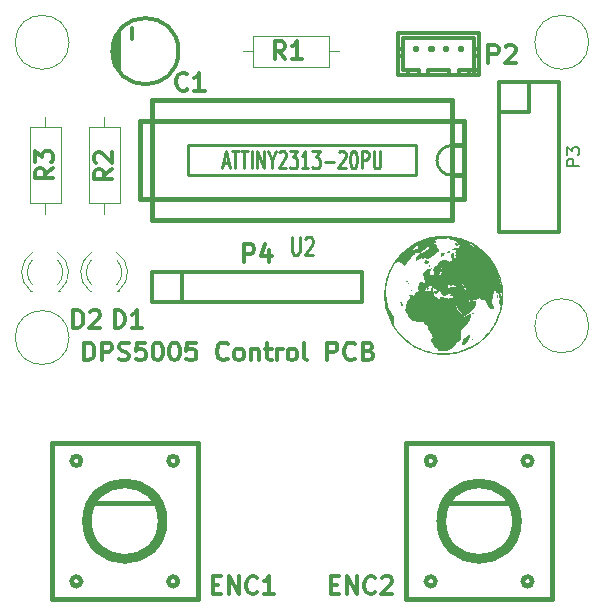
<source format=gto>
%TF.GenerationSoftware,KiCad,Pcbnew,(2017-10-06 revision 4905bbe50)-master*%
%TF.CreationDate,2017-10-08T22:06:01+03:00*%
%TF.ProjectId,dps5005control,64707335303035636F6E74726F6C2E6B,rev?*%
%TF.SameCoordinates,Original*%
%TF.FileFunction,Legend,Top*%
%TF.FilePolarity,Positive*%
%FSLAX46Y46*%
G04 Gerber Fmt 4.6, Leading zero omitted, Abs format (unit mm)*
G04 Created by KiCad (PCBNEW (2017-10-06 revision 4905bbe50)-master) date Sun Oct  8 22:06:01 2017*
%MOMM*%
%LPD*%
G01*
G04 APERTURE LIST*
%ADD10C,0.300000*%
%ADD11C,0.010000*%
%ADD12C,0.254000*%
%ADD13C,0.381000*%
%ADD14C,0.304800*%
%ADD15C,0.120000*%
%ADD16C,0.285750*%
%ADD17C,0.287020*%
%ADD18C,0.250000*%
%ADD19C,0.203200*%
G04 APERTURE END LIST*
D10*
X158971428Y-94078571D02*
X158971428Y-92578571D01*
X159328571Y-92578571D01*
X159542857Y-92650000D01*
X159685714Y-92792857D01*
X159757142Y-92935714D01*
X159828571Y-93221428D01*
X159828571Y-93435714D01*
X159757142Y-93721428D01*
X159685714Y-93864285D01*
X159542857Y-94007142D01*
X159328571Y-94078571D01*
X158971428Y-94078571D01*
X160471428Y-94078571D02*
X160471428Y-92578571D01*
X161042857Y-92578571D01*
X161185714Y-92650000D01*
X161257142Y-92721428D01*
X161328571Y-92864285D01*
X161328571Y-93078571D01*
X161257142Y-93221428D01*
X161185714Y-93292857D01*
X161042857Y-93364285D01*
X160471428Y-93364285D01*
X161900000Y-94007142D02*
X162114285Y-94078571D01*
X162471428Y-94078571D01*
X162614285Y-94007142D01*
X162685714Y-93935714D01*
X162757142Y-93792857D01*
X162757142Y-93650000D01*
X162685714Y-93507142D01*
X162614285Y-93435714D01*
X162471428Y-93364285D01*
X162185714Y-93292857D01*
X162042857Y-93221428D01*
X161971428Y-93150000D01*
X161900000Y-93007142D01*
X161900000Y-92864285D01*
X161971428Y-92721428D01*
X162042857Y-92650000D01*
X162185714Y-92578571D01*
X162542857Y-92578571D01*
X162757142Y-92650000D01*
X164114285Y-92578571D02*
X163400000Y-92578571D01*
X163328571Y-93292857D01*
X163400000Y-93221428D01*
X163542857Y-93150000D01*
X163900000Y-93150000D01*
X164042857Y-93221428D01*
X164114285Y-93292857D01*
X164185714Y-93435714D01*
X164185714Y-93792857D01*
X164114285Y-93935714D01*
X164042857Y-94007142D01*
X163900000Y-94078571D01*
X163542857Y-94078571D01*
X163400000Y-94007142D01*
X163328571Y-93935714D01*
X165114285Y-92578571D02*
X165257142Y-92578571D01*
X165400000Y-92650000D01*
X165471428Y-92721428D01*
X165542857Y-92864285D01*
X165614285Y-93150000D01*
X165614285Y-93507142D01*
X165542857Y-93792857D01*
X165471428Y-93935714D01*
X165400000Y-94007142D01*
X165257142Y-94078571D01*
X165114285Y-94078571D01*
X164971428Y-94007142D01*
X164900000Y-93935714D01*
X164828571Y-93792857D01*
X164757142Y-93507142D01*
X164757142Y-93150000D01*
X164828571Y-92864285D01*
X164900000Y-92721428D01*
X164971428Y-92650000D01*
X165114285Y-92578571D01*
X166542857Y-92578571D02*
X166685714Y-92578571D01*
X166828571Y-92650000D01*
X166900000Y-92721428D01*
X166971428Y-92864285D01*
X167042857Y-93150000D01*
X167042857Y-93507142D01*
X166971428Y-93792857D01*
X166900000Y-93935714D01*
X166828571Y-94007142D01*
X166685714Y-94078571D01*
X166542857Y-94078571D01*
X166400000Y-94007142D01*
X166328571Y-93935714D01*
X166257142Y-93792857D01*
X166185714Y-93507142D01*
X166185714Y-93150000D01*
X166257142Y-92864285D01*
X166328571Y-92721428D01*
X166400000Y-92650000D01*
X166542857Y-92578571D01*
X168400000Y-92578571D02*
X167685714Y-92578571D01*
X167614285Y-93292857D01*
X167685714Y-93221428D01*
X167828571Y-93150000D01*
X168185714Y-93150000D01*
X168328571Y-93221428D01*
X168400000Y-93292857D01*
X168471428Y-93435714D01*
X168471428Y-93792857D01*
X168400000Y-93935714D01*
X168328571Y-94007142D01*
X168185714Y-94078571D01*
X167828571Y-94078571D01*
X167685714Y-94007142D01*
X167614285Y-93935714D01*
X171114285Y-93935714D02*
X171042857Y-94007142D01*
X170828571Y-94078571D01*
X170685714Y-94078571D01*
X170471428Y-94007142D01*
X170328571Y-93864285D01*
X170257142Y-93721428D01*
X170185714Y-93435714D01*
X170185714Y-93221428D01*
X170257142Y-92935714D01*
X170328571Y-92792857D01*
X170471428Y-92650000D01*
X170685714Y-92578571D01*
X170828571Y-92578571D01*
X171042857Y-92650000D01*
X171114285Y-92721428D01*
X171971428Y-94078571D02*
X171828571Y-94007142D01*
X171757142Y-93935714D01*
X171685714Y-93792857D01*
X171685714Y-93364285D01*
X171757142Y-93221428D01*
X171828571Y-93150000D01*
X171971428Y-93078571D01*
X172185714Y-93078571D01*
X172328571Y-93150000D01*
X172400000Y-93221428D01*
X172471428Y-93364285D01*
X172471428Y-93792857D01*
X172400000Y-93935714D01*
X172328571Y-94007142D01*
X172185714Y-94078571D01*
X171971428Y-94078571D01*
X173114285Y-93078571D02*
X173114285Y-94078571D01*
X173114285Y-93221428D02*
X173185714Y-93150000D01*
X173328571Y-93078571D01*
X173542857Y-93078571D01*
X173685714Y-93150000D01*
X173757142Y-93292857D01*
X173757142Y-94078571D01*
X174257142Y-93078571D02*
X174828571Y-93078571D01*
X174471428Y-92578571D02*
X174471428Y-93864285D01*
X174542857Y-94007142D01*
X174685714Y-94078571D01*
X174828571Y-94078571D01*
X175328571Y-94078571D02*
X175328571Y-93078571D01*
X175328571Y-93364285D02*
X175399999Y-93221428D01*
X175471428Y-93150000D01*
X175614285Y-93078571D01*
X175757142Y-93078571D01*
X176471428Y-94078571D02*
X176328571Y-94007142D01*
X176257142Y-93935714D01*
X176185714Y-93792857D01*
X176185714Y-93364285D01*
X176257142Y-93221428D01*
X176328571Y-93150000D01*
X176471428Y-93078571D01*
X176685714Y-93078571D01*
X176828571Y-93150000D01*
X176899999Y-93221428D01*
X176971428Y-93364285D01*
X176971428Y-93792857D01*
X176899999Y-93935714D01*
X176828571Y-94007142D01*
X176685714Y-94078571D01*
X176471428Y-94078571D01*
X177828571Y-94078571D02*
X177685714Y-94007142D01*
X177614285Y-93864285D01*
X177614285Y-92578571D01*
X179542857Y-94078571D02*
X179542857Y-92578571D01*
X180114285Y-92578571D01*
X180257142Y-92650000D01*
X180328571Y-92721428D01*
X180399999Y-92864285D01*
X180399999Y-93078571D01*
X180328571Y-93221428D01*
X180257142Y-93292857D01*
X180114285Y-93364285D01*
X179542857Y-93364285D01*
X181899999Y-93935714D02*
X181828571Y-94007142D01*
X181614285Y-94078571D01*
X181471428Y-94078571D01*
X181257142Y-94007142D01*
X181114285Y-93864285D01*
X181042857Y-93721428D01*
X180971428Y-93435714D01*
X180971428Y-93221428D01*
X181042857Y-92935714D01*
X181114285Y-92792857D01*
X181257142Y-92650000D01*
X181471428Y-92578571D01*
X181614285Y-92578571D01*
X181828571Y-92650000D01*
X181899999Y-92721428D01*
X183042857Y-93292857D02*
X183257142Y-93364285D01*
X183328571Y-93435714D01*
X183399999Y-93578571D01*
X183399999Y-93792857D01*
X183328571Y-93935714D01*
X183257142Y-94007142D01*
X183114285Y-94078571D01*
X182542857Y-94078571D01*
X182542857Y-92578571D01*
X183042857Y-92578571D01*
X183185714Y-92650000D01*
X183257142Y-92721428D01*
X183328571Y-92864285D01*
X183328571Y-93007142D01*
X183257142Y-93150000D01*
X183185714Y-93221428D01*
X183042857Y-93292857D01*
X182542857Y-93292857D01*
D11*
%TO.C,G\002A\002A\002A*%
G36*
X188088495Y-87960556D02*
X188082246Y-87967858D01*
X188072009Y-87976868D01*
X188065570Y-87977935D01*
X188064206Y-87970924D01*
X188064411Y-87969701D01*
X188070438Y-87961965D01*
X188079183Y-87958693D01*
X188088069Y-87957847D01*
X188088495Y-87960556D01*
X188088495Y-87960556D01*
G37*
X188088495Y-87960556D02*
X188082246Y-87967858D01*
X188072009Y-87976868D01*
X188065570Y-87977935D01*
X188064206Y-87970924D01*
X188064411Y-87969701D01*
X188070438Y-87961965D01*
X188079183Y-87958693D01*
X188088069Y-87957847D01*
X188088495Y-87960556D01*
G36*
X188012343Y-87962134D02*
X188016075Y-87965503D01*
X188019609Y-87976975D01*
X188016089Y-87990782D01*
X188007415Y-88003830D01*
X187995490Y-88013022D01*
X187985341Y-88015525D01*
X187978872Y-88011559D01*
X187971105Y-88002133D01*
X187965625Y-87992269D01*
X187966169Y-87984749D01*
X187972812Y-87974638D01*
X187985462Y-87963362D01*
X187999717Y-87958966D01*
X188012343Y-87962134D01*
X188012343Y-87962134D01*
G37*
X188012343Y-87962134D02*
X188016075Y-87965503D01*
X188019609Y-87976975D01*
X188016089Y-87990782D01*
X188007415Y-88003830D01*
X187995490Y-88013022D01*
X187985341Y-88015525D01*
X187978872Y-88011559D01*
X187971105Y-88002133D01*
X187965625Y-87992269D01*
X187966169Y-87984749D01*
X187972812Y-87974638D01*
X187985462Y-87963362D01*
X187999717Y-87958966D01*
X188012343Y-87962134D01*
G36*
X188450598Y-87784939D02*
X188452168Y-87786722D01*
X188454183Y-87796896D01*
X188453197Y-87814759D01*
X188449484Y-87838053D01*
X188443322Y-87864517D01*
X188442129Y-87868886D01*
X188437058Y-87895699D01*
X188437260Y-87924047D01*
X188438041Y-87931732D01*
X188440855Y-87977748D01*
X188438600Y-88020550D01*
X188431514Y-88057952D01*
X188421464Y-88084673D01*
X188409751Y-88097028D01*
X188390197Y-88105636D01*
X188365036Y-88109602D01*
X188358684Y-88109764D01*
X188342327Y-88109794D01*
X188344782Y-88037783D01*
X188346145Y-88002562D01*
X188347731Y-87976385D01*
X188349899Y-87957826D01*
X188353010Y-87945455D01*
X188357425Y-87937846D01*
X188363503Y-87933570D01*
X188371605Y-87931198D01*
X188371672Y-87931184D01*
X188384442Y-87927760D01*
X188392147Y-87924216D01*
X188392327Y-87924049D01*
X188393975Y-87917520D01*
X188395357Y-87903043D01*
X188396273Y-87883142D01*
X188396500Y-87871370D01*
X188397635Y-87842395D01*
X188400920Y-87821698D01*
X188407236Y-87807160D01*
X188417465Y-87796664D01*
X188430778Y-87788904D01*
X188443621Y-87783930D01*
X188450598Y-87784939D01*
X188450598Y-87784939D01*
G37*
X188450598Y-87784939D02*
X188452168Y-87786722D01*
X188454183Y-87796896D01*
X188453197Y-87814759D01*
X188449484Y-87838053D01*
X188443322Y-87864517D01*
X188442129Y-87868886D01*
X188437058Y-87895699D01*
X188437260Y-87924047D01*
X188438041Y-87931732D01*
X188440855Y-87977748D01*
X188438600Y-88020550D01*
X188431514Y-88057952D01*
X188421464Y-88084673D01*
X188409751Y-88097028D01*
X188390197Y-88105636D01*
X188365036Y-88109602D01*
X188358684Y-88109764D01*
X188342327Y-88109794D01*
X188344782Y-88037783D01*
X188346145Y-88002562D01*
X188347731Y-87976385D01*
X188349899Y-87957826D01*
X188353010Y-87945455D01*
X188357425Y-87937846D01*
X188363503Y-87933570D01*
X188371605Y-87931198D01*
X188371672Y-87931184D01*
X188384442Y-87927760D01*
X188392147Y-87924216D01*
X188392327Y-87924049D01*
X188393975Y-87917520D01*
X188395357Y-87903043D01*
X188396273Y-87883142D01*
X188396500Y-87871370D01*
X188397635Y-87842395D01*
X188400920Y-87821698D01*
X188407236Y-87807160D01*
X188417465Y-87796664D01*
X188430778Y-87788904D01*
X188443621Y-87783930D01*
X188450598Y-87784939D01*
G36*
X188707598Y-88410928D02*
X188704979Y-88413546D01*
X188702361Y-88410928D01*
X188704979Y-88408309D01*
X188707598Y-88410928D01*
X188707598Y-88410928D01*
G37*
X188707598Y-88410928D02*
X188704979Y-88413546D01*
X188702361Y-88410928D01*
X188704979Y-88408309D01*
X188707598Y-88410928D01*
G36*
X189597640Y-88457840D02*
X189600175Y-88464814D01*
X189600710Y-88476664D01*
X189596900Y-88488634D01*
X189590469Y-88496385D01*
X189587248Y-88497340D01*
X189583054Y-88493025D01*
X189582381Y-88488175D01*
X189584999Y-88476737D01*
X189589596Y-88466321D01*
X189594819Y-88457675D01*
X189597640Y-88457840D01*
X189597640Y-88457840D01*
G37*
X189597640Y-88457840D02*
X189600175Y-88464814D01*
X189600710Y-88476664D01*
X189596900Y-88488634D01*
X189590469Y-88496385D01*
X189587248Y-88497340D01*
X189583054Y-88493025D01*
X189582381Y-88488175D01*
X189584999Y-88476737D01*
X189589596Y-88466321D01*
X189594819Y-88457675D01*
X189597640Y-88457840D01*
G36*
X189381677Y-88483829D02*
X189404140Y-88486724D01*
X189429738Y-88490755D01*
X189456113Y-88495520D01*
X189480906Y-88500616D01*
X189501760Y-88505639D01*
X189516317Y-88510188D01*
X189517694Y-88510754D01*
X189529662Y-88516374D01*
X189532981Y-88519927D01*
X189528820Y-88523002D01*
X189527206Y-88523694D01*
X189515627Y-88525999D01*
X189496301Y-88527286D01*
X189471906Y-88527565D01*
X189445116Y-88526845D01*
X189418610Y-88525137D01*
X189400519Y-88523213D01*
X189381411Y-88520037D01*
X189365244Y-88516150D01*
X189357312Y-88513219D01*
X189348765Y-88504442D01*
X189347057Y-88493581D01*
X189352426Y-88484751D01*
X189355586Y-88483060D01*
X189364706Y-88482474D01*
X189381677Y-88483829D01*
X189381677Y-88483829D01*
G37*
X189381677Y-88483829D02*
X189404140Y-88486724D01*
X189429738Y-88490755D01*
X189456113Y-88495520D01*
X189480906Y-88500616D01*
X189501760Y-88505639D01*
X189516317Y-88510188D01*
X189517694Y-88510754D01*
X189529662Y-88516374D01*
X189532981Y-88519927D01*
X189528820Y-88523002D01*
X189527206Y-88523694D01*
X189515627Y-88525999D01*
X189496301Y-88527286D01*
X189471906Y-88527565D01*
X189445116Y-88526845D01*
X189418610Y-88525137D01*
X189400519Y-88523213D01*
X189381411Y-88520037D01*
X189365244Y-88516150D01*
X189357312Y-88513219D01*
X189348765Y-88504442D01*
X189347057Y-88493581D01*
X189352426Y-88484751D01*
X189355586Y-88483060D01*
X189364706Y-88482474D01*
X189381677Y-88483829D01*
G36*
X190112450Y-88440295D02*
X190106917Y-88449809D01*
X190102809Y-88455058D01*
X190093457Y-88469145D01*
X190088206Y-88482801D01*
X190087810Y-88486113D01*
X190085937Y-88494746D01*
X190079234Y-88502143D01*
X190065561Y-88510344D01*
X190058773Y-88513762D01*
X190027361Y-88526574D01*
X190001748Y-88531221D01*
X189988072Y-88529960D01*
X189976076Y-88523978D01*
X189973378Y-88513608D01*
X189979995Y-88498733D01*
X189994929Y-88480319D01*
X190010614Y-88468738D01*
X190025861Y-88465917D01*
X190039715Y-88463541D01*
X190058306Y-88457353D01*
X190075064Y-88449913D01*
X190091837Y-88442072D01*
X190105191Y-88436969D01*
X190112171Y-88435710D01*
X190112450Y-88440295D01*
X190112450Y-88440295D01*
G37*
X190112450Y-88440295D02*
X190106917Y-88449809D01*
X190102809Y-88455058D01*
X190093457Y-88469145D01*
X190088206Y-88482801D01*
X190087810Y-88486113D01*
X190085937Y-88494746D01*
X190079234Y-88502143D01*
X190065561Y-88510344D01*
X190058773Y-88513762D01*
X190027361Y-88526574D01*
X190001748Y-88531221D01*
X189988072Y-88529960D01*
X189976076Y-88523978D01*
X189973378Y-88513608D01*
X189979995Y-88498733D01*
X189994929Y-88480319D01*
X190010614Y-88468738D01*
X190025861Y-88465917D01*
X190039715Y-88463541D01*
X190058306Y-88457353D01*
X190075064Y-88449913D01*
X190091837Y-88442072D01*
X190105191Y-88436969D01*
X190112171Y-88435710D01*
X190112450Y-88440295D01*
G36*
X190002474Y-83811665D02*
X190004956Y-83812960D01*
X189998376Y-83813781D01*
X189990690Y-83813934D01*
X189979363Y-83813526D01*
X189976254Y-83812481D01*
X189978907Y-83811665D01*
X189994168Y-83810798D01*
X190002474Y-83811665D01*
X190002474Y-83811665D01*
G37*
X190002474Y-83811665D02*
X190004956Y-83812960D01*
X189998376Y-83813781D01*
X189990690Y-83813934D01*
X189979363Y-83813526D01*
X189976254Y-83812481D01*
X189978907Y-83811665D01*
X189994168Y-83810798D01*
X190002474Y-83811665D01*
G36*
X188694716Y-83995397D02*
X188701665Y-84002754D01*
X188701737Y-84015092D01*
X188695442Y-84029966D01*
X188684669Y-84043584D01*
X188666978Y-84061275D01*
X188625220Y-84058055D01*
X188602454Y-84057416D01*
X188575339Y-84058321D01*
X188547042Y-84060483D01*
X188520730Y-84063618D01*
X188499570Y-84067439D01*
X188489743Y-84070283D01*
X188482930Y-84075749D01*
X188486337Y-84082807D01*
X188496706Y-84089614D01*
X188504147Y-84093804D01*
X188505438Y-84096393D01*
X188499256Y-84098248D01*
X188484279Y-84100237D01*
X188479685Y-84100777D01*
X188458295Y-84103657D01*
X188437484Y-84107058D01*
X188427412Y-84109032D01*
X188409800Y-84112105D01*
X188393739Y-84113695D01*
X188391705Y-84113748D01*
X188376946Y-84113876D01*
X188387338Y-84099474D01*
X188408848Y-84074483D01*
X188434171Y-84052536D01*
X188459621Y-84036772D01*
X188462409Y-84035489D01*
X188477446Y-84030498D01*
X188500199Y-84024986D01*
X188527971Y-84019535D01*
X188558061Y-84014729D01*
X188559295Y-84014556D01*
X188588493Y-84010320D01*
X188616572Y-84005970D01*
X188640591Y-84001981D01*
X188657607Y-83998824D01*
X188659366Y-83998454D01*
X188676355Y-83995587D01*
X188689847Y-83994738D01*
X188694716Y-83995397D01*
X188694716Y-83995397D01*
G37*
X188694716Y-83995397D02*
X188701665Y-84002754D01*
X188701737Y-84015092D01*
X188695442Y-84029966D01*
X188684669Y-84043584D01*
X188666978Y-84061275D01*
X188625220Y-84058055D01*
X188602454Y-84057416D01*
X188575339Y-84058321D01*
X188547042Y-84060483D01*
X188520730Y-84063618D01*
X188499570Y-84067439D01*
X188489743Y-84070283D01*
X188482930Y-84075749D01*
X188486337Y-84082807D01*
X188496706Y-84089614D01*
X188504147Y-84093804D01*
X188505438Y-84096393D01*
X188499256Y-84098248D01*
X188484279Y-84100237D01*
X188479685Y-84100777D01*
X188458295Y-84103657D01*
X188437484Y-84107058D01*
X188427412Y-84109032D01*
X188409800Y-84112105D01*
X188393739Y-84113695D01*
X188391705Y-84113748D01*
X188376946Y-84113876D01*
X188387338Y-84099474D01*
X188408848Y-84074483D01*
X188434171Y-84052536D01*
X188459621Y-84036772D01*
X188462409Y-84035489D01*
X188477446Y-84030498D01*
X188500199Y-84024986D01*
X188527971Y-84019535D01*
X188558061Y-84014729D01*
X188559295Y-84014556D01*
X188588493Y-84010320D01*
X188616572Y-84005970D01*
X188640591Y-84001981D01*
X188657607Y-83998824D01*
X188659366Y-83998454D01*
X188676355Y-83995587D01*
X188689847Y-83994738D01*
X188694716Y-83995397D01*
G36*
X189872203Y-84830075D02*
X189875474Y-84838905D01*
X189875474Y-84838914D01*
X189871069Y-84845585D01*
X189864351Y-84848759D01*
X189856491Y-84853061D01*
X189855910Y-84862068D01*
X189856566Y-84864964D01*
X189857360Y-84875233D01*
X189850998Y-84880306D01*
X189846389Y-84881652D01*
X189832874Y-84885044D01*
X189847628Y-84900793D01*
X189862381Y-84916543D01*
X189838822Y-84913554D01*
X189817336Y-84907682D01*
X189803723Y-84897148D01*
X189793756Y-84886689D01*
X189788434Y-84884718D01*
X189786531Y-84891050D01*
X189786443Y-84894550D01*
X189781659Y-84912184D01*
X189768678Y-84926930D01*
X189749560Y-84938034D01*
X189726363Y-84944740D01*
X189701145Y-84946293D01*
X189675966Y-84941938D01*
X189666645Y-84938494D01*
X189648970Y-84930821D01*
X189662032Y-84913823D01*
X189678178Y-84897552D01*
X189693952Y-84890606D01*
X189708356Y-84893320D01*
X189713027Y-84896737D01*
X189721321Y-84909900D01*
X189722351Y-84919401D01*
X189723677Y-84931075D01*
X189730561Y-84934131D01*
X189742323Y-84928364D01*
X189745063Y-84926246D01*
X189751410Y-84920099D01*
X189755179Y-84912588D01*
X189757028Y-84900992D01*
X189757612Y-84882589D01*
X189757639Y-84874149D01*
X189757998Y-84854187D01*
X189758950Y-84838537D01*
X189760311Y-84829924D01*
X189760707Y-84829174D01*
X189766879Y-84829129D01*
X189779860Y-84832098D01*
X189794259Y-84836584D01*
X189816504Y-84843610D01*
X189831701Y-84846361D01*
X189842375Y-84844814D01*
X189851050Y-84838946D01*
X189853920Y-84836041D01*
X189864147Y-84829004D01*
X189872203Y-84830075D01*
X189872203Y-84830075D01*
G37*
X189872203Y-84830075D02*
X189875474Y-84838905D01*
X189875474Y-84838914D01*
X189871069Y-84845585D01*
X189864351Y-84848759D01*
X189856491Y-84853061D01*
X189855910Y-84862068D01*
X189856566Y-84864964D01*
X189857360Y-84875233D01*
X189850998Y-84880306D01*
X189846389Y-84881652D01*
X189832874Y-84885044D01*
X189847628Y-84900793D01*
X189862381Y-84916543D01*
X189838822Y-84913554D01*
X189817336Y-84907682D01*
X189803723Y-84897148D01*
X189793756Y-84886689D01*
X189788434Y-84884718D01*
X189786531Y-84891050D01*
X189786443Y-84894550D01*
X189781659Y-84912184D01*
X189768678Y-84926930D01*
X189749560Y-84938034D01*
X189726363Y-84944740D01*
X189701145Y-84946293D01*
X189675966Y-84941938D01*
X189666645Y-84938494D01*
X189648970Y-84930821D01*
X189662032Y-84913823D01*
X189678178Y-84897552D01*
X189693952Y-84890606D01*
X189708356Y-84893320D01*
X189713027Y-84896737D01*
X189721321Y-84909900D01*
X189722351Y-84919401D01*
X189723677Y-84931075D01*
X189730561Y-84934131D01*
X189742323Y-84928364D01*
X189745063Y-84926246D01*
X189751410Y-84920099D01*
X189755179Y-84912588D01*
X189757028Y-84900992D01*
X189757612Y-84882589D01*
X189757639Y-84874149D01*
X189757998Y-84854187D01*
X189758950Y-84838537D01*
X189760311Y-84829924D01*
X189760707Y-84829174D01*
X189766879Y-84829129D01*
X189779860Y-84832098D01*
X189794259Y-84836584D01*
X189816504Y-84843610D01*
X189831701Y-84846361D01*
X189842375Y-84844814D01*
X189851050Y-84838946D01*
X189853920Y-84836041D01*
X189864147Y-84829004D01*
X189872203Y-84830075D01*
G36*
X190399771Y-84921271D02*
X190414068Y-84932954D01*
X190424771Y-84944096D01*
X190431739Y-84954214D01*
X190433557Y-84960908D01*
X190431389Y-84962288D01*
X190425269Y-84958811D01*
X190414878Y-84949911D01*
X190407638Y-84942802D01*
X190394398Y-84927807D01*
X190388947Y-84918802D01*
X190390875Y-84916414D01*
X190399771Y-84921271D01*
X190399771Y-84921271D01*
G37*
X190399771Y-84921271D02*
X190414068Y-84932954D01*
X190424771Y-84944096D01*
X190431739Y-84954214D01*
X190433557Y-84960908D01*
X190431389Y-84962288D01*
X190425269Y-84958811D01*
X190414878Y-84949911D01*
X190407638Y-84942802D01*
X190394398Y-84927807D01*
X190388947Y-84918802D01*
X190390875Y-84916414D01*
X190399771Y-84921271D01*
G36*
X189347582Y-84979446D02*
X189372142Y-84983409D01*
X189389262Y-84989562D01*
X189397437Y-84997461D01*
X189395943Y-85006593D01*
X189387647Y-85017811D01*
X189375243Y-85028786D01*
X189361425Y-85037185D01*
X189348889Y-85040678D01*
X189347517Y-85040652D01*
X189334470Y-85040150D01*
X189326886Y-85040290D01*
X189320991Y-85044913D01*
X189321296Y-85056304D01*
X189327441Y-85073065D01*
X189339067Y-85093798D01*
X189341683Y-85097799D01*
X189351934Y-85114685D01*
X189358945Y-85129224D01*
X189361318Y-85138482D01*
X189361259Y-85138944D01*
X189355605Y-85147489D01*
X189344426Y-85155345D01*
X189344142Y-85155482D01*
X189331789Y-85160005D01*
X189321885Y-85158555D01*
X189315402Y-85155288D01*
X189307218Y-85149367D01*
X189303689Y-85141486D01*
X189303475Y-85127925D01*
X189303791Y-85123095D01*
X189304180Y-85107650D01*
X189302035Y-85100206D01*
X189297457Y-85098453D01*
X189286501Y-85103230D01*
X189272335Y-85117132D01*
X189255526Y-85139515D01*
X189241022Y-85162320D01*
X189227260Y-85184721D01*
X189217355Y-85198491D01*
X189209997Y-85204114D01*
X189203878Y-85202069D01*
X189197688Y-85192839D01*
X189191734Y-85180452D01*
X189183786Y-85160849D01*
X189177608Y-85141585D01*
X189175323Y-85131370D01*
X189167274Y-85109851D01*
X189157293Y-85097439D01*
X189147050Y-85085296D01*
X189142823Y-85071556D01*
X189142278Y-85060252D01*
X189144525Y-85035287D01*
X189150693Y-85014805D01*
X189159920Y-85001304D01*
X189163433Y-84998838D01*
X189172819Y-84996526D01*
X189189649Y-84994755D01*
X189210897Y-84993802D01*
X189219849Y-84993711D01*
X189244638Y-84993206D01*
X189260820Y-84991511D01*
X189270222Y-84988358D01*
X189273206Y-84985855D01*
X189281077Y-84981190D01*
X189296110Y-84978685D01*
X189317053Y-84978029D01*
X189347582Y-84979446D01*
X189347582Y-84979446D01*
G37*
X189347582Y-84979446D02*
X189372142Y-84983409D01*
X189389262Y-84989562D01*
X189397437Y-84997461D01*
X189395943Y-85006593D01*
X189387647Y-85017811D01*
X189375243Y-85028786D01*
X189361425Y-85037185D01*
X189348889Y-85040678D01*
X189347517Y-85040652D01*
X189334470Y-85040150D01*
X189326886Y-85040290D01*
X189320991Y-85044913D01*
X189321296Y-85056304D01*
X189327441Y-85073065D01*
X189339067Y-85093798D01*
X189341683Y-85097799D01*
X189351934Y-85114685D01*
X189358945Y-85129224D01*
X189361318Y-85138482D01*
X189361259Y-85138944D01*
X189355605Y-85147489D01*
X189344426Y-85155345D01*
X189344142Y-85155482D01*
X189331789Y-85160005D01*
X189321885Y-85158555D01*
X189315402Y-85155288D01*
X189307218Y-85149367D01*
X189303689Y-85141486D01*
X189303475Y-85127925D01*
X189303791Y-85123095D01*
X189304180Y-85107650D01*
X189302035Y-85100206D01*
X189297457Y-85098453D01*
X189286501Y-85103230D01*
X189272335Y-85117132D01*
X189255526Y-85139515D01*
X189241022Y-85162320D01*
X189227260Y-85184721D01*
X189217355Y-85198491D01*
X189209997Y-85204114D01*
X189203878Y-85202069D01*
X189197688Y-85192839D01*
X189191734Y-85180452D01*
X189183786Y-85160849D01*
X189177608Y-85141585D01*
X189175323Y-85131370D01*
X189167274Y-85109851D01*
X189157293Y-85097439D01*
X189147050Y-85085296D01*
X189142823Y-85071556D01*
X189142278Y-85060252D01*
X189144525Y-85035287D01*
X189150693Y-85014805D01*
X189159920Y-85001304D01*
X189163433Y-84998838D01*
X189172819Y-84996526D01*
X189189649Y-84994755D01*
X189210897Y-84993802D01*
X189219849Y-84993711D01*
X189244638Y-84993206D01*
X189260820Y-84991511D01*
X189270222Y-84988358D01*
X189273206Y-84985855D01*
X189281077Y-84981190D01*
X189296110Y-84978685D01*
X189317053Y-84978029D01*
X189347582Y-84979446D01*
G36*
X190137907Y-85605058D02*
X190146086Y-85616708D01*
X190147804Y-85630020D01*
X190145888Y-85643581D01*
X190141519Y-85652540D01*
X190129478Y-85658123D01*
X190114273Y-85657560D01*
X190100929Y-85651238D01*
X190098863Y-85649247D01*
X190090427Y-85634008D01*
X190091202Y-85619482D01*
X190100048Y-85607958D01*
X190115820Y-85601724D01*
X190122845Y-85601216D01*
X190137907Y-85605058D01*
X190137907Y-85605058D01*
G37*
X190137907Y-85605058D02*
X190146086Y-85616708D01*
X190147804Y-85630020D01*
X190145888Y-85643581D01*
X190141519Y-85652540D01*
X190129478Y-85658123D01*
X190114273Y-85657560D01*
X190100929Y-85651238D01*
X190098863Y-85649247D01*
X190090427Y-85634008D01*
X190091202Y-85619482D01*
X190100048Y-85607958D01*
X190115820Y-85601724D01*
X190122845Y-85601216D01*
X190137907Y-85605058D01*
G36*
X187892927Y-85570864D02*
X187919412Y-85572412D01*
X187917747Y-85599718D01*
X187916929Y-85611511D01*
X187917247Y-85619678D01*
X187920308Y-85625175D01*
X187927720Y-85628962D01*
X187941092Y-85631998D01*
X187962030Y-85635241D01*
X187982257Y-85638177D01*
X188008158Y-85642842D01*
X188035536Y-85649109D01*
X188058103Y-85655510D01*
X188081953Y-85665134D01*
X188096678Y-85676249D01*
X188103619Y-85690702D01*
X188104119Y-85710343D01*
X188103199Y-85717625D01*
X188095544Y-85745144D01*
X188081274Y-85767428D01*
X188059832Y-85784742D01*
X188030661Y-85797350D01*
X187993204Y-85805517D01*
X187946905Y-85809507D01*
X187908938Y-85809957D01*
X187884063Y-85809462D01*
X187861938Y-85808657D01*
X187845365Y-85807665D01*
X187838237Y-85806867D01*
X187822222Y-85801331D01*
X187813413Y-85790361D01*
X187810229Y-85779330D01*
X187802570Y-85764203D01*
X187786031Y-85750578D01*
X187771948Y-85739480D01*
X187765334Y-85729396D01*
X187766895Y-85721841D01*
X187771464Y-85719324D01*
X187781287Y-85716735D01*
X187792332Y-85714172D01*
X187804179Y-85707279D01*
X187810595Y-85695222D01*
X187811366Y-85681417D01*
X187806275Y-85669280D01*
X187795615Y-85662354D01*
X187787935Y-85657421D01*
X187787184Y-85652624D01*
X187793566Y-85648169D01*
X187808998Y-85646720D01*
X187816900Y-85646905D01*
X187844194Y-85648078D01*
X187840709Y-85620188D01*
X187839102Y-85603590D01*
X187840271Y-85593564D01*
X187845279Y-85586351D01*
X187851833Y-85580807D01*
X187864282Y-85573400D01*
X187879018Y-85570642D01*
X187892927Y-85570864D01*
X187892927Y-85570864D01*
G37*
X187892927Y-85570864D02*
X187919412Y-85572412D01*
X187917747Y-85599718D01*
X187916929Y-85611511D01*
X187917247Y-85619678D01*
X187920308Y-85625175D01*
X187927720Y-85628962D01*
X187941092Y-85631998D01*
X187962030Y-85635241D01*
X187982257Y-85638177D01*
X188008158Y-85642842D01*
X188035536Y-85649109D01*
X188058103Y-85655510D01*
X188081953Y-85665134D01*
X188096678Y-85676249D01*
X188103619Y-85690702D01*
X188104119Y-85710343D01*
X188103199Y-85717625D01*
X188095544Y-85745144D01*
X188081274Y-85767428D01*
X188059832Y-85784742D01*
X188030661Y-85797350D01*
X187993204Y-85805517D01*
X187946905Y-85809507D01*
X187908938Y-85809957D01*
X187884063Y-85809462D01*
X187861938Y-85808657D01*
X187845365Y-85807665D01*
X187838237Y-85806867D01*
X187822222Y-85801331D01*
X187813413Y-85790361D01*
X187810229Y-85779330D01*
X187802570Y-85764203D01*
X187786031Y-85750578D01*
X187771948Y-85739480D01*
X187765334Y-85729396D01*
X187766895Y-85721841D01*
X187771464Y-85719324D01*
X187781287Y-85716735D01*
X187792332Y-85714172D01*
X187804179Y-85707279D01*
X187810595Y-85695222D01*
X187811366Y-85681417D01*
X187806275Y-85669280D01*
X187795615Y-85662354D01*
X187787935Y-85657421D01*
X187787184Y-85652624D01*
X187793566Y-85648169D01*
X187808998Y-85646720D01*
X187816900Y-85646905D01*
X187844194Y-85648078D01*
X187840709Y-85620188D01*
X187839102Y-85603590D01*
X187840271Y-85593564D01*
X187845279Y-85586351D01*
X187851833Y-85580807D01*
X187864282Y-85573400D01*
X187879018Y-85570642D01*
X187892927Y-85570864D01*
G36*
X188178484Y-86049263D02*
X188179987Y-86056695D01*
X188177185Y-86068551D01*
X188170063Y-86083118D01*
X188162897Y-86093505D01*
X188152697Y-86106598D01*
X188152580Y-86085152D01*
X188155388Y-86065465D01*
X188162608Y-86054525D01*
X188172686Y-86047968D01*
X188178484Y-86049263D01*
X188178484Y-86049263D01*
G37*
X188178484Y-86049263D02*
X188179987Y-86056695D01*
X188177185Y-86068551D01*
X188170063Y-86083118D01*
X188162897Y-86093505D01*
X188152697Y-86106598D01*
X188152580Y-86085152D01*
X188155388Y-86065465D01*
X188162608Y-86054525D01*
X188172686Y-86047968D01*
X188178484Y-86049263D01*
G36*
X188330340Y-86237530D02*
X188325794Y-86249323D01*
X188316262Y-86265281D01*
X188305188Y-86280682D01*
X188297982Y-86286586D01*
X188294392Y-86283128D01*
X188293866Y-86277050D01*
X188297889Y-86258381D01*
X188308278Y-86242607D01*
X188318010Y-86235597D01*
X188327741Y-86233019D01*
X188330340Y-86237530D01*
X188330340Y-86237530D01*
G37*
X188330340Y-86237530D02*
X188325794Y-86249323D01*
X188316262Y-86265281D01*
X188305188Y-86280682D01*
X188297982Y-86286586D01*
X188294392Y-86283128D01*
X188293866Y-86277050D01*
X188297889Y-86258381D01*
X188308278Y-86242607D01*
X188318010Y-86235597D01*
X188327741Y-86233019D01*
X188330340Y-86237530D01*
G36*
X186267239Y-87353257D02*
X186278017Y-87359838D01*
X186286171Y-87367223D01*
X186288051Y-87371097D01*
X186284169Y-87377281D01*
X186275097Y-87378174D01*
X186264699Y-87373757D01*
X186261747Y-87371242D01*
X186253161Y-87360188D01*
X186252280Y-87352749D01*
X186258082Y-87350412D01*
X186267239Y-87353257D01*
X186267239Y-87353257D01*
G37*
X186267239Y-87353257D02*
X186278017Y-87359838D01*
X186286171Y-87367223D01*
X186288051Y-87371097D01*
X186284169Y-87377281D01*
X186275097Y-87378174D01*
X186264699Y-87373757D01*
X186261747Y-87371242D01*
X186253161Y-87360188D01*
X186252280Y-87352749D01*
X186258082Y-87350412D01*
X186267239Y-87353257D01*
G36*
X186362650Y-87497414D02*
X186364789Y-87499877D01*
X186370403Y-87509232D01*
X186371845Y-87513764D01*
X186368245Y-87517813D01*
X186360675Y-87517065D01*
X186353978Y-87512378D01*
X186352887Y-87510395D01*
X186351716Y-87500076D01*
X186355829Y-87494990D01*
X186362650Y-87497414D01*
X186362650Y-87497414D01*
G37*
X186362650Y-87497414D02*
X186364789Y-87499877D01*
X186370403Y-87509232D01*
X186371845Y-87513764D01*
X186368245Y-87517813D01*
X186360675Y-87517065D01*
X186353978Y-87512378D01*
X186352887Y-87510395D01*
X186351716Y-87500076D01*
X186355829Y-87494990D01*
X186362650Y-87497414D01*
G36*
X186613564Y-88129495D02*
X186618849Y-88138114D01*
X186620502Y-88146337D01*
X186619551Y-88148383D01*
X186610886Y-88151300D01*
X186605769Y-88148199D01*
X186602615Y-88140582D01*
X186602912Y-88131301D01*
X186606292Y-88125710D01*
X186607331Y-88125505D01*
X186613564Y-88129495D01*
X186613564Y-88129495D01*
G37*
X186613564Y-88129495D02*
X186618849Y-88138114D01*
X186620502Y-88146337D01*
X186619551Y-88148383D01*
X186610886Y-88151300D01*
X186605769Y-88148199D01*
X186602615Y-88140582D01*
X186602912Y-88131301D01*
X186606292Y-88125710D01*
X186607331Y-88125505D01*
X186613564Y-88129495D01*
G36*
X186515559Y-88507706D02*
X186521979Y-88510691D01*
X186521392Y-88514834D01*
X186514166Y-88522607D01*
X186502719Y-88532058D01*
X186494576Y-88533271D01*
X186490553Y-88530508D01*
X186487489Y-88522753D01*
X186487062Y-88518026D01*
X186491422Y-88509450D01*
X186502364Y-88505761D01*
X186515559Y-88507706D01*
X186515559Y-88507706D01*
G37*
X186515559Y-88507706D02*
X186521979Y-88510691D01*
X186521392Y-88514834D01*
X186514166Y-88522607D01*
X186502719Y-88532058D01*
X186494576Y-88533271D01*
X186490553Y-88530508D01*
X186487489Y-88522753D01*
X186487062Y-88518026D01*
X186491422Y-88509450D01*
X186502364Y-88505761D01*
X186515559Y-88507706D01*
G36*
X186706382Y-88528097D02*
X186702449Y-88537969D01*
X186699302Y-88544208D01*
X186690534Y-88557201D01*
X186678443Y-88570221D01*
X186664923Y-88581892D01*
X186651870Y-88590838D01*
X186641178Y-88595682D01*
X186634741Y-88595048D01*
X186633701Y-88591857D01*
X186637275Y-88585659D01*
X186646518Y-88574795D01*
X186659210Y-88561491D01*
X186673133Y-88547972D01*
X186686068Y-88536465D01*
X186695795Y-88529194D01*
X186696686Y-88528688D01*
X186704531Y-88525415D01*
X186706382Y-88528097D01*
X186706382Y-88528097D01*
G37*
X186706382Y-88528097D02*
X186702449Y-88537969D01*
X186699302Y-88544208D01*
X186690534Y-88557201D01*
X186678443Y-88570221D01*
X186664923Y-88581892D01*
X186651870Y-88590838D01*
X186641178Y-88595682D01*
X186634741Y-88595048D01*
X186633701Y-88591857D01*
X186637275Y-88585659D01*
X186646518Y-88574795D01*
X186659210Y-88561491D01*
X186673133Y-88547972D01*
X186686068Y-88536465D01*
X186695795Y-88529194D01*
X186696686Y-88528688D01*
X186704531Y-88525415D01*
X186706382Y-88528097D01*
G36*
X186554258Y-88559410D02*
X186558436Y-88570003D01*
X186558622Y-88582537D01*
X186556249Y-88589447D01*
X186551939Y-88595301D01*
X186548087Y-88592463D01*
X186545302Y-88587553D01*
X186540281Y-88573517D01*
X186540211Y-88561739D01*
X186544911Y-88555347D01*
X186547189Y-88554948D01*
X186554258Y-88559410D01*
X186554258Y-88559410D01*
G37*
X186554258Y-88559410D02*
X186558436Y-88570003D01*
X186558622Y-88582537D01*
X186556249Y-88589447D01*
X186551939Y-88595301D01*
X186548087Y-88592463D01*
X186545302Y-88587553D01*
X186540281Y-88573517D01*
X186540211Y-88561739D01*
X186544911Y-88555347D01*
X186547189Y-88554948D01*
X186554258Y-88559410D01*
G36*
X193918766Y-88615175D02*
X193924736Y-88633930D01*
X193928167Y-88651784D01*
X193928822Y-88666135D01*
X193926460Y-88674378D01*
X193924275Y-88675402D01*
X193919526Y-88670986D01*
X193914274Y-88660224D01*
X193913801Y-88658909D01*
X193910391Y-88643572D01*
X193908467Y-88624028D01*
X193908296Y-88615703D01*
X193908541Y-88588989D01*
X193918766Y-88615175D01*
X193918766Y-88615175D01*
G37*
X193918766Y-88615175D02*
X193924736Y-88633930D01*
X193928167Y-88651784D01*
X193928822Y-88666135D01*
X193926460Y-88674378D01*
X193924275Y-88675402D01*
X193919526Y-88670986D01*
X193914274Y-88660224D01*
X193913801Y-88658909D01*
X193910391Y-88643572D01*
X193908467Y-88624028D01*
X193908296Y-88615703D01*
X193908541Y-88588989D01*
X193918766Y-88615175D01*
G36*
X185758557Y-89124697D02*
X185762160Y-89129721D01*
X185769965Y-89149333D01*
X185781437Y-89170932D01*
X185793803Y-89189528D01*
X185798478Y-89195114D01*
X185805800Y-89204791D01*
X185807560Y-89211091D01*
X185807019Y-89211722D01*
X185801156Y-89209910D01*
X185791462Y-89202192D01*
X185786877Y-89197600D01*
X185774805Y-89183514D01*
X185762151Y-89166830D01*
X185750667Y-89150119D01*
X185742107Y-89135952D01*
X185738225Y-89126900D01*
X185738154Y-89126159D01*
X185741913Y-89121215D01*
X185750206Y-89120949D01*
X185758557Y-89124697D01*
X185758557Y-89124697D01*
G37*
X185758557Y-89124697D02*
X185762160Y-89129721D01*
X185769965Y-89149333D01*
X185781437Y-89170932D01*
X185793803Y-89189528D01*
X185798478Y-89195114D01*
X185805800Y-89204791D01*
X185807560Y-89211091D01*
X185807019Y-89211722D01*
X185801156Y-89209910D01*
X185791462Y-89202192D01*
X185786877Y-89197600D01*
X185774805Y-89183514D01*
X185762151Y-89166830D01*
X185750667Y-89150119D01*
X185742107Y-89135952D01*
X185738225Y-89126900D01*
X185738154Y-89126159D01*
X185741913Y-89121215D01*
X185750206Y-89120949D01*
X185758557Y-89124697D01*
G36*
X185868236Y-89276775D02*
X185873603Y-89286432D01*
X185874319Y-89291191D01*
X185870344Y-89293299D01*
X185862387Y-89292539D01*
X185856862Y-89289890D01*
X185853367Y-89281634D01*
X185856050Y-89274271D01*
X185860666Y-89272433D01*
X185868236Y-89276775D01*
X185868236Y-89276775D01*
G37*
X185868236Y-89276775D02*
X185873603Y-89286432D01*
X185874319Y-89291191D01*
X185870344Y-89293299D01*
X185862387Y-89292539D01*
X185856862Y-89289890D01*
X185853367Y-89281634D01*
X185856050Y-89274271D01*
X185860666Y-89272433D01*
X185868236Y-89276775D01*
G36*
X185807887Y-89323110D02*
X185818521Y-89331614D01*
X185827371Y-89341884D01*
X185831284Y-89350731D01*
X185831090Y-89352447D01*
X185824337Y-89359048D01*
X185813199Y-89359709D01*
X185801885Y-89354474D01*
X185799401Y-89352117D01*
X185792607Y-89340734D01*
X185790747Y-89329304D01*
X185793905Y-89321295D01*
X185798619Y-89319567D01*
X185807887Y-89323110D01*
X185807887Y-89323110D01*
G37*
X185807887Y-89323110D02*
X185818521Y-89331614D01*
X185827371Y-89341884D01*
X185831284Y-89350731D01*
X185831090Y-89352447D01*
X185824337Y-89359048D01*
X185813199Y-89359709D01*
X185801885Y-89354474D01*
X185799401Y-89352117D01*
X185792607Y-89340734D01*
X185790747Y-89329304D01*
X185793905Y-89321295D01*
X185798619Y-89319567D01*
X185807887Y-89323110D01*
G36*
X190859862Y-89941362D02*
X190869532Y-89950399D01*
X190874412Y-89961046D01*
X190873944Y-89966155D01*
X190866689Y-89972885D01*
X190855300Y-89973802D01*
X190844112Y-89969257D01*
X190838884Y-89963322D01*
X190835304Y-89949984D01*
X190839421Y-89940578D01*
X190848601Y-89937546D01*
X190859862Y-89941362D01*
X190859862Y-89941362D01*
G37*
X190859862Y-89941362D02*
X190869532Y-89950399D01*
X190874412Y-89961046D01*
X190873944Y-89966155D01*
X190866689Y-89972885D01*
X190855300Y-89973802D01*
X190844112Y-89969257D01*
X190838884Y-89963322D01*
X190835304Y-89949984D01*
X190839421Y-89940578D01*
X190848601Y-89937546D01*
X190859862Y-89941362D01*
G36*
X191852073Y-90052098D02*
X191851344Y-90058984D01*
X191842729Y-90065680D01*
X191828765Y-90070944D01*
X191811986Y-90073535D01*
X191808113Y-90073623D01*
X191784402Y-90073535D01*
X191800113Y-90063686D01*
X191816074Y-90055651D01*
X191832181Y-90050616D01*
X191845281Y-90049284D01*
X191852073Y-90052098D01*
X191852073Y-90052098D01*
G37*
X191852073Y-90052098D02*
X191851344Y-90058984D01*
X191842729Y-90065680D01*
X191828765Y-90070944D01*
X191811986Y-90073535D01*
X191808113Y-90073623D01*
X191784402Y-90073535D01*
X191800113Y-90063686D01*
X191816074Y-90055651D01*
X191832181Y-90050616D01*
X191845281Y-90049284D01*
X191852073Y-90052098D01*
G36*
X191838190Y-92275728D02*
X191837573Y-92282532D01*
X191833107Y-92287963D01*
X191824030Y-92293949D01*
X191817058Y-92291117D01*
X191815481Y-92283825D01*
X191820661Y-92276515D01*
X191829478Y-92273299D01*
X191838190Y-92275728D01*
X191838190Y-92275728D01*
G37*
X191838190Y-92275728D02*
X191837573Y-92282532D01*
X191833107Y-92287963D01*
X191824030Y-92293949D01*
X191817058Y-92291117D01*
X191815481Y-92283825D01*
X191820661Y-92276515D01*
X191829478Y-92273299D01*
X191838190Y-92275728D01*
G36*
X191490295Y-91931904D02*
X191500300Y-91942778D01*
X191510284Y-91957441D01*
X191517103Y-91970864D01*
X191521975Y-91986097D01*
X191526858Y-92007144D01*
X191530628Y-92029016D01*
X191533131Y-92061840D01*
X191531024Y-92088831D01*
X191524665Y-92109020D01*
X191514409Y-92121438D01*
X191500611Y-92125116D01*
X191495597Y-92124312D01*
X191485952Y-92124713D01*
X191480346Y-92132640D01*
X191478132Y-92149248D01*
X191478031Y-92155551D01*
X191475528Y-92177543D01*
X191468649Y-92193842D01*
X191458426Y-92202171D01*
X191450084Y-92208927D01*
X191442956Y-92221173D01*
X191442546Y-92222258D01*
X191435104Y-92238969D01*
X191422467Y-92262943D01*
X191405452Y-92292868D01*
X191384872Y-92327427D01*
X191361543Y-92365306D01*
X191336279Y-92405191D01*
X191309896Y-92445765D01*
X191283207Y-92485716D01*
X191257029Y-92523727D01*
X191246281Y-92538939D01*
X191215827Y-92579498D01*
X191188028Y-92611606D01*
X191161589Y-92636514D01*
X191135217Y-92655475D01*
X191114087Y-92666834D01*
X191084081Y-92679243D01*
X191050647Y-92690413D01*
X191016956Y-92699493D01*
X190986182Y-92705631D01*
X190961496Y-92707976D01*
X190960773Y-92707979D01*
X190944268Y-92707436D01*
X190935068Y-92704946D01*
X190930024Y-92699218D01*
X190928004Y-92694545D01*
X190925800Y-92683600D01*
X190924075Y-92665229D01*
X190923063Y-92642476D01*
X190922897Y-92628821D01*
X190923428Y-92600864D01*
X190925816Y-92579511D01*
X190931254Y-92561900D01*
X190940933Y-92545168D01*
X190956046Y-92526450D01*
X190973376Y-92507561D01*
X190988167Y-92491001D01*
X190999831Y-92476389D01*
X191006658Y-92465941D01*
X191007717Y-92463046D01*
X191008163Y-92454436D01*
X191008608Y-92437785D01*
X191009001Y-92415523D01*
X191009279Y-92391134D01*
X191011432Y-92346252D01*
X191017413Y-92310306D01*
X191027771Y-92282284D01*
X191043055Y-92261173D01*
X191063816Y-92245962D01*
X191090603Y-92235637D01*
X191094240Y-92234681D01*
X191115699Y-92227988D01*
X191140917Y-92218268D01*
X191164506Y-92207599D01*
X191164941Y-92207381D01*
X191194193Y-92192110D01*
X191219776Y-92177064D01*
X191243358Y-92160888D01*
X191266609Y-92142228D01*
X191291195Y-92119729D01*
X191318785Y-92092035D01*
X191351046Y-92057792D01*
X191356845Y-92051515D01*
X191392159Y-92013486D01*
X191421065Y-91982984D01*
X191443986Y-91959593D01*
X191461341Y-91942897D01*
X191473554Y-91932483D01*
X191481045Y-91927934D01*
X191482537Y-91927649D01*
X191490295Y-91931904D01*
X191490295Y-91931904D01*
G37*
X191490295Y-91931904D02*
X191500300Y-91942778D01*
X191510284Y-91957441D01*
X191517103Y-91970864D01*
X191521975Y-91986097D01*
X191526858Y-92007144D01*
X191530628Y-92029016D01*
X191533131Y-92061840D01*
X191531024Y-92088831D01*
X191524665Y-92109020D01*
X191514409Y-92121438D01*
X191500611Y-92125116D01*
X191495597Y-92124312D01*
X191485952Y-92124713D01*
X191480346Y-92132640D01*
X191478132Y-92149248D01*
X191478031Y-92155551D01*
X191475528Y-92177543D01*
X191468649Y-92193842D01*
X191458426Y-92202171D01*
X191450084Y-92208927D01*
X191442956Y-92221173D01*
X191442546Y-92222258D01*
X191435104Y-92238969D01*
X191422467Y-92262943D01*
X191405452Y-92292868D01*
X191384872Y-92327427D01*
X191361543Y-92365306D01*
X191336279Y-92405191D01*
X191309896Y-92445765D01*
X191283207Y-92485716D01*
X191257029Y-92523727D01*
X191246281Y-92538939D01*
X191215827Y-92579498D01*
X191188028Y-92611606D01*
X191161589Y-92636514D01*
X191135217Y-92655475D01*
X191114087Y-92666834D01*
X191084081Y-92679243D01*
X191050647Y-92690413D01*
X191016956Y-92699493D01*
X190986182Y-92705631D01*
X190961496Y-92707976D01*
X190960773Y-92707979D01*
X190944268Y-92707436D01*
X190935068Y-92704946D01*
X190930024Y-92699218D01*
X190928004Y-92694545D01*
X190925800Y-92683600D01*
X190924075Y-92665229D01*
X190923063Y-92642476D01*
X190922897Y-92628821D01*
X190923428Y-92600864D01*
X190925816Y-92579511D01*
X190931254Y-92561900D01*
X190940933Y-92545168D01*
X190956046Y-92526450D01*
X190973376Y-92507561D01*
X190988167Y-92491001D01*
X190999831Y-92476389D01*
X191006658Y-92465941D01*
X191007717Y-92463046D01*
X191008163Y-92454436D01*
X191008608Y-92437785D01*
X191009001Y-92415523D01*
X191009279Y-92391134D01*
X191011432Y-92346252D01*
X191017413Y-92310306D01*
X191027771Y-92282284D01*
X191043055Y-92261173D01*
X191063816Y-92245962D01*
X191090603Y-92235637D01*
X191094240Y-92234681D01*
X191115699Y-92227988D01*
X191140917Y-92218268D01*
X191164506Y-92207599D01*
X191164941Y-92207381D01*
X191194193Y-92192110D01*
X191219776Y-92177064D01*
X191243358Y-92160888D01*
X191266609Y-92142228D01*
X191291195Y-92119729D01*
X191318785Y-92092035D01*
X191351046Y-92057792D01*
X191356845Y-92051515D01*
X191392159Y-92013486D01*
X191421065Y-91982984D01*
X191443986Y-91959593D01*
X191461341Y-91942897D01*
X191473554Y-91932483D01*
X191481045Y-91927934D01*
X191482537Y-91927649D01*
X191490295Y-91931904D01*
G36*
X189635162Y-83550077D02*
X189842807Y-83565348D01*
X189905276Y-83571752D01*
X190125445Y-83600688D01*
X190342360Y-83638999D01*
X190556714Y-83686870D01*
X190769197Y-83744485D01*
X190980499Y-83812028D01*
X191191312Y-83889684D01*
X191362814Y-83960395D01*
X191395973Y-83974716D01*
X191428411Y-83988725D01*
X191457978Y-84001496D01*
X191482523Y-84012099D01*
X191499897Y-84019605D01*
X191501598Y-84020339D01*
X191523605Y-84030288D01*
X191545486Y-84040890D01*
X191561824Y-84049482D01*
X191576184Y-84057411D01*
X191596827Y-84068588D01*
X191620759Y-84081400D01*
X191640381Y-84091805D01*
X191787230Y-84171653D01*
X191926037Y-84252143D01*
X192059193Y-84334823D01*
X192189091Y-84421244D01*
X192318122Y-84512954D01*
X192448679Y-84611504D01*
X192478319Y-84634629D01*
X192504461Y-84655377D01*
X192531121Y-84676943D01*
X192555646Y-84697154D01*
X192575383Y-84713839D01*
X192580268Y-84718091D01*
X192596790Y-84732627D01*
X192618920Y-84752101D01*
X192644407Y-84774533D01*
X192670997Y-84797938D01*
X192687629Y-84812578D01*
X192735525Y-84855912D01*
X192787823Y-84905315D01*
X192843293Y-84959495D01*
X192900710Y-85017157D01*
X192958844Y-85077007D01*
X193016469Y-85137750D01*
X193072357Y-85198092D01*
X193125280Y-85256739D01*
X193174011Y-85312397D01*
X193217322Y-85363772D01*
X193253985Y-85409569D01*
X193254396Y-85410101D01*
X193268303Y-85428033D01*
X193280681Y-85443875D01*
X193289453Y-85454974D01*
X193291244Y-85457196D01*
X193328756Y-85504605D01*
X193370108Y-85559477D01*
X193414106Y-85620088D01*
X193459557Y-85684715D01*
X193505268Y-85751635D01*
X193550046Y-85819125D01*
X193592696Y-85885460D01*
X193632026Y-85948919D01*
X193633955Y-85952103D01*
X193744851Y-86144932D01*
X193847093Y-86342446D01*
X193940309Y-86543798D01*
X194024126Y-86748141D01*
X194098170Y-86954628D01*
X194152170Y-87127835D01*
X194210349Y-87344839D01*
X194258401Y-87560798D01*
X194296471Y-87776725D01*
X194324703Y-87993630D01*
X194343242Y-88212524D01*
X194352231Y-88434419D01*
X194353200Y-88536618D01*
X194348026Y-88765622D01*
X194332569Y-88993033D01*
X194306927Y-89218568D01*
X194271200Y-89441947D01*
X194225485Y-89662886D01*
X194169881Y-89881105D01*
X194104486Y-90096322D01*
X194029398Y-90308255D01*
X193944716Y-90516621D01*
X193850538Y-90721140D01*
X193746963Y-90921529D01*
X193634089Y-91117507D01*
X193512013Y-91308791D01*
X193380836Y-91495101D01*
X193270107Y-91639498D01*
X193123130Y-91815852D01*
X192969001Y-91984643D01*
X192807969Y-92145702D01*
X192640284Y-92298860D01*
X192466193Y-92443949D01*
X192285948Y-92580800D01*
X192099795Y-92709244D01*
X191907986Y-92829114D01*
X191710769Y-92940239D01*
X191508393Y-93042451D01*
X191301107Y-93135583D01*
X191089161Y-93219464D01*
X190872804Y-93293927D01*
X190786422Y-93320636D01*
X190584830Y-93376000D01*
X190378039Y-93423083D01*
X190167494Y-93461701D01*
X189954645Y-93491668D01*
X189740936Y-93512800D01*
X189527814Y-93524911D01*
X189316728Y-93527816D01*
X189188794Y-93524960D01*
X188958720Y-93511405D01*
X188730755Y-93487646D01*
X188505130Y-93453760D01*
X188282074Y-93409821D01*
X188061820Y-93355904D01*
X187844596Y-93292085D01*
X187630633Y-93218438D01*
X187420163Y-93135038D01*
X187213415Y-93041960D01*
X187010621Y-92939280D01*
X186812010Y-92827072D01*
X186617813Y-92705411D01*
X186568237Y-92672350D01*
X186383938Y-92541606D01*
X186205427Y-92402305D01*
X186033150Y-92254885D01*
X185867551Y-92099783D01*
X185709079Y-91937438D01*
X185558178Y-91768288D01*
X185415294Y-91592772D01*
X185280875Y-91411326D01*
X185273832Y-91401319D01*
X185146643Y-91211107D01*
X185028791Y-91016232D01*
X184920343Y-90816908D01*
X184821364Y-90613348D01*
X184731923Y-90405764D01*
X184652084Y-90194371D01*
X184581915Y-89979380D01*
X184521482Y-89761004D01*
X184470852Y-89539458D01*
X184430090Y-89314953D01*
X184399265Y-89087702D01*
X184378441Y-88857919D01*
X184367687Y-88625817D01*
X184366087Y-88494721D01*
X184368423Y-88368711D01*
X184436989Y-88368711D01*
X184437033Y-88417712D01*
X184437164Y-88458671D01*
X184437409Y-88492398D01*
X184437790Y-88519703D01*
X184438332Y-88541398D01*
X184439058Y-88558293D01*
X184439994Y-88571199D01*
X184441162Y-88580925D01*
X184442588Y-88588284D01*
X184444294Y-88594085D01*
X184446306Y-88599139D01*
X184447730Y-88602281D01*
X184457292Y-88627239D01*
X184467572Y-88662359D01*
X184478591Y-88707726D01*
X184490370Y-88763425D01*
X184494325Y-88783552D01*
X184500289Y-88812488D01*
X184506766Y-88840780D01*
X184512987Y-88865238D01*
X184518182Y-88882669D01*
X184518316Y-88883057D01*
X184524434Y-88906654D01*
X184529938Y-88940505D01*
X184534796Y-88984403D01*
X184536172Y-89000103D01*
X184540049Y-89044177D01*
X184543842Y-89080704D01*
X184547963Y-89112598D01*
X184552826Y-89142773D01*
X184558841Y-89174143D01*
X184564690Y-89201732D01*
X184569374Y-89224530D01*
X184575061Y-89254241D01*
X184581114Y-89287432D01*
X184586896Y-89320670D01*
X184588346Y-89329318D01*
X184595065Y-89368682D01*
X184601096Y-89400758D01*
X184607208Y-89428630D01*
X184614170Y-89455383D01*
X184622752Y-89484101D01*
X184633722Y-89517869D01*
X184640106Y-89536907D01*
X184665004Y-89606488D01*
X184692478Y-89675708D01*
X184721663Y-89742696D01*
X184751694Y-89805580D01*
X184781704Y-89862488D01*
X184810830Y-89911550D01*
X184819263Y-89924453D01*
X184839290Y-89954895D01*
X184858099Y-89984830D01*
X184876623Y-90015906D01*
X184895793Y-90049773D01*
X184916540Y-90088077D01*
X184939795Y-90132466D01*
X184966490Y-90184590D01*
X184968380Y-90188312D01*
X184990438Y-90231123D01*
X185008791Y-90265256D01*
X185023967Y-90291614D01*
X185036493Y-90311101D01*
X185046898Y-90324617D01*
X185050112Y-90328080D01*
X185062021Y-90341580D01*
X185071277Y-90356188D01*
X185079523Y-90375007D01*
X185087847Y-90399397D01*
X185102260Y-90446322D01*
X185113044Y-90485444D01*
X185120594Y-90518630D01*
X185125301Y-90547751D01*
X185127560Y-90574672D01*
X185127903Y-90589567D01*
X185127448Y-90611672D01*
X185125332Y-90630025D01*
X185120631Y-90646672D01*
X185112422Y-90663655D01*
X185099778Y-90683018D01*
X185081777Y-90706807D01*
X185065895Y-90726690D01*
X185031935Y-90768751D01*
X185068437Y-90880675D01*
X185080864Y-90919430D01*
X185093753Y-90960766D01*
X185106171Y-91001607D01*
X185117182Y-91038879D01*
X185125854Y-91069507D01*
X185126334Y-91071268D01*
X185134438Y-91100066D01*
X185142423Y-91126678D01*
X185149563Y-91148805D01*
X185155133Y-91164144D01*
X185156958Y-91168268D01*
X185165220Y-91182854D01*
X185178799Y-91204658D01*
X185196840Y-91232433D01*
X185218488Y-91264933D01*
X185242888Y-91300914D01*
X185269185Y-91339130D01*
X185296522Y-91378335D01*
X185324046Y-91417284D01*
X185350900Y-91454731D01*
X185376231Y-91489431D01*
X185392357Y-91511100D01*
X185533974Y-91690903D01*
X185683152Y-91863487D01*
X185839738Y-92028718D01*
X186003580Y-92186462D01*
X186174526Y-92336587D01*
X186352423Y-92478960D01*
X186537119Y-92613447D01*
X186728462Y-92739914D01*
X186926299Y-92858230D01*
X186945309Y-92868976D01*
X186984204Y-92890280D01*
X187030633Y-92914771D01*
X187082583Y-92941459D01*
X187138044Y-92969352D01*
X187195003Y-92997462D01*
X187251449Y-93024799D01*
X187305370Y-93050372D01*
X187354755Y-93073192D01*
X187397592Y-93092268D01*
X187409209Y-93097259D01*
X187621737Y-93181920D01*
X187837426Y-93256602D01*
X188056182Y-93321284D01*
X188277918Y-93375945D01*
X188502541Y-93420564D01*
X188729961Y-93455119D01*
X188960088Y-93479590D01*
X189074196Y-93487917D01*
X189105347Y-93489358D01*
X189145266Y-93490432D01*
X189192439Y-93491154D01*
X189245350Y-93491540D01*
X189302484Y-93491605D01*
X189362326Y-93491364D01*
X189423362Y-93490834D01*
X189484076Y-93490030D01*
X189542954Y-93488967D01*
X189598480Y-93487661D01*
X189649140Y-93486128D01*
X189693419Y-93484382D01*
X189729802Y-93482441D01*
X189749783Y-93480971D01*
X189833069Y-93473365D01*
X189909038Y-93465516D01*
X189980845Y-93457067D01*
X190051648Y-93447661D01*
X190082340Y-93443266D01*
X190307158Y-93405179D01*
X190529045Y-93357073D01*
X190747770Y-93299048D01*
X190963102Y-93231204D01*
X191174810Y-93153641D01*
X191382665Y-93066461D01*
X191586435Y-92969763D01*
X191785890Y-92863648D01*
X191980798Y-92748217D01*
X192170930Y-92623570D01*
X192356055Y-92489807D01*
X192462608Y-92406834D01*
X192534673Y-92348097D01*
X192603429Y-92289734D01*
X192670894Y-92229926D01*
X192739087Y-92166853D01*
X192810025Y-92098694D01*
X192868869Y-92040523D01*
X193018513Y-91885080D01*
X193158509Y-91727257D01*
X193289598Y-91566027D01*
X193412517Y-91400364D01*
X193528006Y-91229241D01*
X193636805Y-91051633D01*
X193739652Y-90866512D01*
X193802471Y-90744062D01*
X193883907Y-90573347D01*
X193956876Y-90405252D01*
X194022205Y-90237564D01*
X194080717Y-90068066D01*
X194133238Y-89894545D01*
X194169569Y-89758955D01*
X194178179Y-89724228D01*
X194187284Y-89686055D01*
X194196610Y-89645729D01*
X194205881Y-89604547D01*
X194214823Y-89563803D01*
X194223162Y-89524793D01*
X194230622Y-89488813D01*
X194236928Y-89457156D01*
X194241806Y-89431118D01*
X194244982Y-89411996D01*
X194246180Y-89401083D01*
X194245915Y-89399066D01*
X194242763Y-89401404D01*
X194238515Y-89410082D01*
X194234684Y-89421296D01*
X194232779Y-89431242D01*
X194232752Y-89432196D01*
X194229069Y-89441330D01*
X194220863Y-89443215D01*
X194214723Y-89439331D01*
X194210067Y-89430454D01*
X194204983Y-89415144D01*
X194201859Y-89402509D01*
X194197042Y-89386176D01*
X194188778Y-89364528D01*
X194178038Y-89339541D01*
X194165791Y-89313195D01*
X194153007Y-89287466D01*
X194140656Y-89264334D01*
X194134425Y-89253770D01*
X194187681Y-89253770D01*
X194189688Y-89268538D01*
X194193828Y-89289625D01*
X194199745Y-89315151D01*
X194204659Y-89334301D01*
X194207984Y-89340473D01*
X194211570Y-89337957D01*
X194214711Y-89328496D01*
X194216697Y-89313831D01*
X194217041Y-89303838D01*
X194216108Y-89284039D01*
X194212560Y-89270561D01*
X194205272Y-89259359D01*
X194204394Y-89258323D01*
X194195383Y-89249691D01*
X194188981Y-89246805D01*
X194188163Y-89247203D01*
X194187681Y-89253770D01*
X194134425Y-89253770D01*
X194129708Y-89245775D01*
X194121132Y-89233768D01*
X194117540Y-89230538D01*
X194109984Y-89222699D01*
X194160507Y-89222699D01*
X194164923Y-89232463D01*
X194172523Y-89235991D01*
X194181140Y-89231714D01*
X194185434Y-89225643D01*
X194190172Y-89210972D01*
X194190015Y-89196749D01*
X194185246Y-89186847D01*
X194182471Y-89185093D01*
X194172813Y-89186186D01*
X194164979Y-89197584D01*
X194161440Y-89208266D01*
X194160507Y-89222699D01*
X194109984Y-89222699D01*
X194108525Y-89221186D01*
X194109038Y-89208271D01*
X194118965Y-89192316D01*
X194128010Y-89182801D01*
X194139666Y-89170423D01*
X194147272Y-89159872D01*
X194148958Y-89155299D01*
X194144975Y-89148443D01*
X194134622Y-89138260D01*
X194122646Y-89128821D01*
X194106351Y-89115560D01*
X194092218Y-89101405D01*
X194085699Y-89092979D01*
X194077642Y-89070858D01*
X194078554Y-89046244D01*
X194087794Y-89020813D01*
X194104723Y-88996240D01*
X194128699Y-88974202D01*
X194131953Y-88971854D01*
X194142702Y-88964330D01*
X194150518Y-88960404D01*
X194158196Y-88960330D01*
X194168530Y-88964359D01*
X194184314Y-88972745D01*
X194192730Y-88977349D01*
X194206071Y-88982116D01*
X194214896Y-88979206D01*
X194219211Y-88968307D01*
X194219022Y-88949109D01*
X194214336Y-88921300D01*
X194205159Y-88884569D01*
X194195296Y-88850857D01*
X194182820Y-88812890D01*
X194171244Y-88783930D01*
X194159936Y-88762621D01*
X194148261Y-88747608D01*
X194146046Y-88745446D01*
X194138223Y-88734751D01*
X194129768Y-88716411D01*
X194120497Y-88689856D01*
X194110228Y-88654518D01*
X194098778Y-88609827D01*
X194088892Y-88568041D01*
X194074441Y-88506098D01*
X194061467Y-88452529D01*
X194049455Y-88405424D01*
X194037888Y-88362873D01*
X194026249Y-88322967D01*
X194014024Y-88283796D01*
X194003046Y-88250433D01*
X193992925Y-88220590D01*
X193983635Y-88193773D01*
X193975797Y-88171732D01*
X193970032Y-88156215D01*
X193967034Y-88149096D01*
X193964327Y-88147847D01*
X193961141Y-88153883D01*
X193957183Y-88168122D01*
X193952158Y-88191485D01*
X193950047Y-88202230D01*
X193944304Y-88229666D01*
X193937974Y-88256240D01*
X193931895Y-88278606D01*
X193927653Y-88291548D01*
X193918397Y-88311642D01*
X193908611Y-88326009D01*
X193899537Y-88333218D01*
X193892560Y-88331985D01*
X193889368Y-88325267D01*
X193884234Y-88310602D01*
X193877875Y-88290172D01*
X193871212Y-88266907D01*
X193860913Y-88230681D01*
X193852091Y-88203064D01*
X193843947Y-88182443D01*
X193835682Y-88167202D01*
X193826497Y-88155728D01*
X193815594Y-88146405D01*
X193809487Y-88142203D01*
X193793764Y-88130936D01*
X193774103Y-88115452D01*
X193754209Y-88098694D01*
X193749983Y-88094963D01*
X193723059Y-88071391D01*
X193702573Y-88054590D01*
X193687586Y-88043894D01*
X193677159Y-88038637D01*
X193670354Y-88038153D01*
X193669991Y-88038280D01*
X193662642Y-88045241D01*
X193652703Y-88060596D01*
X193640817Y-88082774D01*
X193627626Y-88110208D01*
X193613773Y-88141328D01*
X193599900Y-88174564D01*
X193586650Y-88208348D01*
X193574666Y-88241109D01*
X193564589Y-88271279D01*
X193557062Y-88297287D01*
X193552729Y-88317566D01*
X193551928Y-88326634D01*
X193550682Y-88337202D01*
X193547225Y-88355919D01*
X193541975Y-88380793D01*
X193535349Y-88409833D01*
X193528613Y-88437652D01*
X193505258Y-88538410D01*
X193487281Y-88631474D01*
X193474466Y-88718004D01*
X193471420Y-88744503D01*
X193467313Y-88779140D01*
X193462678Y-88807415D01*
X193456611Y-88832606D01*
X193448209Y-88857988D01*
X193436567Y-88886838D01*
X193424731Y-88913690D01*
X193411200Y-88946593D01*
X193403491Y-88973406D01*
X193401318Y-88996551D01*
X193404396Y-89018449D01*
X193410274Y-89036261D01*
X193424968Y-89083463D01*
X193435100Y-89138922D01*
X193439259Y-89180783D01*
X193443419Y-89229790D01*
X193448758Y-89270009D01*
X193455810Y-89303107D01*
X193465108Y-89330753D01*
X193477187Y-89354613D01*
X193492581Y-89376353D01*
X193507207Y-89392886D01*
X193534323Y-89423881D01*
X193554488Y-89453527D01*
X193569960Y-89485470D01*
X193577805Y-89506884D01*
X193583772Y-89526807D01*
X193586123Y-89542701D01*
X193585284Y-89559907D01*
X193583190Y-89574567D01*
X193575315Y-89609759D01*
X193564163Y-89639594D01*
X193550485Y-89662901D01*
X193535030Y-89678513D01*
X193518547Y-89685261D01*
X193512195Y-89685261D01*
X193501161Y-89681616D01*
X193492022Y-89672698D01*
X193484205Y-89657291D01*
X193477136Y-89634175D01*
X193470242Y-89602131D01*
X193468425Y-89592285D01*
X193460967Y-89556140D01*
X193453413Y-89530233D01*
X193445674Y-89514330D01*
X193437659Y-89508195D01*
X193436513Y-89508103D01*
X193429597Y-89512831D01*
X193420811Y-89525786D01*
X193411165Y-89545127D01*
X193401672Y-89569010D01*
X193399309Y-89575873D01*
X193388364Y-89603013D01*
X193376207Y-89620899D01*
X193361658Y-89630752D01*
X193343538Y-89633793D01*
X193343387Y-89633794D01*
X193331190Y-89633005D01*
X193320404Y-89629938D01*
X193310091Y-89623543D01*
X193299313Y-89612770D01*
X193287133Y-89596569D01*
X193272614Y-89573889D01*
X193254817Y-89543681D01*
X193240520Y-89518577D01*
X193226733Y-89495822D01*
X193211672Y-89473543D01*
X193197898Y-89455454D01*
X193193574Y-89450495D01*
X193182707Y-89436694D01*
X193168916Y-89416195D01*
X193153915Y-89391690D01*
X193139423Y-89365870D01*
X193138472Y-89364082D01*
X193114970Y-89321106D01*
X193093746Y-89285472D01*
X193073257Y-89254769D01*
X193051960Y-89226587D01*
X193044884Y-89217903D01*
X193030815Y-89198773D01*
X193016353Y-89175767D01*
X193007172Y-89158846D01*
X192997071Y-89140763D01*
X192986531Y-89125730D01*
X192978067Y-89117196D01*
X192969306Y-89108807D01*
X192965706Y-89096519D01*
X192965290Y-89087222D01*
X192962718Y-89069373D01*
X192954541Y-89048131D01*
X192944438Y-89028907D01*
X192931486Y-89005650D01*
X192917813Y-88980479D01*
X192906829Y-88959705D01*
X192896287Y-88941303D01*
X192885903Y-88929675D01*
X192873117Y-88923670D01*
X192855372Y-88922134D01*
X192830106Y-88923913D01*
X192827894Y-88924142D01*
X192801153Y-88925245D01*
X192774855Y-88922328D01*
X192746370Y-88914807D01*
X192713065Y-88902095D01*
X192696841Y-88894993D01*
X192673540Y-88884980D01*
X192650709Y-88875975D01*
X192632090Y-88869429D01*
X192626638Y-88867817D01*
X192610216Y-88862033D01*
X192600584Y-88854105D01*
X192595315Y-88844407D01*
X192582214Y-88825065D01*
X192561506Y-88812374D01*
X192549020Y-88808560D01*
X192515156Y-88795401D01*
X192486868Y-88773456D01*
X192479025Y-88764542D01*
X192456336Y-88741238D01*
X192433340Y-88727035D01*
X192412411Y-88722555D01*
X192398260Y-88725792D01*
X192377422Y-88735121D01*
X192352184Y-88749373D01*
X192327203Y-88763836D01*
X192297513Y-88779909D01*
X192267990Y-88794987D01*
X192255742Y-88800904D01*
X192231249Y-88813136D01*
X192207532Y-88826161D01*
X192187938Y-88838086D01*
X192179151Y-88844232D01*
X192159067Y-88859066D01*
X192144143Y-88868187D01*
X192131735Y-88872867D01*
X192119199Y-88874378D01*
X192116462Y-88874412D01*
X192105513Y-88875610D01*
X192086661Y-88878909D01*
X192062164Y-88883865D01*
X192034280Y-88890036D01*
X192020816Y-88893189D01*
X191988316Y-88900711D01*
X191963084Y-88905841D01*
X191942281Y-88908946D01*
X191923069Y-88910394D01*
X191902612Y-88910552D01*
X191889419Y-88910210D01*
X191864107Y-88909050D01*
X191846605Y-88907219D01*
X191834252Y-88904178D01*
X191824385Y-88899389D01*
X191819349Y-88896026D01*
X191805769Y-88888203D01*
X191797506Y-88888224D01*
X191796437Y-88889086D01*
X191792748Y-88899551D01*
X191794106Y-88916501D01*
X191799636Y-88937783D01*
X191808462Y-88961241D01*
X191819711Y-88984723D01*
X191832508Y-89006074D01*
X191845976Y-89023140D01*
X191853760Y-89030232D01*
X191862894Y-89036689D01*
X191871645Y-89040871D01*
X191882576Y-89043281D01*
X191898247Y-89044424D01*
X191921223Y-89044802D01*
X191928019Y-89044835D01*
X191957362Y-89045709D01*
X191981085Y-89048758D01*
X192002370Y-89055012D01*
X192024398Y-89065500D01*
X192050352Y-89081251D01*
X192059920Y-89087514D01*
X192071120Y-89095529D01*
X192079185Y-89103637D01*
X192084301Y-89113406D01*
X192086655Y-89126400D01*
X192086432Y-89144188D01*
X192083820Y-89168335D01*
X192079004Y-89200407D01*
X192075735Y-89220467D01*
X192068248Y-89262972D01*
X192061325Y-89295797D01*
X192054724Y-89319710D01*
X192048203Y-89335473D01*
X192041519Y-89343851D01*
X192036023Y-89345752D01*
X192025952Y-89348676D01*
X192018581Y-89358246D01*
X192013393Y-89375656D01*
X192009869Y-89402102D01*
X192009430Y-89407184D01*
X192006054Y-89437158D01*
X192000995Y-89458969D01*
X191993346Y-89474899D01*
X191982201Y-89487232D01*
X191975556Y-89492391D01*
X191957901Y-89509914D01*
X191946855Y-89531214D01*
X191944134Y-89547524D01*
X191939261Y-89562348D01*
X191925373Y-89578715D01*
X191903561Y-89595425D01*
X191896432Y-89599854D01*
X191883474Y-89610416D01*
X191873645Y-89626087D01*
X191868196Y-89639515D01*
X191857877Y-89665120D01*
X191847605Y-89682627D01*
X191835573Y-89694247D01*
X191819972Y-89702191D01*
X191815704Y-89703725D01*
X191784465Y-89718301D01*
X191751657Y-89740339D01*
X191719700Y-89767617D01*
X191691010Y-89797913D01*
X191668005Y-89829003D01*
X191656596Y-89850011D01*
X191647893Y-89867221D01*
X191637510Y-89882565D01*
X191623967Y-89897488D01*
X191605786Y-89913434D01*
X191581489Y-89931846D01*
X191550708Y-89953407D01*
X191528426Y-89969198D01*
X191501517Y-89989063D01*
X191473434Y-90010417D01*
X191448585Y-90029908D01*
X191402838Y-90065133D01*
X191356763Y-90098069D01*
X191312343Y-90127398D01*
X191271561Y-90151807D01*
X191239742Y-90168417D01*
X191215993Y-90181024D01*
X191191806Y-90196048D01*
X191171900Y-90210527D01*
X191169597Y-90212450D01*
X191134462Y-90238437D01*
X191100206Y-90255843D01*
X191067792Y-90264316D01*
X191038186Y-90263502D01*
X191033215Y-90262339D01*
X191022163Y-90258116D01*
X191012037Y-90250958D01*
X191001911Y-90239582D01*
X190990859Y-90222701D01*
X190977955Y-90199032D01*
X190962273Y-90167290D01*
X190957502Y-90157295D01*
X190943889Y-90127455D01*
X190933278Y-90100879D01*
X190924630Y-90074305D01*
X190916905Y-90044470D01*
X190909066Y-90008115D01*
X190907516Y-90000391D01*
X190904506Y-89986856D01*
X190900733Y-89975080D01*
X190895203Y-89963685D01*
X190886920Y-89951294D01*
X190874888Y-89936530D01*
X190858112Y-89918016D01*
X190835596Y-89894376D01*
X190817008Y-89875194D01*
X190794450Y-89851407D01*
X190773485Y-89828235D01*
X190755657Y-89807464D01*
X190742509Y-89790881D01*
X190736465Y-89781951D01*
X190718631Y-89754505D01*
X190699341Y-89733970D01*
X190675171Y-89716967D01*
X190664576Y-89711038D01*
X190642696Y-89697746D01*
X190625527Y-89682878D01*
X190611569Y-89664351D01*
X190599326Y-89640082D01*
X190587296Y-89607990D01*
X190584617Y-89599940D01*
X190569801Y-89557939D01*
X190554308Y-89519853D01*
X190538871Y-89487216D01*
X190524222Y-89461565D01*
X190511093Y-89444436D01*
X190509876Y-89443236D01*
X190495890Y-89432178D01*
X190477444Y-89420405D01*
X190466238Y-89414348D01*
X190449561Y-89404676D01*
X190435798Y-89392720D01*
X190421965Y-89375615D01*
X190414143Y-89364317D01*
X190400605Y-89345340D01*
X190386951Y-89328173D01*
X190375784Y-89316055D01*
X190374225Y-89314648D01*
X190365053Y-89303942D01*
X190353654Y-89286595D01*
X190341914Y-89265597D01*
X190336879Y-89255451D01*
X190322184Y-89227358D01*
X190306233Y-89203759D01*
X190285887Y-89180226D01*
X190277077Y-89171116D01*
X190251414Y-89146924D01*
X190230220Y-89131238D01*
X190212520Y-89123619D01*
X190197337Y-89123626D01*
X190185200Y-89129650D01*
X190173806Y-89142400D01*
X190169499Y-89159151D01*
X190172320Y-89180947D01*
X190182309Y-89208829D01*
X190188856Y-89223028D01*
X190210696Y-89264776D01*
X190236184Y-89308175D01*
X190262953Y-89349391D01*
X190288634Y-89384590D01*
X190288819Y-89384825D01*
X190304733Y-89405411D01*
X190314989Y-89420295D01*
X190320650Y-89431807D01*
X190322779Y-89442280D01*
X190322439Y-89454044D01*
X190322065Y-89457722D01*
X190323973Y-89480186D01*
X190333503Y-89500079D01*
X190348878Y-89514547D01*
X190360521Y-89519529D01*
X190377206Y-89528122D01*
X190395662Y-89544767D01*
X190414268Y-89567603D01*
X190431403Y-89594773D01*
X190438894Y-89609365D01*
X190447872Y-89631385D01*
X190457452Y-89660086D01*
X190466483Y-89691824D01*
X190471792Y-89713582D01*
X190478138Y-89739862D01*
X190484612Y-89763433D01*
X190490491Y-89781852D01*
X190495050Y-89792673D01*
X190495370Y-89793189D01*
X190504105Y-89803196D01*
X190518207Y-89816068D01*
X190532210Y-89827182D01*
X190555420Y-89846250D01*
X190575800Y-89867683D01*
X190595127Y-89893714D01*
X190615179Y-89926574D01*
X190623926Y-89942361D01*
X190636462Y-89964831D01*
X190648687Y-89985627D01*
X190658877Y-90001871D01*
X190663548Y-90008567D01*
X190671395Y-90019390D01*
X190673095Y-90024734D01*
X190669006Y-90027331D01*
X190666112Y-90028138D01*
X190657873Y-90034485D01*
X190655875Y-90045481D01*
X190659081Y-90058239D01*
X190666456Y-90069873D01*
X190676964Y-90077498D01*
X190684345Y-90078948D01*
X190696283Y-90074733D01*
X190702208Y-90062020D01*
X190702938Y-90052519D01*
X190707254Y-90041832D01*
X190718307Y-90035702D01*
X190733252Y-90034456D01*
X190749243Y-90038417D01*
X190761225Y-90045851D01*
X190767659Y-90055745D01*
X190772456Y-90070526D01*
X190772961Y-90073272D01*
X190778437Y-90089625D01*
X190790270Y-90106923D01*
X190809332Y-90126089D01*
X190836499Y-90148049D01*
X190858800Y-90164178D01*
X190910050Y-90202404D01*
X190951510Y-90238528D01*
X190983556Y-90272964D01*
X191006565Y-90306124D01*
X191020915Y-90338421D01*
X191022306Y-90343081D01*
X191029843Y-90361611D01*
X191040448Y-90378456D01*
X191044343Y-90382887D01*
X191057849Y-90393771D01*
X191073187Y-90400439D01*
X191091363Y-90402697D01*
X191113382Y-90400351D01*
X191140249Y-90393205D01*
X191172970Y-90381066D01*
X191212551Y-90363737D01*
X191259735Y-90341153D01*
X191292821Y-90324957D01*
X191326541Y-90308622D01*
X191358342Y-90293371D01*
X191385671Y-90280429D01*
X191404711Y-90271597D01*
X191454777Y-90247942D01*
X191495051Y-90227043D01*
X191525800Y-90208749D01*
X191547295Y-90192910D01*
X191550158Y-90190349D01*
X191572352Y-90172931D01*
X191591667Y-90164831D01*
X191607365Y-90165150D01*
X191613500Y-90167394D01*
X191617965Y-90171788D01*
X191621472Y-90180245D01*
X191624732Y-90194683D01*
X191628457Y-90217017D01*
X191629761Y-90225478D01*
X191634146Y-90245715D01*
X191640253Y-90263736D01*
X191645520Y-90273709D01*
X191653150Y-90286817D01*
X191656029Y-90297737D01*
X191653605Y-90303721D01*
X191651620Y-90304144D01*
X191645137Y-90307401D01*
X191635037Y-90315399D01*
X191633290Y-90316987D01*
X191623898Y-90328341D01*
X191619953Y-90342053D01*
X191619433Y-90353527D01*
X191616312Y-90377703D01*
X191607286Y-90408666D01*
X191592857Y-90444918D01*
X191578920Y-90474419D01*
X191572058Y-90489075D01*
X191562234Y-90511382D01*
X191550338Y-90539251D01*
X191537261Y-90570594D01*
X191523894Y-90603321D01*
X191522510Y-90606750D01*
X191505208Y-90648707D01*
X191488339Y-90687124D01*
X191471269Y-90722855D01*
X191453363Y-90756754D01*
X191433987Y-90789677D01*
X191412507Y-90822479D01*
X191388288Y-90856013D01*
X191360695Y-90891136D01*
X191329094Y-90928701D01*
X191292851Y-90969564D01*
X191251331Y-91014579D01*
X191203900Y-91064601D01*
X191149924Y-91120484D01*
X191113344Y-91157989D01*
X191056679Y-91216093D01*
X191006869Y-91267543D01*
X190963294Y-91313018D01*
X190925331Y-91353198D01*
X190892358Y-91388764D01*
X190863754Y-91420395D01*
X190838897Y-91448771D01*
X190817165Y-91474572D01*
X190797936Y-91498478D01*
X190780588Y-91521169D01*
X190777940Y-91524739D01*
X190759550Y-91551526D01*
X190746820Y-91574128D01*
X190740072Y-91591673D01*
X190739626Y-91603289D01*
X190745803Y-91608104D01*
X190747269Y-91608185D01*
X190757439Y-91612218D01*
X190762553Y-91622506D01*
X190762964Y-91636330D01*
X190759021Y-91650975D01*
X190751074Y-91663722D01*
X190739475Y-91671854D01*
X190739037Y-91672011D01*
X190729776Y-91676530D01*
X190725233Y-91683195D01*
X190725426Y-91693819D01*
X190730371Y-91710212D01*
X190739598Y-91733041D01*
X190747327Y-91753327D01*
X190752936Y-91772092D01*
X190755294Y-91785514D01*
X190755309Y-91786250D01*
X190752853Y-91798877D01*
X190746391Y-91816780D01*
X190737281Y-91836239D01*
X190736560Y-91837599D01*
X190726626Y-91857351D01*
X190721401Y-91871783D01*
X190719935Y-91884386D01*
X190720808Y-91895349D01*
X190728905Y-91925027D01*
X190744395Y-91947300D01*
X190761680Y-91959587D01*
X190775641Y-91968693D01*
X190785807Y-91978714D01*
X190787194Y-91980884D01*
X190789322Y-91989552D01*
X190790915Y-92006871D01*
X190791989Y-92033269D01*
X190792560Y-92069178D01*
X190792643Y-92115029D01*
X190792599Y-92126197D01*
X190791956Y-92260206D01*
X190746138Y-92303414D01*
X190697645Y-92345780D01*
X190650984Y-92379428D01*
X190604506Y-92405519D01*
X190594913Y-92410012D01*
X190558558Y-92426586D01*
X190530258Y-92439790D01*
X190508469Y-92450445D01*
X190491649Y-92459376D01*
X190478254Y-92467404D01*
X190466742Y-92475352D01*
X190455568Y-92484043D01*
X190454642Y-92484795D01*
X190435176Y-92499287D01*
X190411149Y-92515261D01*
X190387379Y-92529533D01*
X190384681Y-92531030D01*
X190349876Y-92551814D01*
X190324835Y-92570865D01*
X190309117Y-92588812D01*
X190302282Y-92606288D01*
X190303891Y-92623923D01*
X190310361Y-92637612D01*
X190316024Y-92648104D01*
X190319223Y-92658834D01*
X190320398Y-92672866D01*
X190319991Y-92693265D01*
X190319592Y-92701753D01*
X190315610Y-92739643D01*
X190307919Y-92768048D01*
X190306568Y-92771231D01*
X190301198Y-92781823D01*
X190294668Y-92790584D01*
X190285503Y-92798374D01*
X190272226Y-92806055D01*
X190253359Y-92814488D01*
X190227428Y-92824533D01*
X190194938Y-92836343D01*
X190163121Y-92848221D01*
X190139247Y-92858809D01*
X190121208Y-92869763D01*
X190106896Y-92882737D01*
X190094201Y-92899388D01*
X190081017Y-92921371D01*
X190076689Y-92929183D01*
X190064709Y-92950033D01*
X190053056Y-92967329D01*
X190040239Y-92982337D01*
X190024770Y-92996323D01*
X190005160Y-93010553D01*
X189979920Y-93026293D01*
X189947561Y-93044808D01*
X189927845Y-93055723D01*
X189876128Y-93083861D01*
X189829317Y-93108434D01*
X189786265Y-93129700D01*
X189745828Y-93147916D01*
X189706861Y-93163336D01*
X189668217Y-93176219D01*
X189628753Y-93186821D01*
X189587323Y-93195398D01*
X189542781Y-93202207D01*
X189493983Y-93207505D01*
X189439783Y-93211547D01*
X189379035Y-93214591D01*
X189310596Y-93216893D01*
X189233319Y-93218710D01*
X189197208Y-93219403D01*
X189139028Y-93220376D01*
X189090427Y-93220861D01*
X189050517Y-93220688D01*
X189018406Y-93219686D01*
X188993206Y-93217685D01*
X188974026Y-93214513D01*
X188959976Y-93210000D01*
X188950168Y-93203976D01*
X188943710Y-93196269D01*
X188939714Y-93186709D01*
X188937289Y-93175126D01*
X188936498Y-93169398D01*
X188933695Y-93156085D01*
X188927895Y-93144035D01*
X188917361Y-93130437D01*
X188903077Y-93115241D01*
X188853271Y-93068845D01*
X188794674Y-93022152D01*
X188750720Y-92990959D01*
X188720810Y-92969453D01*
X188698213Y-92949818D01*
X188680721Y-92929562D01*
X188666125Y-92906192D01*
X188654536Y-92882443D01*
X188644373Y-92862540D01*
X188633150Y-92844655D01*
X188623296Y-92832659D01*
X188623292Y-92832656D01*
X188612346Y-92818864D01*
X188608093Y-92805472D01*
X188608092Y-92805386D01*
X188604244Y-92793539D01*
X188592356Y-92777482D01*
X188578702Y-92763068D01*
X188563402Y-92747129D01*
X188554802Y-92735790D01*
X188551563Y-92726934D01*
X188551856Y-92720601D01*
X188552601Y-92711653D01*
X188548240Y-92708459D01*
X188537012Y-92708788D01*
X188524352Y-92709035D01*
X188516995Y-92707615D01*
X188516761Y-92707424D01*
X188514248Y-92701048D01*
X188510890Y-92687779D01*
X188508702Y-92677162D01*
X188500741Y-92651777D01*
X188485713Y-92623900D01*
X188462970Y-92592494D01*
X188436147Y-92561212D01*
X188401631Y-92519241D01*
X188374461Y-92477821D01*
X188355608Y-92438502D01*
X188351397Y-92426310D01*
X188344352Y-92400638D01*
X188341783Y-92381005D01*
X188343867Y-92363899D01*
X188350778Y-92345807D01*
X188355953Y-92335572D01*
X188366341Y-92313887D01*
X188376165Y-92290064D01*
X188380257Y-92278536D01*
X188387740Y-92258022D01*
X188396461Y-92240677D01*
X188408106Y-92224142D01*
X188424366Y-92206062D01*
X188446929Y-92184080D01*
X188450033Y-92181168D01*
X188457010Y-92174408D01*
X190262011Y-92174408D01*
X190262880Y-92192290D01*
X190264845Y-92203583D01*
X190265488Y-92204972D01*
X190272008Y-92210206D01*
X190278514Y-92205088D01*
X190283202Y-92194689D01*
X190286867Y-92180589D01*
X190290406Y-92161218D01*
X190292212Y-92147867D01*
X190293691Y-92123396D01*
X190292530Y-92103308D01*
X190289261Y-92088683D01*
X190284412Y-92080602D01*
X190278514Y-92080146D01*
X190272098Y-92088396D01*
X190268024Y-92098561D01*
X190265245Y-92112014D01*
X190263267Y-92131192D01*
X190262165Y-92153016D01*
X190262011Y-92174408D01*
X188457010Y-92174408D01*
X188468605Y-92163176D01*
X188481217Y-92148263D01*
X188488053Y-92134356D01*
X188489299Y-92119386D01*
X188485139Y-92101281D01*
X188475758Y-92077971D01*
X188461881Y-92048501D01*
X188448572Y-92019729D01*
X188440000Y-91997966D01*
X188435494Y-91981253D01*
X188434362Y-91968404D01*
X188431958Y-91947394D01*
X188424727Y-91919205D01*
X188413395Y-91885537D01*
X188398687Y-91848092D01*
X188390927Y-91830422D01*
X189875474Y-91830422D01*
X189879720Y-91842244D01*
X189890665Y-91855357D01*
X189903303Y-91865064D01*
X189914520Y-91871899D01*
X189920410Y-91874597D01*
X189924772Y-91874158D01*
X189930035Y-91872099D01*
X189937284Y-91865002D01*
X189936924Y-91854498D01*
X189929405Y-91843867D01*
X189925780Y-91841118D01*
X189914691Y-91835773D01*
X189900775Y-91831423D01*
X189887405Y-91828785D01*
X189877957Y-91828575D01*
X189875474Y-91830422D01*
X188390927Y-91830422D01*
X188381329Y-91808571D01*
X188362048Y-91768676D01*
X188341568Y-91730109D01*
X188320614Y-91694570D01*
X188311643Y-91680647D01*
X188299894Y-91664772D01*
X188282354Y-91643407D01*
X188260664Y-91618438D01*
X188236468Y-91591755D01*
X188211406Y-91565244D01*
X188209629Y-91563409D01*
X188165369Y-91516585D01*
X188128849Y-91475216D01*
X188126696Y-91472529D01*
X190079729Y-91472529D01*
X190080317Y-91489949D01*
X190082779Y-91499983D01*
X190088141Y-91505687D01*
X190091505Y-91507525D01*
X190112907Y-91513685D01*
X190131978Y-91509854D01*
X190149900Y-91495792D01*
X190150088Y-91495587D01*
X190161548Y-91484684D01*
X190171300Y-91478110D01*
X190174361Y-91477238D01*
X190190514Y-91472641D01*
X190207860Y-91460567D01*
X190224272Y-91443471D01*
X190237622Y-91423811D01*
X190245785Y-91404043D01*
X190247309Y-91392975D01*
X190243227Y-91374680D01*
X190232290Y-91361879D01*
X190216462Y-91356814D01*
X190215672Y-91356804D01*
X190198871Y-91359285D01*
X190178214Y-91365643D01*
X190157915Y-91374247D01*
X190142190Y-91383465D01*
X190138378Y-91386702D01*
X190125342Y-91396952D01*
X190112109Y-91403435D01*
X190111510Y-91403600D01*
X190097693Y-91412325D01*
X190087274Y-91429392D01*
X190081090Y-91452984D01*
X190079729Y-91472529D01*
X188126696Y-91472529D01*
X188099414Y-91438490D01*
X188076407Y-91405597D01*
X188061610Y-91380412D01*
X188051357Y-91358503D01*
X188047942Y-91343248D01*
X188051441Y-91333301D01*
X188061935Y-91327316D01*
X188064742Y-91326511D01*
X188081323Y-91317645D01*
X188091254Y-91301128D01*
X188094767Y-91276565D01*
X188094778Y-91275270D01*
X188097013Y-91253317D01*
X188102749Y-91228166D01*
X188110737Y-91204184D01*
X188119727Y-91185736D01*
X188120899Y-91183979D01*
X188131875Y-91163107D01*
X188138760Y-91139190D01*
X188141707Y-91114227D01*
X188140871Y-91090218D01*
X188136407Y-91069164D01*
X188128468Y-91053064D01*
X188117209Y-91043920D01*
X188109988Y-91042577D01*
X188099993Y-91045401D01*
X188086251Y-91052479D01*
X188081264Y-91055670D01*
X188061961Y-91065772D01*
X188046035Y-91068182D01*
X188034971Y-91062778D01*
X188032813Y-91059598D01*
X188030775Y-91045444D01*
X188037428Y-91030770D01*
X188051495Y-91018268D01*
X188052777Y-91017514D01*
X188066099Y-91008391D01*
X188071525Y-91000498D01*
X188068676Y-90993693D01*
X188057169Y-90987834D01*
X188036623Y-90982779D01*
X188006657Y-90978387D01*
X187966890Y-90974514D01*
X187930094Y-90971846D01*
X187825180Y-90965037D01*
X187808878Y-90946178D01*
X187800072Y-90934252D01*
X187788004Y-90915551D01*
X187774234Y-90892595D01*
X187760324Y-90867906D01*
X187759750Y-90866850D01*
X187746032Y-90842563D01*
X187732504Y-90820332D01*
X187720669Y-90802522D01*
X187712030Y-90791495D01*
X187711596Y-90791051D01*
X187697804Y-90780270D01*
X187679457Y-90771646D01*
X187655119Y-90764789D01*
X187623358Y-90759306D01*
X187582739Y-90754804D01*
X187577301Y-90754320D01*
X187555230Y-90752552D01*
X187534838Y-90751367D01*
X187514595Y-90750819D01*
X187492969Y-90750960D01*
X187468427Y-90751844D01*
X187439437Y-90753525D01*
X187404468Y-90756054D01*
X187361987Y-90759486D01*
X187315917Y-90763404D01*
X187276142Y-90766662D01*
X187244634Y-90768539D01*
X187219240Y-90768729D01*
X187197809Y-90766923D01*
X187178189Y-90762814D01*
X187158226Y-90756094D01*
X187135769Y-90746454D01*
X187109198Y-90733846D01*
X187075986Y-90718745D01*
X187044605Y-90706836D01*
X187012652Y-90697534D01*
X186977720Y-90690254D01*
X186937405Y-90684412D01*
X186889301Y-90679423D01*
X186883108Y-90678873D01*
X186846935Y-90675241D01*
X186813587Y-90671019D01*
X186785369Y-90666544D01*
X186764585Y-90662155D01*
X186759953Y-90660846D01*
X186732757Y-90649800D01*
X186706143Y-90633319D01*
X186678737Y-90610299D01*
X186649167Y-90579638D01*
X186627569Y-90554402D01*
X186591218Y-90510407D01*
X186560553Y-90473447D01*
X186534639Y-90442440D01*
X186512539Y-90416305D01*
X186493321Y-90393961D01*
X186476047Y-90374325D01*
X186459785Y-90356317D01*
X186443597Y-90338855D01*
X186426550Y-90320857D01*
X186417362Y-90311269D01*
X186391465Y-90284201D01*
X186372116Y-90263501D01*
X186358546Y-90248040D01*
X186349989Y-90236689D01*
X186345676Y-90228321D01*
X186344839Y-90221807D01*
X186346710Y-90216019D01*
X186349426Y-90211478D01*
X186354298Y-90198928D01*
X186355766Y-90180053D01*
X186355236Y-90166148D01*
X186349562Y-90133415D01*
X186336293Y-90099542D01*
X186314844Y-90063351D01*
X186284628Y-90023663D01*
X186284015Y-90022927D01*
X186263162Y-89996862D01*
X186241641Y-89968103D01*
X186220597Y-89938373D01*
X186201175Y-89909395D01*
X186184521Y-89882894D01*
X186171779Y-89860593D01*
X186164095Y-89844216D01*
X186162936Y-89840672D01*
X186160320Y-89825619D01*
X186160433Y-89807518D01*
X186163355Y-89783282D01*
X186164649Y-89775208D01*
X186168214Y-89749858D01*
X186171609Y-89719008D01*
X186174315Y-89687626D01*
X186175262Y-89673072D01*
X186177915Y-89635454D01*
X186181456Y-89606359D01*
X186186380Y-89583841D01*
X186193178Y-89565956D01*
X186202346Y-89550760D01*
X186208216Y-89543271D01*
X186221456Y-89525132D01*
X186234383Y-89503426D01*
X186245529Y-89481106D01*
X186253428Y-89461122D01*
X186256615Y-89446425D01*
X186256624Y-89445835D01*
X186253165Y-89433361D01*
X186247849Y-89426899D01*
X186241971Y-89418265D01*
X186238242Y-89404197D01*
X186236558Y-89387116D01*
X186236816Y-89369448D01*
X186238910Y-89353615D01*
X186242737Y-89342041D01*
X186248195Y-89337150D01*
X186251654Y-89338059D01*
X186254570Y-89344685D01*
X186256360Y-89358046D01*
X186256629Y-89366369D01*
X186258376Y-89385549D01*
X186263067Y-89397189D01*
X186269878Y-89400368D01*
X186277983Y-89394166D01*
X186279552Y-89391927D01*
X186287940Y-89373351D01*
X186294314Y-89348073D01*
X186297859Y-89319799D01*
X186298317Y-89306474D01*
X186297015Y-89284798D01*
X186292794Y-89272587D01*
X186285330Y-89269158D01*
X186281086Y-89270197D01*
X186276574Y-89271132D01*
X186273810Y-89269011D01*
X186272885Y-89262611D01*
X186273893Y-89250710D01*
X186276924Y-89232083D01*
X186282073Y-89205508D01*
X186288248Y-89175445D01*
X186297535Y-89133063D01*
X186306275Y-89098883D01*
X186315245Y-89070714D01*
X186325218Y-89046369D01*
X186336969Y-89023657D01*
X186348942Y-89003991D01*
X186364843Y-88981720D01*
X186385256Y-88956719D01*
X186408236Y-88931037D01*
X186431837Y-88906722D01*
X186454114Y-88885821D01*
X186473122Y-88870383D01*
X186480459Y-88865545D01*
X186502879Y-88849352D01*
X186515339Y-88832660D01*
X186518484Y-88817997D01*
X186523217Y-88796232D01*
X186536277Y-88773333D01*
X186555953Y-88751167D01*
X186580537Y-88731597D01*
X186608317Y-88716487D01*
X186613479Y-88714402D01*
X186636566Y-88703901D01*
X186655905Y-88690655D01*
X186674167Y-88672418D01*
X186694027Y-88646943D01*
X186694522Y-88646257D01*
X186701159Y-88638096D01*
X186708334Y-88633486D01*
X186719133Y-88631421D01*
X186736643Y-88630895D01*
X186741656Y-88630886D01*
X186761119Y-88630512D01*
X186772732Y-88628915D01*
X186779106Y-88625379D01*
X186782645Y-88619673D01*
X186789049Y-88611841D01*
X186801374Y-88607515D01*
X186811516Y-88606160D01*
X186831461Y-88602466D01*
X186855841Y-88595342D01*
X186882016Y-88585869D01*
X186907348Y-88575125D01*
X186929197Y-88564191D01*
X186944924Y-88554147D01*
X186949878Y-88549550D01*
X186958170Y-88535469D01*
X186966082Y-88514686D01*
X186970816Y-88497186D01*
X186985493Y-88450957D01*
X187008138Y-88408931D01*
X187039854Y-88369185D01*
X187050269Y-88358441D01*
X187088950Y-88325448D01*
X187131968Y-88298258D01*
X187176023Y-88278921D01*
X187180979Y-88277302D01*
X187225004Y-88259207D01*
X187262819Y-88235025D01*
X187293534Y-88205729D01*
X187310178Y-88181238D01*
X187409847Y-88181238D01*
X187413780Y-88195547D01*
X187419394Y-88205727D01*
X187428529Y-88213131D01*
X187443156Y-88218639D01*
X187465248Y-88223133D01*
X187480472Y-88225381D01*
X187519749Y-88233902D01*
X187548807Y-88246323D01*
X187565739Y-88254694D01*
X187580803Y-88260268D01*
X187588360Y-88261670D01*
X187597961Y-88260283D01*
X187615185Y-88256507D01*
X187637608Y-88250913D01*
X187662807Y-88244075D01*
X187663319Y-88243931D01*
X187691068Y-88236235D01*
X187718516Y-88228864D01*
X187742267Y-88222716D01*
X187757312Y-88219055D01*
X187780263Y-88215552D01*
X187811812Y-88213292D01*
X187850160Y-88212243D01*
X187893508Y-88212377D01*
X187940057Y-88213662D01*
X187988008Y-88216068D01*
X188035564Y-88219566D01*
X188080923Y-88224125D01*
X188084381Y-88224532D01*
X188124532Y-88228756D01*
X188170048Y-88232641D01*
X188216366Y-88235851D01*
X188258923Y-88238049D01*
X188275536Y-88238617D01*
X188317200Y-88239829D01*
X188349744Y-88241082D01*
X188374518Y-88242576D01*
X188392875Y-88244514D01*
X188406167Y-88247100D01*
X188415746Y-88250534D01*
X188422963Y-88255020D01*
X188429171Y-88260760D01*
X188430120Y-88261766D01*
X188447585Y-88274423D01*
X188464521Y-88278323D01*
X188477830Y-88280141D01*
X188483978Y-88284813D01*
X188486274Y-88295575D01*
X188486668Y-88300011D01*
X188486522Y-88313647D01*
X188482035Y-88324231D01*
X188471232Y-88336122D01*
X188469647Y-88337628D01*
X188458605Y-88350174D01*
X188451906Y-88361896D01*
X188450979Y-88366165D01*
X188453254Y-88375366D01*
X188459373Y-88391225D01*
X188468277Y-88411144D01*
X188474546Y-88424020D01*
X188487424Y-88450764D01*
X188495002Y-88470134D01*
X188497359Y-88483741D01*
X188494575Y-88493200D01*
X188486728Y-88500124D01*
X188478474Y-88504235D01*
X188460040Y-88510865D01*
X188441308Y-88515702D01*
X188439649Y-88516003D01*
X188423523Y-88521030D01*
X188410265Y-88528814D01*
X188409535Y-88529464D01*
X188402338Y-88539399D01*
X188398761Y-88550515D01*
X188399049Y-88559725D01*
X188403447Y-88563942D01*
X188406843Y-88563383D01*
X188413839Y-88562285D01*
X188422268Y-88564761D01*
X188433501Y-88571709D01*
X188448907Y-88584028D01*
X188469857Y-88602618D01*
X188478002Y-88610080D01*
X188511728Y-88638716D01*
X188540739Y-88658184D01*
X188564971Y-88668443D01*
X188577373Y-88670165D01*
X188600384Y-88672884D01*
X188626722Y-88680352D01*
X188654589Y-88691532D01*
X188682182Y-88705387D01*
X188707703Y-88720882D01*
X188729350Y-88736981D01*
X188745323Y-88752647D01*
X188753823Y-88766844D01*
X188754732Y-88772248D01*
X188757320Y-88784340D01*
X188765763Y-88796119D01*
X188781076Y-88808377D01*
X188804276Y-88821907D01*
X188836378Y-88837501D01*
X188841144Y-88839670D01*
X188870068Y-88852855D01*
X188900609Y-88866946D01*
X188928869Y-88880134D01*
X188948505Y-88889440D01*
X188979219Y-88902837D01*
X189002861Y-88909855D01*
X189020612Y-88910570D01*
X189033649Y-88905054D01*
X189042042Y-88895303D01*
X189047416Y-88882459D01*
X189052770Y-88863076D01*
X189057056Y-88841036D01*
X189057519Y-88837904D01*
X189061348Y-88815349D01*
X189065992Y-88794439D01*
X189070519Y-88779305D01*
X189071019Y-88778053D01*
X189083288Y-88760617D01*
X189103816Y-88744297D01*
X189130392Y-88729932D01*
X189160804Y-88718357D01*
X189192841Y-88710409D01*
X189224293Y-88706924D01*
X189252947Y-88708739D01*
X189253805Y-88708897D01*
X189269223Y-88714374D01*
X189286348Y-88724085D01*
X189292293Y-88728435D01*
X189325220Y-88750505D01*
X189363031Y-88767467D01*
X189406816Y-88780159D01*
X189430035Y-88786197D01*
X189451771Y-88792921D01*
X189468152Y-88799107D01*
X189471120Y-88800509D01*
X189482193Y-88805777D01*
X189493985Y-88810418D01*
X189507965Y-88814779D01*
X189525602Y-88819214D01*
X189548363Y-88824072D01*
X189577717Y-88829704D01*
X189615132Y-88836461D01*
X189639804Y-88840805D01*
X189677645Y-88847108D01*
X189711261Y-88852072D01*
X189739074Y-88855502D01*
X189759506Y-88857196D01*
X189769696Y-88857147D01*
X189787369Y-88852800D01*
X189807583Y-88844404D01*
X189818170Y-88838562D01*
X189838001Y-88827506D01*
X189855255Y-88819400D01*
X191184752Y-88819400D01*
X191188519Y-88826533D01*
X191198258Y-88837345D01*
X191208228Y-88846380D01*
X191223678Y-88861803D01*
X191237120Y-88879440D01*
X191242296Y-88888538D01*
X191249725Y-88902441D01*
X191256881Y-88909070D01*
X191267015Y-88911014D01*
X191270611Y-88911072D01*
X191286254Y-88913767D01*
X191298945Y-88920237D01*
X191308386Y-88929880D01*
X191320522Y-88944337D01*
X191333965Y-88961671D01*
X191347328Y-88979947D01*
X191359221Y-88997228D01*
X191368257Y-89011578D01*
X191373048Y-89021060D01*
X191373153Y-89023754D01*
X191368774Y-89031680D01*
X191368709Y-89043782D01*
X191372770Y-89054777D01*
X191374336Y-89056664D01*
X191385023Y-89061977D01*
X191397833Y-89062227D01*
X191407461Y-89057454D01*
X191408244Y-89056402D01*
X191410584Y-89047760D01*
X191412129Y-89032613D01*
X191412481Y-89021051D01*
X191412826Y-89004623D01*
X191414515Y-88996257D01*
X191418720Y-88993543D01*
X191425659Y-88993945D01*
X191439271Y-88997386D01*
X191455228Y-89003553D01*
X191457082Y-89004419D01*
X191467782Y-89010864D01*
X191475519Y-89019835D01*
X191482339Y-89034256D01*
X191487010Y-89047237D01*
X191495469Y-89075793D01*
X191498493Y-89096740D01*
X191496084Y-89111421D01*
X191488247Y-89121177D01*
X191487196Y-89121913D01*
X191479218Y-89128035D01*
X191479158Y-89133288D01*
X191485389Y-89140882D01*
X191500166Y-89149938D01*
X191520187Y-89151858D01*
X191543090Y-89146714D01*
X191560026Y-89138683D01*
X191581161Y-89121914D01*
X191594495Y-89101762D01*
X191598650Y-89082847D01*
X191599140Y-89075264D01*
X191601604Y-89075210D01*
X191607992Y-89083106D01*
X191609561Y-89085206D01*
X191619671Y-89095083D01*
X191629684Y-89099581D01*
X191630311Y-89099608D01*
X191640412Y-89095019D01*
X191653262Y-89081131D01*
X191668988Y-89057760D01*
X191687719Y-89024724D01*
X191701641Y-88997834D01*
X191724235Y-88954571D01*
X191744472Y-88919145D01*
X191762011Y-88892096D01*
X191776510Y-88873963D01*
X191784554Y-88866938D01*
X191792716Y-88858628D01*
X191797193Y-88848705D01*
X191797061Y-88840616D01*
X191792362Y-88837752D01*
X191786400Y-88841062D01*
X191774878Y-88849899D01*
X191759876Y-88862626D01*
X191753309Y-88868492D01*
X191722973Y-88893299D01*
X191694308Y-88910402D01*
X191664185Y-88921410D01*
X191640787Y-88926312D01*
X191608853Y-88928858D01*
X191576542Y-88925676D01*
X191541056Y-88916322D01*
X191513818Y-88906265D01*
X191488776Y-88897507D01*
X191465786Y-88891813D01*
X191450689Y-88890123D01*
X191430135Y-88887366D01*
X191409053Y-88878116D01*
X191401809Y-88873753D01*
X191383694Y-88860613D01*
X191363802Y-88843473D01*
X191343969Y-88824259D01*
X191326035Y-88804893D01*
X191311837Y-88787302D01*
X191303214Y-88773407D01*
X191301651Y-88768918D01*
X191295049Y-88755447D01*
X191286103Y-88750678D01*
X191276783Y-88745782D01*
X191274827Y-88735604D01*
X191274987Y-88733725D01*
X191274026Y-88722955D01*
X191266705Y-88718583D01*
X191264953Y-88718288D01*
X191256798Y-88719146D01*
X191251400Y-88726261D01*
X191247961Y-88736617D01*
X191244257Y-88752398D01*
X191242301Y-88765450D01*
X191242224Y-88767051D01*
X191241363Y-88773040D01*
X191237981Y-88771519D01*
X191231264Y-88763096D01*
X191221463Y-88753134D01*
X191214683Y-88753177D01*
X191211278Y-88763101D01*
X191210938Y-88770217D01*
X191206213Y-88787655D01*
X191197845Y-88798950D01*
X191189002Y-88809736D01*
X191184806Y-88818678D01*
X191184752Y-88819400D01*
X189855255Y-88819400D01*
X189859296Y-88817502D01*
X189868958Y-88813715D01*
X189891571Y-88808486D01*
X189921960Y-88805384D01*
X189957637Y-88804447D01*
X189996116Y-88805712D01*
X190034908Y-88809217D01*
X190048389Y-88811022D01*
X190072218Y-88814297D01*
X190088383Y-88815716D01*
X190099538Y-88815233D01*
X190108337Y-88812800D01*
X190114626Y-88809856D01*
X190124986Y-88802204D01*
X190134828Y-88789765D01*
X190144485Y-88771665D01*
X190154289Y-88747028D01*
X190164572Y-88714981D01*
X190175668Y-88674649D01*
X190187910Y-88625158D01*
X190192715Y-88604701D01*
X190199818Y-88568327D01*
X190204885Y-88530339D01*
X190207859Y-88492759D01*
X190208682Y-88457608D01*
X190207300Y-88426907D01*
X190203654Y-88402676D01*
X190198757Y-88388719D01*
X190182394Y-88368073D01*
X190160829Y-88356517D01*
X190138571Y-88353828D01*
X190123720Y-88355381D01*
X190111675Y-88360585D01*
X190098356Y-88371441D01*
X190093828Y-88375782D01*
X190073152Y-88393315D01*
X190052829Y-88403674D01*
X190028870Y-88408472D01*
X190010875Y-88409357D01*
X189994947Y-88408984D01*
X189981973Y-88406537D01*
X189968517Y-88400818D01*
X189951145Y-88390627D01*
X189943674Y-88385891D01*
X189916464Y-88370486D01*
X189892306Y-88360695D01*
X189872698Y-88356953D01*
X189859141Y-88359699D01*
X189857594Y-88360801D01*
X189851459Y-88369993D01*
X189847477Y-88382015D01*
X189839603Y-88397188D01*
X189824416Y-88407652D01*
X189804119Y-88413077D01*
X189780913Y-88413135D01*
X189757000Y-88407496D01*
X189738341Y-88398347D01*
X189724229Y-88388786D01*
X189713944Y-88380698D01*
X189710821Y-88377398D01*
X189703780Y-88371733D01*
X189695829Y-88376231D01*
X189686862Y-88390986D01*
X189681313Y-88403878D01*
X189672977Y-88421811D01*
X189663939Y-88436369D01*
X189657088Y-88443620D01*
X189649463Y-88447657D01*
X189644481Y-88445791D01*
X189639421Y-88436341D01*
X189637331Y-88431417D01*
X189629589Y-88416957D01*
X189617613Y-88398898D01*
X189605644Y-88383217D01*
X189593801Y-88367787D01*
X189585137Y-88354524D01*
X189581498Y-88346258D01*
X189581490Y-88346171D01*
X189580772Y-88334714D01*
X189580181Y-88321897D01*
X189579546Y-88313421D01*
X189576926Y-88308815D01*
X189570015Y-88307320D01*
X189556508Y-88308181D01*
X189542917Y-88309666D01*
X189531880Y-88309812D01*
X189527758Y-88304796D01*
X189527206Y-88295711D01*
X189528337Y-88284767D01*
X189533744Y-88281278D01*
X189541608Y-88281684D01*
X189552326Y-88281297D01*
X189555916Y-88275606D01*
X189556010Y-88273566D01*
X189551517Y-88259931D01*
X189539497Y-88252211D01*
X189531580Y-88251196D01*
X189522366Y-88249181D01*
X189515898Y-88242237D01*
X189511767Y-88229011D01*
X189509564Y-88208151D01*
X189508878Y-88178303D01*
X189508876Y-88176256D01*
X189508371Y-88141561D01*
X189506762Y-88116389D01*
X189503903Y-88099833D01*
X189499651Y-88090985D01*
X189494999Y-88088845D01*
X189487883Y-88093214D01*
X189482690Y-88101938D01*
X189474487Y-88112097D01*
X189462794Y-88115114D01*
X189451062Y-88111692D01*
X189442742Y-88102536D01*
X189440794Y-88093391D01*
X189444775Y-88084538D01*
X189454553Y-88074594D01*
X189456505Y-88073134D01*
X189468008Y-88062124D01*
X189472054Y-88048738D01*
X189472216Y-88043973D01*
X189470468Y-88030844D01*
X189464889Y-88026680D01*
X189454975Y-88031498D01*
X189440512Y-88045010D01*
X189407212Y-88073404D01*
X189369004Y-88093083D01*
X189338045Y-88102245D01*
X189319474Y-88106652D01*
X189308212Y-88110942D01*
X189304318Y-88116541D01*
X189307851Y-88124874D01*
X189318871Y-88137366D01*
X189337437Y-88155445D01*
X189340373Y-88158246D01*
X189365885Y-88180353D01*
X189386631Y-88193491D01*
X189402477Y-88197586D01*
X189407655Y-88196584D01*
X189413618Y-88198210D01*
X189414608Y-88202298D01*
X189418536Y-88215458D01*
X189430348Y-88235194D01*
X189450087Y-88261570D01*
X189474177Y-88290474D01*
X189494613Y-88314229D01*
X189508886Y-88331480D01*
X189517624Y-88343695D01*
X189521454Y-88352345D01*
X189521006Y-88358898D01*
X189516907Y-88364823D01*
X189509786Y-88371589D01*
X189509122Y-88372195D01*
X189497680Y-88384832D01*
X189494045Y-88395776D01*
X189494489Y-88400677D01*
X189494335Y-88410968D01*
X189489123Y-88413089D01*
X189480022Y-88407292D01*
X189469243Y-88395216D01*
X189458622Y-88383297D01*
X189447952Y-88378036D01*
X189432911Y-88376886D01*
X189410560Y-88376886D01*
X189406927Y-88352662D01*
X189400109Y-88330253D01*
X189388537Y-88314290D01*
X189374076Y-88305256D01*
X189358595Y-88303636D01*
X189343957Y-88309912D01*
X189332030Y-88324568D01*
X189328620Y-88332371D01*
X189326163Y-88342662D01*
X189323300Y-88359757D01*
X189320635Y-88380037D01*
X189320536Y-88380902D01*
X189317535Y-88400781D01*
X189313695Y-88417162D01*
X189309816Y-88426680D01*
X189309590Y-88426971D01*
X189304393Y-88431189D01*
X189298527Y-88429153D01*
X189289126Y-88419856D01*
X189289030Y-88419751D01*
X189277152Y-88409736D01*
X189259468Y-88398206D01*
X189240116Y-88387815D01*
X189214201Y-88372829D01*
X189197872Y-88356784D01*
X189190244Y-88338650D01*
X189189412Y-88329115D01*
X189184990Y-88314050D01*
X189174649Y-88303369D01*
X189419930Y-88303369D01*
X189420685Y-88317598D01*
X189424164Y-88331554D01*
X189427998Y-88339061D01*
X189437160Y-88348928D01*
X189444717Y-88348808D01*
X189451374Y-88340029D01*
X189454008Y-88326383D01*
X189450608Y-88310974D01*
X189442828Y-88297325D01*
X189432322Y-88288960D01*
X189426889Y-88287855D01*
X189421973Y-88292307D01*
X189419930Y-88303369D01*
X189174649Y-88303369D01*
X189173932Y-88302629D01*
X189160170Y-88298330D01*
X189144876Y-88294419D01*
X189135450Y-88284647D01*
X189132890Y-88271954D01*
X189138194Y-88259279D01*
X189144897Y-88253333D01*
X189155492Y-88244449D01*
X189157015Y-88238196D01*
X189149315Y-88235520D01*
X189147699Y-88235484D01*
X189138042Y-88232266D01*
X189130867Y-88221688D01*
X189125341Y-88202365D01*
X189124188Y-88196386D01*
X189118083Y-88178729D01*
X189107748Y-88161394D01*
X189105201Y-88158271D01*
X189081450Y-88123911D01*
X189064989Y-88083023D01*
X189055668Y-88035120D01*
X189054523Y-88013429D01*
X189641202Y-88013429D01*
X189642699Y-88022876D01*
X189654315Y-88033164D01*
X189658134Y-88035453D01*
X189666730Y-88040227D01*
X189671466Y-88041086D01*
X189677825Y-88038853D01*
X189678654Y-88038532D01*
X189685071Y-88031393D01*
X189686938Y-88022691D01*
X189682473Y-88011089D01*
X189671495Y-88003828D01*
X189657631Y-88002619D01*
X189649935Y-88005235D01*
X189641202Y-88013429D01*
X189054523Y-88013429D01*
X189053247Y-87989257D01*
X189052953Y-87964899D01*
X189051747Y-87948314D01*
X189049147Y-87936808D01*
X189044668Y-87927687D01*
X189041315Y-87922831D01*
X189020933Y-87900270D01*
X188993234Y-87878403D01*
X188966204Y-87861970D01*
X189646525Y-87861970D01*
X189648528Y-87883190D01*
X189652904Y-87902388D01*
X189658311Y-87914909D01*
X189675565Y-87934150D01*
X189700594Y-87947912D01*
X189732055Y-87955874D01*
X189768603Y-87957715D01*
X189808896Y-87953112D01*
X189813680Y-87952161D01*
X189829157Y-87947611D01*
X189851090Y-87939410D01*
X189876624Y-87928697D01*
X189902902Y-87916616D01*
X189904278Y-87915951D01*
X189940345Y-87899856D01*
X189976174Y-87886386D01*
X190010506Y-87875769D01*
X190042083Y-87868236D01*
X190069645Y-87864013D01*
X190091934Y-87863331D01*
X190107691Y-87866416D01*
X190115658Y-87873499D01*
X190116381Y-87877425D01*
X190118454Y-87882750D01*
X190126393Y-87883604D01*
X190134523Y-87882360D01*
X190152898Y-87882113D01*
X190172712Y-87889189D01*
X190173817Y-87889747D01*
X190197557Y-87898370D01*
X190229766Y-87904810D01*
X190268621Y-87908850D01*
X190312303Y-87910271D01*
X190341044Y-87909740D01*
X190377975Y-87907309D01*
X190406739Y-87902624D01*
X190429538Y-87894903D01*
X190448576Y-87883365D01*
X190466054Y-87867227D01*
X190468577Y-87864473D01*
X190480950Y-87848906D01*
X190486856Y-87835530D01*
X190488216Y-87822140D01*
X190487235Y-87811452D01*
X190483768Y-87801246D01*
X190477031Y-87790963D01*
X190466239Y-87780047D01*
X190450608Y-87767941D01*
X190429352Y-87754088D01*
X190401688Y-87737931D01*
X190366830Y-87718914D01*
X190323994Y-87696479D01*
X190277937Y-87672887D01*
X190244177Y-87655785D01*
X190218160Y-87642900D01*
X190198327Y-87633633D01*
X190183120Y-87627384D01*
X190170981Y-87623551D01*
X190160351Y-87621535D01*
X190149673Y-87620737D01*
X190142152Y-87620587D01*
X190121633Y-87621223D01*
X190105488Y-87624500D01*
X190088687Y-87631772D01*
X190077103Y-87638102D01*
X190042212Y-87657540D01*
X190015057Y-87671560D01*
X189994525Y-87680352D01*
X189979504Y-87684101D01*
X189968880Y-87682997D01*
X189961542Y-87677227D01*
X189956377Y-87666980D01*
X189953899Y-87658913D01*
X189948474Y-87644398D01*
X189939741Y-87635064D01*
X189925599Y-87627604D01*
X189906755Y-87617950D01*
X189896521Y-87608546D01*
X189893301Y-87597300D01*
X189894437Y-87586845D01*
X189894842Y-87570794D01*
X189887632Y-87560245D01*
X189871704Y-87553922D01*
X189864907Y-87552634D01*
X189848140Y-87547415D01*
X189837666Y-87539053D01*
X189837561Y-87538887D01*
X189829372Y-87530917D01*
X190084958Y-87530917D01*
X190089084Y-87545268D01*
X190101621Y-87554111D01*
X190122813Y-87557548D01*
X190144782Y-87556617D01*
X190162005Y-87554089D01*
X190175993Y-87550626D01*
X190180071Y-87548971D01*
X190190265Y-87538348D01*
X190193753Y-87523311D01*
X190190937Y-87507134D01*
X190182220Y-87493093D01*
X190172329Y-87486061D01*
X190156284Y-87483361D01*
X190137161Y-87486702D01*
X190117717Y-87494669D01*
X190100706Y-87505846D01*
X190088884Y-87518820D01*
X190084958Y-87530917D01*
X189829372Y-87530917D01*
X189829095Y-87530648D01*
X189822549Y-87528474D01*
X189809039Y-87533130D01*
X189793941Y-87545727D01*
X189778792Y-87564210D01*
X189765128Y-87586522D01*
X189754488Y-87610607D01*
X189750122Y-87625361D01*
X189740841Y-87649845D01*
X189723540Y-87676106D01*
X189718329Y-87682590D01*
X189696372Y-87715512D01*
X189684407Y-87749564D01*
X189681701Y-87777120D01*
X189678530Y-87789407D01*
X189671023Y-87800415D01*
X189662181Y-87805943D01*
X189661014Y-87806041D01*
X189654138Y-87810765D01*
X189649391Y-87823300D01*
X189646833Y-87841188D01*
X189646525Y-87861970D01*
X188966204Y-87861970D01*
X188957109Y-87856441D01*
X188923844Y-87839446D01*
X188898289Y-87826855D01*
X188880626Y-87817207D01*
X188869119Y-87809313D01*
X188862036Y-87801982D01*
X188857643Y-87794025D01*
X188857633Y-87794002D01*
X188851436Y-87783820D01*
X188839566Y-87768128D01*
X188823640Y-87748940D01*
X188805274Y-87728269D01*
X188802199Y-87724938D01*
X188775146Y-87694862D01*
X188755054Y-87670108D01*
X188740932Y-87649185D01*
X188731788Y-87630600D01*
X188726629Y-87612861D01*
X188726224Y-87610683D01*
X188722257Y-87597151D01*
X188716845Y-87588782D01*
X188715574Y-87588022D01*
X188703724Y-87588504D01*
X188691474Y-87596929D01*
X188680364Y-87610947D01*
X188671935Y-87628209D01*
X188667729Y-87646365D01*
X188668427Y-87659891D01*
X188673286Y-87671204D01*
X188683155Y-87687411D01*
X188696160Y-87705518D01*
X188700248Y-87710695D01*
X188714268Y-87729681D01*
X188726039Y-87748588D01*
X188733460Y-87763962D01*
X188734366Y-87766763D01*
X188745006Y-87798999D01*
X188758225Y-87824718D01*
X188776236Y-87847868D01*
X188784864Y-87856880D01*
X188800175Y-87870837D01*
X188814529Y-87881613D01*
X188824969Y-87887007D01*
X188825451Y-87887121D01*
X188841588Y-87890474D01*
X188851803Y-87892600D01*
X188864768Y-87900248D01*
X188870467Y-87909620D01*
X188877606Y-87923251D01*
X188889686Y-87938094D01*
X188907930Y-87955397D01*
X188933560Y-87976406D01*
X188943564Y-87984149D01*
X188975041Y-88009710D01*
X188997416Y-88031312D01*
X189011087Y-88049405D01*
X189016453Y-88064441D01*
X189016568Y-88066770D01*
X189014204Y-88079120D01*
X189008373Y-88093453D01*
X189000923Y-88106272D01*
X188993704Y-88114082D01*
X188991045Y-88115031D01*
X188984964Y-88111773D01*
X188973740Y-88103264D01*
X188960855Y-88092268D01*
X188941376Y-88075930D01*
X188924763Y-88064074D01*
X188912874Y-88057969D01*
X188909945Y-88057422D01*
X188904611Y-88060664D01*
X188899504Y-88065275D01*
X188895819Y-88070498D01*
X188895721Y-88077280D01*
X188899753Y-88088172D01*
X188907947Y-88104722D01*
X188924242Y-88136318D01*
X188913493Y-88158406D01*
X188895839Y-88188389D01*
X188873893Y-88216019D01*
X188849592Y-88239441D01*
X188824873Y-88256799D01*
X188801673Y-88266236D01*
X188800713Y-88266442D01*
X188784777Y-88273825D01*
X188774927Y-88288652D01*
X188770736Y-88311668D01*
X188770520Y-88319422D01*
X188767791Y-88340645D01*
X188760535Y-88356681D01*
X188749921Y-88365421D01*
X188744431Y-88366412D01*
X188735363Y-88363304D01*
X188721630Y-88355230D01*
X188708935Y-88346027D01*
X188688838Y-88331858D01*
X188665667Y-88317932D01*
X188652981Y-88311372D01*
X188635603Y-88301406D01*
X188616655Y-88287769D01*
X188597997Y-88272183D01*
X188581489Y-88256369D01*
X188568992Y-88242051D01*
X188562364Y-88230949D01*
X188561856Y-88227017D01*
X188569197Y-88214480D01*
X188583986Y-88204339D01*
X188603324Y-88197373D01*
X188624312Y-88194357D01*
X188644051Y-88196070D01*
X188657151Y-88201470D01*
X188665879Y-88205875D01*
X188677024Y-88208289D01*
X188693176Y-88208989D01*
X188716927Y-88208252D01*
X188719413Y-88208130D01*
X188756312Y-88204775D01*
X188783897Y-88198658D01*
X188803047Y-88189442D01*
X188814638Y-88176787D01*
X188817505Y-88170237D01*
X188820227Y-88146248D01*
X188814468Y-88118291D01*
X188800577Y-88088030D01*
X188799985Y-88087013D01*
X188790317Y-88073975D01*
X188774530Y-88056526D01*
X188754272Y-88036144D01*
X188731192Y-88014308D01*
X188706937Y-87992495D01*
X188683155Y-87972183D01*
X188661494Y-87954852D01*
X188643603Y-87941979D01*
X188631128Y-87935042D01*
X188630195Y-87934717D01*
X188622946Y-87929501D01*
X188611051Y-87917829D01*
X188596271Y-87901528D01*
X188583082Y-87885801D01*
X188558025Y-87855619D01*
X188537828Y-87833115D01*
X188521461Y-87817302D01*
X188507894Y-87807196D01*
X188496099Y-87801812D01*
X188495004Y-87801502D01*
X188482173Y-87795113D01*
X188478213Y-87786614D01*
X188483494Y-87778257D01*
X188490543Y-87774509D01*
X188499183Y-87770260D01*
X188502781Y-87764017D01*
X188502727Y-87752283D01*
X188502031Y-87745594D01*
X188495937Y-87722172D01*
X188484226Y-87699866D01*
X188469023Y-87681975D01*
X188455199Y-87672811D01*
X188440862Y-87669135D01*
X188424138Y-87669901D01*
X188403368Y-87675516D01*
X188376890Y-87686392D01*
X188352499Y-87698140D01*
X188329410Y-87709291D01*
X188306643Y-87719559D01*
X188287908Y-87727295D01*
X188282210Y-87729367D01*
X188267508Y-87733821D01*
X188256084Y-87735014D01*
X188243420Y-87732821D01*
X188227220Y-87727846D01*
X188204754Y-87719942D01*
X188179752Y-87710351D01*
X188165556Y-87704509D01*
X188135498Y-87693939D01*
X188112117Y-87691129D01*
X188094794Y-87696326D01*
X188082911Y-87709777D01*
X188075847Y-87731726D01*
X188074488Y-87740714D01*
X188071399Y-87759693D01*
X188067402Y-87775849D01*
X188064513Y-87783315D01*
X188052498Y-87796861D01*
X188030919Y-87810727D01*
X187999397Y-87825141D01*
X187986982Y-87829969D01*
X187932009Y-87853823D01*
X187884938Y-87880935D01*
X187847479Y-87910145D01*
X187825719Y-87931844D01*
X187811646Y-87950129D01*
X187804017Y-87967054D01*
X187801585Y-87984675D01*
X187801577Y-87985864D01*
X187797857Y-88002479D01*
X187787728Y-88023519D01*
X187772734Y-88046596D01*
X187754421Y-88069324D01*
X187735046Y-88088691D01*
X187718426Y-88101756D01*
X187704736Y-88108219D01*
X187692054Y-88109794D01*
X187672075Y-88113880D01*
X187654563Y-88125020D01*
X187632977Y-88138582D01*
X187608696Y-88147277D01*
X187585731Y-88149853D01*
X187577887Y-88148906D01*
X187565757Y-88146027D01*
X187547280Y-88141290D01*
X187526194Y-88135655D01*
X187523571Y-88134939D01*
X187489462Y-88128348D01*
X187460242Y-88128127D01*
X187436792Y-88133791D01*
X187419990Y-88144854D01*
X187410715Y-88160832D01*
X187409847Y-88181238D01*
X187310178Y-88181238D01*
X187316260Y-88172290D01*
X187330104Y-88135681D01*
X187333940Y-88110315D01*
X187333490Y-88079865D01*
X187327456Y-88057734D01*
X187315447Y-88043141D01*
X187297074Y-88035310D01*
X187296206Y-88035127D01*
X187278051Y-88029157D01*
X187259448Y-88019742D01*
X187255737Y-88017326D01*
X187236476Y-88007502D01*
X187215064Y-88001469D01*
X187212400Y-88001108D01*
X187197483Y-87998502D01*
X187187441Y-87995033D01*
X187185551Y-87993500D01*
X187186440Y-87986710D01*
X187191918Y-87974331D01*
X187198143Y-87963423D01*
X187213095Y-87936430D01*
X187221389Y-87912751D01*
X187224006Y-87888532D01*
X187222744Y-87866837D01*
X187221036Y-87843503D01*
X187222208Y-87824591D01*
X187227186Y-87807218D01*
X187236898Y-87788498D01*
X187252270Y-87765549D01*
X187257745Y-87757931D01*
X187290114Y-87709408D01*
X187314287Y-87663766D01*
X187331183Y-87618726D01*
X187341719Y-87572006D01*
X187345582Y-87539793D01*
X187348386Y-87513136D01*
X187352673Y-87494650D01*
X187360229Y-87482034D01*
X187372842Y-87472990D01*
X187392298Y-87465218D01*
X187407244Y-87460442D01*
X187438109Y-87452413D01*
X187462651Y-87450016D01*
X187483500Y-87453443D01*
X187503282Y-87462885D01*
X187510972Y-87468023D01*
X187529965Y-87479313D01*
X187550581Y-87488312D01*
X187561187Y-87491436D01*
X187580981Y-87497638D01*
X187600087Y-87506617D01*
X187604728Y-87509496D01*
X187624511Y-87520662D01*
X187650112Y-87531873D01*
X187679149Y-87542426D01*
X187709236Y-87551620D01*
X187737990Y-87558755D01*
X187763026Y-87563130D01*
X187781960Y-87564043D01*
X187787483Y-87563234D01*
X187801443Y-87555171D01*
X187816448Y-87538690D01*
X187831160Y-87515575D01*
X187844244Y-87487611D01*
X187844353Y-87487335D01*
X187849671Y-87472091D01*
X187849765Y-87471670D01*
X190803754Y-87471670D01*
X190804608Y-87485527D01*
X190808454Y-87504126D01*
X190815545Y-87528956D01*
X190826133Y-87561505D01*
X190830865Y-87575447D01*
X190842527Y-87608080D01*
X190852428Y-87632216D01*
X190861342Y-87649519D01*
X190870043Y-87661653D01*
X190871920Y-87663705D01*
X190887330Y-87678092D01*
X190909297Y-87696325D01*
X190935667Y-87716834D01*
X190964289Y-87738050D01*
X190993010Y-87758404D01*
X191019675Y-87776327D01*
X191042133Y-87790249D01*
X191055073Y-87797195D01*
X191072691Y-87806562D01*
X191086317Y-87815725D01*
X191093271Y-87822852D01*
X191093514Y-87823437D01*
X191092484Y-87834767D01*
X191084755Y-87845738D01*
X191073506Y-87852505D01*
X191068908Y-87853175D01*
X191060286Y-87855810D01*
X191054332Y-87864508D01*
X191050716Y-87880458D01*
X191049105Y-87904848D01*
X191048970Y-87924841D01*
X191050209Y-87967542D01*
X191053194Y-88000948D01*
X191057876Y-88024721D01*
X191064208Y-88038525D01*
X191065159Y-88039579D01*
X191074436Y-88045219D01*
X191090004Y-88051410D01*
X191102790Y-88055259D01*
X191124909Y-88062349D01*
X191147621Y-88071619D01*
X191157316Y-88076394D01*
X191172527Y-88083706D01*
X191186225Y-88087384D01*
X191202788Y-88088221D01*
X191218794Y-88087517D01*
X191252303Y-88082768D01*
X191277922Y-88073748D01*
X191297625Y-88059514D01*
X191307359Y-88042143D01*
X191307103Y-88021708D01*
X191301473Y-88003831D01*
X191293112Y-87983741D01*
X191283465Y-87964290D01*
X191273973Y-87948327D01*
X191266081Y-87938702D01*
X191264518Y-87937616D01*
X191256383Y-87928651D01*
X191249450Y-87912760D01*
X191248053Y-87907803D01*
X191242692Y-87891309D01*
X191234072Y-87869771D01*
X191223890Y-87847370D01*
X191221976Y-87843477D01*
X191202173Y-87800657D01*
X191188350Y-87763832D01*
X191182421Y-87741982D01*
X191177029Y-87729058D01*
X191167280Y-87714187D01*
X191163711Y-87709849D01*
X191145198Y-87683017D01*
X191134524Y-87654631D01*
X191132381Y-87636300D01*
X191127858Y-87618373D01*
X191115500Y-87606281D01*
X191097126Y-87601794D01*
X191096915Y-87601794D01*
X191078447Y-87597813D01*
X191055751Y-87585652D01*
X191028243Y-87564985D01*
X191021747Y-87559486D01*
X191003826Y-87544905D01*
X190985708Y-87531516D01*
X190971994Y-87522631D01*
X190959055Y-87513566D01*
X190942040Y-87499303D01*
X190923923Y-87482389D01*
X190917392Y-87475822D01*
X190890059Y-87451150D01*
X190865625Y-87436328D01*
X190844189Y-87431378D01*
X190825854Y-87436322D01*
X190810717Y-87451182D01*
X190810016Y-87452232D01*
X190805640Y-87461068D01*
X190803754Y-87471670D01*
X187849765Y-87471670D01*
X187853160Y-87456595D01*
X187855187Y-87438007D01*
X187856120Y-87413486D01*
X187856307Y-87394928D01*
X187855454Y-87354406D01*
X187852328Y-87322957D01*
X187846642Y-87299368D01*
X187838109Y-87282427D01*
X187827037Y-87271339D01*
X187815474Y-87259241D01*
X187812051Y-87248397D01*
X187807626Y-87235939D01*
X187795785Y-87222559D01*
X187795031Y-87221920D01*
X187779462Y-87206968D01*
X187770325Y-87191927D01*
X187766059Y-87173183D01*
X187765103Y-87152581D01*
X187765346Y-87134418D01*
X187766988Y-87123908D01*
X187771011Y-87118238D01*
X187778351Y-87114612D01*
X187799010Y-87110164D01*
X187824351Y-87109577D01*
X187850900Y-87112415D01*
X187875187Y-87118238D01*
X187893739Y-87126610D01*
X187897794Y-87129665D01*
X187903657Y-87134279D01*
X187905916Y-87133052D01*
X187905262Y-87124256D01*
X187903777Y-87114742D01*
X187901307Y-87099379D01*
X187899562Y-87088289D01*
X187899209Y-87085938D01*
X187903328Y-87082966D01*
X187914870Y-87082252D01*
X187919003Y-87082522D01*
X187934260Y-87082396D01*
X187944004Y-87077538D01*
X187948559Y-87072390D01*
X187955617Y-87064368D01*
X187961778Y-87064113D01*
X187969917Y-87069433D01*
X187982316Y-87078468D01*
X187997370Y-87089433D01*
X188000587Y-87091775D01*
X188016944Y-87101055D01*
X188032037Y-87102909D01*
X188035506Y-87102475D01*
X188047700Y-87099287D01*
X188064728Y-87093255D01*
X188084445Y-87085345D01*
X188104703Y-87076519D01*
X188123356Y-87067743D01*
X188138255Y-87059980D01*
X188147256Y-87054195D01*
X188148744Y-87051618D01*
X188140959Y-87048198D01*
X188124994Y-87043756D01*
X188103035Y-87038760D01*
X188077269Y-87033680D01*
X188049883Y-87028986D01*
X188029243Y-87025954D01*
X188011652Y-87023997D01*
X187985758Y-87021664D01*
X187953718Y-87019121D01*
X187917688Y-87016536D01*
X187879825Y-87014076D01*
X187862609Y-87013045D01*
X187827524Y-87010876D01*
X187795978Y-87008680D01*
X187769458Y-87006581D01*
X187749452Y-87004703D01*
X187737447Y-87003169D01*
X187734634Y-87002411D01*
X187733454Y-86995329D01*
X187741306Y-86986883D01*
X187757001Y-86977989D01*
X187775765Y-86970713D01*
X187811448Y-86957265D01*
X187840048Y-86942999D01*
X187860671Y-86928504D01*
X187872424Y-86914373D01*
X187874897Y-86905053D01*
X187872715Y-86896654D01*
X187869780Y-86894783D01*
X187863538Y-86890829D01*
X187856065Y-86881660D01*
X187851195Y-86866094D01*
X187854919Y-86850566D01*
X187865598Y-86837359D01*
X187881597Y-86828759D01*
X187895450Y-86826701D01*
X187907494Y-86822522D01*
X187915906Y-86809609D01*
X187920992Y-86787396D01*
X187922031Y-86777464D01*
X187924649Y-86745525D01*
X187961309Y-86744041D01*
X187984751Y-86742013D01*
X187999608Y-86737290D01*
X188007689Y-86728480D01*
X188010800Y-86714188D01*
X188011062Y-86705674D01*
X188009743Y-86687121D01*
X188006362Y-86674746D01*
X188001785Y-86669650D01*
X187996875Y-86672934D01*
X187993155Y-86682858D01*
X187985823Y-86695083D01*
X187973318Y-86703443D01*
X187959846Y-86705432D01*
X187956691Y-86704591D01*
X187951515Y-86699200D01*
X187951181Y-86687332D01*
X187951805Y-86682954D01*
X187952831Y-86670451D01*
X187949831Y-86665405D01*
X187941615Y-86667668D01*
X187926992Y-86677090D01*
X187923705Y-86679451D01*
X187907029Y-86694633D01*
X187896127Y-86713131D01*
X187889162Y-86738221D01*
X187888420Y-86742306D01*
X187881003Y-86766556D01*
X187867366Y-86786029D01*
X187846447Y-86801540D01*
X187817186Y-86813902D01*
X187783247Y-86822919D01*
X187735825Y-86831787D01*
X187697017Y-86835688D01*
X187666205Y-86834601D01*
X187642771Y-86828505D01*
X187626274Y-86817557D01*
X187615276Y-86800136D01*
X187613606Y-86780448D01*
X187620779Y-86759891D01*
X187636309Y-86739859D01*
X187659591Y-86721820D01*
X187677110Y-86709936D01*
X187686628Y-86699699D01*
X187689729Y-86688535D01*
X187688270Y-86675208D01*
X187688455Y-86660877D01*
X187694862Y-86642897D01*
X187699929Y-86632982D01*
X187715949Y-86608695D01*
X187733244Y-86593639D01*
X187753528Y-86586579D01*
X187765726Y-86585659D01*
X187784305Y-86583233D01*
X187803641Y-86575248D01*
X187817046Y-86567330D01*
X187833886Y-86557370D01*
X187847893Y-86551853D01*
X187863694Y-86549482D01*
X187882510Y-86548967D01*
X187905518Y-86548041D01*
X187921203Y-86544656D01*
X187932650Y-86537525D01*
X187942943Y-86525359D01*
X187944529Y-86523092D01*
X187952065Y-86508295D01*
X187952584Y-86497251D01*
X187946158Y-86491800D01*
X187943288Y-86491525D01*
X187932981Y-86488707D01*
X187929362Y-86485440D01*
X187929931Y-86477951D01*
X187937701Y-86469837D01*
X187949761Y-86463198D01*
X187963198Y-86460132D01*
X187964508Y-86460103D01*
X187976481Y-86458451D01*
X187978886Y-86454560D01*
X187971901Y-86450028D01*
X187963117Y-86447634D01*
X187943704Y-86440930D01*
X187933891Y-86430412D01*
X187932505Y-86422993D01*
X187936283Y-86413637D01*
X187946291Y-86399834D01*
X187960541Y-86383631D01*
X187977046Y-86367074D01*
X187993816Y-86352211D01*
X188008865Y-86341088D01*
X188015769Y-86337270D01*
X188034453Y-86331109D01*
X188047374Y-86332805D01*
X188056110Y-86342742D01*
X188058237Y-86347613D01*
X188063358Y-86361083D01*
X188086487Y-86347528D01*
X188105349Y-86338545D01*
X188119877Y-86336767D01*
X188123184Y-86337379D01*
X188141970Y-86338715D01*
X188160949Y-86332396D01*
X188181119Y-86318819D01*
X188198475Y-86307107D01*
X188211775Y-86303692D01*
X188223038Y-86308341D01*
X188228280Y-86313329D01*
X188234286Y-86321117D01*
X188234234Y-86327770D01*
X188228307Y-86337910D01*
X188220249Y-86348052D01*
X188206919Y-86362651D01*
X188190757Y-86379076D01*
X188185055Y-86384602D01*
X188167064Y-86403020D01*
X188157493Y-86416041D01*
X188156152Y-86424228D01*
X188162846Y-86428144D01*
X188169937Y-86428680D01*
X188186871Y-86432858D01*
X188199472Y-86443661D01*
X188204809Y-86458490D01*
X188204835Y-86459625D01*
X188203462Y-86469458D01*
X188198632Y-86480782D01*
X188189276Y-86495415D01*
X188174327Y-86515173D01*
X188166219Y-86525320D01*
X188156579Y-86539895D01*
X188150414Y-86556306D01*
X188147824Y-86575743D01*
X188148911Y-86599392D01*
X188153774Y-86628443D01*
X188162515Y-86664083D01*
X188175234Y-86707500D01*
X188184023Y-86735313D01*
X188197945Y-86780265D01*
X188208135Y-86817613D01*
X188214978Y-86849389D01*
X188218855Y-86877623D01*
X188220149Y-86904344D01*
X188219669Y-86924344D01*
X188218282Y-86945091D01*
X188216046Y-86958317D01*
X188211988Y-86966972D01*
X188205138Y-86974008D01*
X188202637Y-86976050D01*
X188192476Y-86987563D01*
X188191252Y-86997352D01*
X188198651Y-87003547D01*
X188207498Y-87004763D01*
X188227292Y-87000666D01*
X188251443Y-86989163D01*
X188278305Y-86971431D01*
X188306233Y-86948648D01*
X188333583Y-86921992D01*
X188351633Y-86901503D01*
X188367279Y-86883681D01*
X188382532Y-86868319D01*
X188394919Y-86857837D01*
X188398657Y-86855480D01*
X188413923Y-86850701D01*
X188438985Y-86846931D01*
X188473208Y-86844262D01*
X188475980Y-86844116D01*
X188501058Y-86842489D01*
X188522867Y-86840434D01*
X188538936Y-86838225D01*
X188546502Y-86836304D01*
X188555243Y-86829160D01*
X188562703Y-86816670D01*
X188569308Y-86797580D01*
X188571133Y-86789614D01*
X188806275Y-86789614D01*
X188806437Y-86798082D01*
X188815359Y-86806100D01*
X188828537Y-86811120D01*
X188843160Y-86816850D01*
X188850460Y-86825378D01*
X188852194Y-86830816D01*
X188857572Y-86843881D01*
X188863722Y-86851577D01*
X188874268Y-86855387D01*
X188891597Y-86857308D01*
X188912196Y-86857356D01*
X188932547Y-86855549D01*
X188949134Y-86851900D01*
X188951123Y-86851179D01*
X188964801Y-86844867D01*
X188982269Y-86835585D01*
X188991948Y-86829992D01*
X189022157Y-86816954D01*
X189051991Y-86813793D01*
X189080283Y-86820533D01*
X189094078Y-86828010D01*
X189111084Y-86838159D01*
X189122913Y-86841635D01*
X189132289Y-86838637D01*
X189140157Y-86831381D01*
X189151374Y-86821818D01*
X189166574Y-86812047D01*
X189170169Y-86810124D01*
X189181695Y-86802856D01*
X189190772Y-86793195D01*
X189198147Y-86779450D01*
X189204563Y-86759934D01*
X189210765Y-86732956D01*
X189215725Y-86706813D01*
X189223889Y-86666519D01*
X193930322Y-86666519D01*
X193930593Y-86672374D01*
X193933605Y-86685724D01*
X193938773Y-86704129D01*
X193941388Y-86712599D01*
X193955727Y-86762736D01*
X193970039Y-86822553D01*
X193984357Y-86892218D01*
X193998714Y-86971901D01*
X194013144Y-87061769D01*
X194023422Y-87131651D01*
X194027205Y-87150056D01*
X194033950Y-87175086D01*
X194042747Y-87203632D01*
X194052686Y-87232586D01*
X194054079Y-87236393D01*
X194068522Y-87278691D01*
X194080645Y-87320506D01*
X194090210Y-87360418D01*
X194096974Y-87397005D01*
X194100698Y-87428848D01*
X194101141Y-87454525D01*
X194098061Y-87472616D01*
X194095076Y-87478438D01*
X194090035Y-87484046D01*
X194085972Y-87483464D01*
X194080706Y-87475411D01*
X194076647Y-87467605D01*
X194072622Y-87457749D01*
X194066564Y-87440540D01*
X194059140Y-87418133D01*
X194051017Y-87392684D01*
X194042862Y-87366347D01*
X194035342Y-87341278D01*
X194029126Y-87319633D01*
X194024879Y-87303567D01*
X194023268Y-87295235D01*
X194023268Y-87295159D01*
X194018948Y-87293120D01*
X194014644Y-87292804D01*
X194010265Y-87294057D01*
X194008102Y-87299237D01*
X194007855Y-87310473D01*
X194009226Y-87329896D01*
X194009301Y-87330773D01*
X194012377Y-87357440D01*
X194017261Y-87389473D01*
X194023430Y-87424237D01*
X194030361Y-87459095D01*
X194037530Y-87491415D01*
X194044414Y-87518559D01*
X194050377Y-87537596D01*
X194057458Y-87553107D01*
X194067826Y-87569301D01*
X194082911Y-87588098D01*
X194104145Y-87611418D01*
X194109904Y-87617471D01*
X194144346Y-87655337D01*
X194171356Y-87689938D01*
X194192245Y-87723778D01*
X194208322Y-87759360D01*
X194220900Y-87799188D01*
X194231289Y-87845764D01*
X194232326Y-87851254D01*
X194237862Y-87882807D01*
X194242549Y-87914037D01*
X194246571Y-87946776D01*
X194250109Y-87982855D01*
X194253344Y-88024106D01*
X194256459Y-88072360D01*
X194259288Y-88122886D01*
X194261995Y-88180477D01*
X194263441Y-88228075D01*
X194263615Y-88266087D01*
X194262506Y-88294920D01*
X194260103Y-88314981D01*
X194256395Y-88326678D01*
X194253683Y-88329763D01*
X194242861Y-88331149D01*
X194231911Y-88324296D01*
X194223295Y-88311115D01*
X194221038Y-88304438D01*
X194214346Y-88290811D01*
X194202506Y-88284581D01*
X194186342Y-88278799D01*
X194177444Y-88269193D01*
X194172836Y-88253628D01*
X194167289Y-88239454D01*
X194158546Y-88234554D01*
X194147825Y-88238700D01*
X194136341Y-88251666D01*
X194130652Y-88261469D01*
X194126718Y-88270649D01*
X194124274Y-88281209D01*
X194123147Y-88295387D01*
X194123166Y-88315419D01*
X194124160Y-88343541D01*
X194124235Y-88345263D01*
X194126965Y-88389377D01*
X194131037Y-88424495D01*
X194136730Y-88452039D01*
X194144319Y-88473431D01*
X194151802Y-88486866D01*
X194158629Y-88500615D01*
X194165983Y-88521181D01*
X194172660Y-88545049D01*
X194174566Y-88553312D01*
X194182261Y-88585219D01*
X194189996Y-88608592D01*
X194198715Y-88625332D01*
X194209365Y-88637341D01*
X194220110Y-88644939D01*
X194234219Y-88656393D01*
X194247515Y-88672062D01*
X194250890Y-88677303D01*
X194261101Y-88698917D01*
X194271476Y-88728094D01*
X194281197Y-88761965D01*
X194289441Y-88797665D01*
X194295387Y-88832328D01*
X194295480Y-88833011D01*
X194298633Y-88855081D01*
X194301733Y-88874551D01*
X194304224Y-88887987D01*
X194304717Y-88890123D01*
X194306939Y-88894010D01*
X194309022Y-88887898D01*
X194310947Y-88872262D01*
X194312696Y-88847577D01*
X194314250Y-88814316D01*
X194315589Y-88772955D01*
X194316694Y-88723969D01*
X194317548Y-88667832D01*
X194318130Y-88605019D01*
X194318397Y-88547092D01*
X194318470Y-88477787D01*
X194318243Y-88417165D01*
X194317637Y-88363438D01*
X194316574Y-88314820D01*
X194314974Y-88269522D01*
X194312759Y-88225755D01*
X194309851Y-88181732D01*
X194306170Y-88135665D01*
X194301638Y-88085766D01*
X194296176Y-88030247D01*
X194295234Y-88020952D01*
X194268204Y-87803926D01*
X194231432Y-87587710D01*
X194185173Y-87373368D01*
X194129683Y-87161962D01*
X194065218Y-86954555D01*
X193992032Y-86752209D01*
X193987076Y-86739506D01*
X193975983Y-86711722D01*
X193967561Y-86692251D01*
X193960941Y-86679547D01*
X193955258Y-86672065D01*
X193949644Y-86668259D01*
X193946547Y-86667240D01*
X193935587Y-86665605D01*
X193930322Y-86666519D01*
X189223889Y-86666519D01*
X189225317Y-86659476D01*
X189236371Y-86615054D01*
X189247375Y-86578364D01*
X189313580Y-86578364D01*
X189315316Y-86595778D01*
X189318352Y-86603108D01*
X189332248Y-86625402D01*
X189346390Y-86638787D01*
X189359880Y-86643034D01*
X189371819Y-86637912D01*
X189381308Y-86623190D01*
X189382644Y-86619627D01*
X189386864Y-86604696D01*
X189386407Y-86593326D01*
X189380990Y-86579571D01*
X189380711Y-86578982D01*
X189368532Y-86562238D01*
X189352144Y-86555049D01*
X189333247Y-86556568D01*
X189319807Y-86564515D01*
X189313580Y-86578364D01*
X189247375Y-86578364D01*
X189248418Y-86574887D01*
X189260990Y-86540317D01*
X189273620Y-86512683D01*
X189285840Y-86493328D01*
X189292674Y-86486329D01*
X189298301Y-86482939D01*
X189991272Y-86482939D01*
X189993249Y-86495946D01*
X189998920Y-86504244D01*
X190010959Y-86511050D01*
X190023800Y-86511102D01*
X190033727Y-86505045D01*
X190036936Y-86497640D01*
X190034429Y-86482801D01*
X190024585Y-86471285D01*
X190010480Y-86466270D01*
X190006675Y-86466401D01*
X189995989Y-86471909D01*
X189991272Y-86482939D01*
X189298301Y-86482939D01*
X189305173Y-86478799D01*
X189322511Y-86470995D01*
X189331110Y-86467860D01*
X189347286Y-86461751D01*
X189355327Y-86456666D01*
X189354827Y-86452434D01*
X189345384Y-86448881D01*
X189326592Y-86445834D01*
X189298048Y-86443121D01*
X189268520Y-86441112D01*
X189235647Y-86439495D01*
X189211282Y-86439534D01*
X189193526Y-86441686D01*
X189180483Y-86446406D01*
X189170255Y-86454151D01*
X189160943Y-86465375D01*
X189159577Y-86467289D01*
X189147370Y-86481686D01*
X189131464Y-86494231D01*
X189109023Y-86507061D01*
X189102309Y-86510440D01*
X189081264Y-86521383D01*
X189067335Y-86530462D01*
X189057954Y-86539795D01*
X189050551Y-86551504D01*
X189049054Y-86554371D01*
X189040871Y-86575002D01*
X189039969Y-86591752D01*
X189040320Y-86593649D01*
X189043320Y-86622877D01*
X189038313Y-86649238D01*
X189028194Y-86670996D01*
X189012473Y-86694656D01*
X188996104Y-86709698D01*
X188976892Y-86717862D01*
X188966712Y-86719760D01*
X188941998Y-86723227D01*
X188925657Y-86726179D01*
X188915648Y-86729216D01*
X188909929Y-86732940D01*
X188906721Y-86737459D01*
X188904946Y-86745038D01*
X188908533Y-86754248D01*
X188918571Y-86767731D01*
X188919865Y-86769290D01*
X188930458Y-86783161D01*
X188934331Y-86792105D01*
X188932425Y-86798337D01*
X188932268Y-86798530D01*
X188920866Y-86805209D01*
X188906764Y-86803024D01*
X188892093Y-86792403D01*
X188889917Y-86790041D01*
X188879493Y-86780111D01*
X188868287Y-86775499D01*
X188851615Y-86774331D01*
X188850638Y-86774330D01*
X188829145Y-86776455D01*
X188814101Y-86781977D01*
X188806275Y-86789614D01*
X188571133Y-86789614D01*
X188575483Y-86770635D01*
X188581653Y-86734584D01*
X188582174Y-86731171D01*
X188588465Y-86691925D01*
X188588673Y-86690854D01*
X188743912Y-86690854D01*
X188748213Y-86694867D01*
X188760881Y-86692820D01*
X188779102Y-86685666D01*
X188796153Y-86675441D01*
X188804225Y-86663251D01*
X188803863Y-86647236D01*
X188796305Y-86627000D01*
X188789065Y-86612825D01*
X188783184Y-86603568D01*
X188780829Y-86601505D01*
X188778811Y-86606181D01*
X188777804Y-86617997D01*
X188777796Y-86624779D01*
X188776734Y-86641455D01*
X188771186Y-86654040D01*
X188761278Y-86665616D01*
X188748196Y-86681022D01*
X188743912Y-86690854D01*
X188588673Y-86690854D01*
X188594370Y-86661564D01*
X188600530Y-86638552D01*
X188607585Y-86621350D01*
X188616177Y-86608419D01*
X188626945Y-86598224D01*
X188640532Y-86589224D01*
X188641567Y-86588621D01*
X188657768Y-86580716D01*
X188679365Y-86572071D01*
X188701147Y-86564729D01*
X188720771Y-86559047D01*
X188733321Y-86556407D01*
X188741701Y-86556670D01*
X188748816Y-86559695D01*
X188752868Y-86562240D01*
X188763609Y-86567214D01*
X188770530Y-86564670D01*
X188774281Y-86553706D01*
X188775513Y-86533419D01*
X188775523Y-86530804D01*
X188772972Y-86503924D01*
X188765355Y-86486200D01*
X188752739Y-86477671D01*
X188735188Y-86478373D01*
X188712770Y-86488345D01*
X188707427Y-86491635D01*
X188672462Y-86509873D01*
X188637578Y-86520217D01*
X188604579Y-86522344D01*
X188575268Y-86515930D01*
X188574231Y-86515505D01*
X188555753Y-86502195D01*
X188542563Y-86480088D01*
X188534740Y-86449471D01*
X188533959Y-86436718D01*
X189508876Y-86436718D01*
X189512154Y-86443685D01*
X189520180Y-86444105D01*
X189530242Y-86438783D01*
X189539628Y-86428524D01*
X189540356Y-86427371D01*
X189547744Y-86412294D01*
X189550627Y-86399930D01*
X189548594Y-86392825D01*
X189546078Y-86392020D01*
X189539338Y-86395922D01*
X189529626Y-86405524D01*
X189519564Y-86417676D01*
X189511777Y-86429223D01*
X189508876Y-86436718D01*
X188533959Y-86436718D01*
X188532359Y-86410631D01*
X188534980Y-86368453D01*
X188541467Y-86317584D01*
X188542330Y-86313019D01*
X189094985Y-86313019D01*
X189100804Y-86336268D01*
X189113954Y-86354282D01*
X189133629Y-86365965D01*
X189159023Y-86370218D01*
X189189330Y-86365943D01*
X189189801Y-86365813D01*
X189207463Y-86359198D01*
X189219840Y-86349597D01*
X189227934Y-86335181D01*
X189232753Y-86314119D01*
X189233127Y-86309772D01*
X189651100Y-86309772D01*
X189652090Y-86317361D01*
X189661178Y-86343508D01*
X189678872Y-86363718D01*
X189692547Y-86372373D01*
X189705669Y-86378835D01*
X189713512Y-86380821D01*
X189720208Y-86378452D01*
X189727669Y-86373393D01*
X189737203Y-86362788D01*
X189737652Y-86350067D01*
X189728848Y-86334420D01*
X189716795Y-86320994D01*
X189695016Y-86302910D01*
X189675238Y-86293919D01*
X189658259Y-86294376D01*
X189657475Y-86294662D01*
X189651974Y-86299487D01*
X189651100Y-86309772D01*
X189233127Y-86309772D01*
X189235300Y-86284579D01*
X189235390Y-86282769D01*
X189236149Y-86252732D01*
X189235719Y-86222512D01*
X189234249Y-86194356D01*
X189231892Y-86170510D01*
X189228801Y-86153222D01*
X189226135Y-86145978D01*
X189219574Y-86144122D01*
X189207940Y-86149165D01*
X189192654Y-86159789D01*
X189175135Y-86174672D01*
X189156803Y-86192497D01*
X189139079Y-86211942D01*
X189123383Y-86231690D01*
X189111136Y-86250419D01*
X189108564Y-86255209D01*
X189097303Y-86285634D01*
X189094985Y-86313019D01*
X188542330Y-86313019D01*
X188549388Y-86275701D01*
X188559588Y-86241334D01*
X188572912Y-86213011D01*
X188590206Y-86189262D01*
X188612316Y-86168615D01*
X188640086Y-86149599D01*
X188670473Y-86132739D01*
X188688487Y-86122818D01*
X189256137Y-86122818D01*
X189259612Y-86129548D01*
X189268990Y-86128369D01*
X189285166Y-86119863D01*
X189302491Y-86108903D01*
X189324033Y-86093190D01*
X189346597Y-86074136D01*
X189361773Y-86059464D01*
X189379282Y-86038285D01*
X189381727Y-86033283D01*
X189789932Y-86033283D01*
X189790736Y-86036606D01*
X189798867Y-86041678D01*
X189812629Y-86048395D01*
X189835148Y-86058099D01*
X189849071Y-86061908D01*
X189854451Y-86059836D01*
X189854525Y-86059119D01*
X189849823Y-86047217D01*
X189837852Y-86037098D01*
X189821815Y-86030312D01*
X189804914Y-86028407D01*
X189795216Y-86030430D01*
X189789932Y-86033283D01*
X189381727Y-86033283D01*
X189387645Y-86021177D01*
X189387080Y-86007510D01*
X189382138Y-86000284D01*
X189370365Y-85995029D01*
X189352911Y-85994683D01*
X189333232Y-85999035D01*
X189321441Y-86003994D01*
X189298334Y-86018898D01*
X189281654Y-86037564D01*
X189269580Y-86062476D01*
X189263317Y-86083284D01*
X189257670Y-86107591D01*
X189256137Y-86122818D01*
X188688487Y-86122818D01*
X188691208Y-86121320D01*
X188708614Y-86110417D01*
X188720387Y-86101546D01*
X188723932Y-86097578D01*
X188730999Y-86090835D01*
X188745207Y-86081582D01*
X188764046Y-86071374D01*
X188773686Y-86066736D01*
X188801277Y-86052624D01*
X188825351Y-86036849D01*
X188847913Y-86017649D01*
X188870967Y-85993262D01*
X188896516Y-85961927D01*
X188904059Y-85952103D01*
X188914690Y-85938838D01*
X189761816Y-85938838D01*
X189762403Y-85950102D01*
X189762988Y-85953474D01*
X189767236Y-85967807D01*
X189772942Y-85977840D01*
X189773800Y-85978662D01*
X189785533Y-85983966D01*
X189804679Y-85988008D01*
X189828498Y-85990696D01*
X189854249Y-85991934D01*
X189879191Y-85991629D01*
X189900584Y-85989685D01*
X189915686Y-85986009D01*
X189919800Y-85983683D01*
X189925960Y-85973133D01*
X189928219Y-85957819D01*
X189926729Y-85941924D01*
X189921640Y-85929632D01*
X189917715Y-85926101D01*
X189908722Y-85924004D01*
X189891686Y-85922284D01*
X189869037Y-85921118D01*
X189843204Y-85920680D01*
X189842778Y-85920680D01*
X189810975Y-85921043D01*
X189788305Y-85922494D01*
X189773440Y-85925580D01*
X189765053Y-85930847D01*
X189761816Y-85938838D01*
X188914690Y-85938838D01*
X188928339Y-85921810D01*
X188953748Y-85893776D01*
X188982744Y-85865475D01*
X189017787Y-85834379D01*
X189022873Y-85830036D01*
X189040154Y-85815331D01*
X189021824Y-85817702D01*
X189005532Y-85821142D01*
X188986143Y-85827001D01*
X188978909Y-85829644D01*
X188964041Y-85834350D01*
X188953187Y-85835817D01*
X188950105Y-85834920D01*
X188951625Y-85829518D01*
X188959917Y-85819009D01*
X188973507Y-85804743D01*
X188990920Y-85788074D01*
X189010683Y-85770353D01*
X189031321Y-85752932D01*
X189051360Y-85737163D01*
X189069328Y-85724398D01*
X189073586Y-85721670D01*
X189112040Y-85697469D01*
X189143722Y-85676925D01*
X189167871Y-85660542D01*
X189183724Y-85648824D01*
X189184273Y-85648380D01*
X189198568Y-85640864D01*
X189221058Y-85635417D01*
X189237908Y-85633103D01*
X189260458Y-85629958D01*
X189275954Y-85625840D01*
X189287810Y-85619570D01*
X189296046Y-85613031D01*
X189314886Y-85601160D01*
X189341529Y-85590562D01*
X189373331Y-85581727D01*
X189407650Y-85575149D01*
X189441843Y-85571317D01*
X189473268Y-85570724D01*
X189499282Y-85573862D01*
X189502395Y-85574642D01*
X189518217Y-85581233D01*
X189537297Y-85592392D01*
X189553538Y-85604181D01*
X189581128Y-85625543D01*
X189602656Y-85639616D01*
X189619022Y-85646936D01*
X189627664Y-85648331D01*
X189638968Y-85652688D01*
X189650065Y-85663762D01*
X189660317Y-85674508D01*
X189674072Y-85680339D01*
X189685772Y-85682411D01*
X189718200Y-85689031D01*
X189755579Y-85700534D01*
X189795588Y-85715842D01*
X189835908Y-85733877D01*
X189874220Y-85753560D01*
X189908205Y-85773812D01*
X189935542Y-85793556D01*
X189946920Y-85803825D01*
X189966865Y-85822460D01*
X189983785Y-85834053D01*
X190000724Y-85840096D01*
X190020730Y-85842082D01*
X190025073Y-85842123D01*
X190040894Y-85841117D01*
X190047127Y-85837145D01*
X190044406Y-85828781D01*
X190035943Y-85817649D01*
X190014840Y-85784797D01*
X190004137Y-85751202D01*
X189998936Y-85735355D01*
X189990291Y-85728325D01*
X189989942Y-85728229D01*
X189979700Y-85721270D01*
X189973463Y-85709439D01*
X189973006Y-85697161D01*
X189975508Y-85692229D01*
X189986122Y-85686968D01*
X190004905Y-85685634D01*
X190030379Y-85688081D01*
X190061061Y-85694164D01*
X190095473Y-85703736D01*
X190096826Y-85704163D01*
X190112249Y-85708576D01*
X190122779Y-85709031D01*
X190133428Y-85704975D01*
X190143960Y-85698965D01*
X190157866Y-85689056D01*
X190164909Y-85683116D01*
X193171414Y-85683116D01*
X193174190Y-85689003D01*
X193181214Y-85698067D01*
X193193768Y-85710614D01*
X193210066Y-85725219D01*
X193228323Y-85740455D01*
X193246754Y-85754898D01*
X193263572Y-85767122D01*
X193276993Y-85775702D01*
X193285231Y-85779212D01*
X193286709Y-85778840D01*
X193287084Y-85772943D01*
X193286308Y-85759485D01*
X193284548Y-85741297D01*
X193284401Y-85740000D01*
X193282233Y-85712092D01*
X193283237Y-85694029D01*
X193287426Y-85685671D01*
X193289803Y-85685010D01*
X193297081Y-85689830D01*
X193308340Y-85704238D01*
X193323529Y-85728154D01*
X193342597Y-85761498D01*
X193364273Y-85801859D01*
X193383884Y-85838879D01*
X193399563Y-85867517D01*
X193412003Y-85888792D01*
X193421897Y-85903718D01*
X193429937Y-85913313D01*
X193436818Y-85918594D01*
X193443231Y-85920576D01*
X193445279Y-85920680D01*
X193454775Y-85918794D01*
X193457659Y-85915443D01*
X193460776Y-85909460D01*
X193469624Y-85911027D01*
X193483448Y-85919467D01*
X193501496Y-85934105D01*
X193523013Y-85954264D01*
X193547246Y-85979268D01*
X193573441Y-86008442D01*
X193600843Y-86041109D01*
X193608764Y-86050959D01*
X193632530Y-86081865D01*
X193655015Y-86113571D01*
X193677385Y-86147918D01*
X193700803Y-86186749D01*
X193726432Y-86231908D01*
X193748091Y-86271567D01*
X193775046Y-86320293D01*
X193799014Y-86361011D01*
X193819684Y-86393223D01*
X193836747Y-86416429D01*
X193841631Y-86422134D01*
X193850663Y-86431511D01*
X193853928Y-86432657D01*
X193852188Y-86425530D01*
X193850755Y-86421644D01*
X193845527Y-86409659D01*
X193836169Y-86389984D01*
X193823471Y-86364172D01*
X193808226Y-86333777D01*
X193791227Y-86300353D01*
X193773265Y-86265454D01*
X193755132Y-86230634D01*
X193737622Y-86197448D01*
X193721525Y-86167449D01*
X193716085Y-86157466D01*
X193638596Y-86020744D01*
X193558957Y-85889951D01*
X193474410Y-85760561D01*
X193471665Y-85756501D01*
X193447309Y-85721364D01*
X193427670Y-85694998D01*
X193412398Y-85677012D01*
X193401145Y-85667009D01*
X193393559Y-85664596D01*
X193391266Y-85665864D01*
X193390650Y-85668417D01*
X193392643Y-85673593D01*
X193398029Y-85682646D01*
X193407596Y-85696824D01*
X193422127Y-85717380D01*
X193434083Y-85734025D01*
X193446850Y-85753774D01*
X193452018Y-85766968D01*
X193449525Y-85773403D01*
X193446118Y-85774041D01*
X193440757Y-85770475D01*
X193429197Y-85760479D01*
X193412570Y-85745110D01*
X193392004Y-85725423D01*
X193368630Y-85702472D01*
X193355849Y-85689708D01*
X193322437Y-85656791D01*
X193293856Y-85629965D01*
X193270684Y-85609747D01*
X193253501Y-85596651D01*
X193247130Y-85592831D01*
X193228421Y-85581979D01*
X193210324Y-85569353D01*
X193204471Y-85564566D01*
X193190673Y-85553973D01*
X193180288Y-85548891D01*
X193175121Y-85550108D01*
X193174855Y-85551613D01*
X193177030Y-85557379D01*
X193182705Y-85569694D01*
X193189884Y-85584345D01*
X193201093Y-85607418D01*
X193207541Y-85623250D01*
X193209572Y-85633744D01*
X193207534Y-85640803D01*
X193201772Y-85646328D01*
X193201237Y-85646707D01*
X193193315Y-85655176D01*
X193192715Y-85666819D01*
X193193345Y-85670025D01*
X193194955Y-85680606D01*
X193191584Y-85683585D01*
X193182611Y-85681898D01*
X193172967Y-85680138D01*
X193171414Y-85683116D01*
X190164909Y-85683116D01*
X190175638Y-85674069D01*
X190194133Y-85656708D01*
X190200175Y-85650593D01*
X190226543Y-85624480D01*
X190241789Y-85611460D01*
X193149523Y-85611460D01*
X193149667Y-85625226D01*
X193152768Y-85640709D01*
X193157725Y-85654425D01*
X193163436Y-85662888D01*
X193166162Y-85664062D01*
X193175423Y-85660660D01*
X193179045Y-85657777D01*
X193184983Y-85645471D01*
X193180875Y-85630693D01*
X193168359Y-85615215D01*
X193151388Y-85598598D01*
X193149523Y-85611460D01*
X190241789Y-85611460D01*
X190249083Y-85605232D01*
X190270119Y-85591240D01*
X190291977Y-85580893D01*
X190309646Y-85574760D01*
X190329130Y-85568149D01*
X190346031Y-85561381D01*
X190355917Y-85556365D01*
X190365619Y-85544670D01*
X190366901Y-85530292D01*
X190359502Y-85517114D01*
X190358598Y-85516288D01*
X190348204Y-85508155D01*
X190337168Y-85502158D01*
X190323589Y-85497887D01*
X190305564Y-85494929D01*
X190281192Y-85492874D01*
X190248571Y-85491308D01*
X190242072Y-85491061D01*
X190200251Y-85488739D01*
X190167187Y-85484910D01*
X190141212Y-85479082D01*
X190120657Y-85470765D01*
X190103854Y-85459464D01*
X190090607Y-85446390D01*
X190085287Y-85439928D01*
X190080799Y-85433007D01*
X190076834Y-85424374D01*
X190073084Y-85412775D01*
X190069240Y-85396956D01*
X190064994Y-85375665D01*
X190060036Y-85347648D01*
X190054058Y-85311652D01*
X190047613Y-85271785D01*
X190041961Y-85236004D01*
X190037980Y-85208760D01*
X190035536Y-85188272D01*
X190034494Y-85172760D01*
X190034719Y-85160441D01*
X190036078Y-85149537D01*
X190037748Y-85141265D01*
X190042122Y-85125444D01*
X190048377Y-85112611D01*
X190058533Y-85099654D01*
X190074609Y-85083463D01*
X190076371Y-85081783D01*
X190093018Y-85064468D01*
X190107787Y-85046496D01*
X190117903Y-85031296D01*
X190119040Y-85029068D01*
X190129075Y-85012474D01*
X190139359Y-85005808D01*
X190151121Y-85008571D01*
X190157842Y-85013254D01*
X190169585Y-85022762D01*
X190163363Y-85148329D01*
X190160912Y-85206760D01*
X190159863Y-85255469D01*
X190160234Y-85295118D01*
X190162044Y-85326369D01*
X190165311Y-85349882D01*
X190169347Y-85364543D01*
X190182877Y-85386764D01*
X190205717Y-85406175D01*
X190238167Y-85422969D01*
X190280527Y-85437337D01*
X190284967Y-85438553D01*
X190312331Y-85444798D01*
X190343606Y-85450167D01*
X190375792Y-85454318D01*
X190405890Y-85456905D01*
X190430902Y-85457586D01*
X190443723Y-85456752D01*
X190473862Y-85452531D01*
X190500566Y-85448495D01*
X190522025Y-85444940D01*
X190536430Y-85442164D01*
X190541758Y-85440650D01*
X190539838Y-85436390D01*
X190531615Y-85426712D01*
X190518545Y-85413236D01*
X190508230Y-85403292D01*
X190479679Y-85373095D01*
X190461002Y-85345580D01*
X190452273Y-85320866D01*
X190451585Y-85313175D01*
X190448741Y-85300746D01*
X190441830Y-85285026D01*
X190438468Y-85279134D01*
X190413859Y-85233348D01*
X190397704Y-85189865D01*
X190394102Y-85175132D01*
X190390796Y-85154848D01*
X190504467Y-85154848D01*
X190504788Y-85164625D01*
X190509373Y-85176708D01*
X190512080Y-85181082D01*
X190520970Y-85189770D01*
X190529570Y-85192534D01*
X190534847Y-85188786D01*
X190535350Y-85185572D01*
X190532263Y-85176676D01*
X190524941Y-85165389D01*
X190516291Y-85155516D01*
X190509220Y-85150858D01*
X190508785Y-85150824D01*
X190504467Y-85154848D01*
X190390796Y-85154848D01*
X190390725Y-85154414D01*
X190391822Y-85142245D01*
X190398390Y-85137296D01*
X190411426Y-85138236D01*
X190420171Y-85140360D01*
X190436889Y-85143467D01*
X190451328Y-85143874D01*
X190454461Y-85143365D01*
X190460616Y-85141074D01*
X190465008Y-85136513D01*
X190468413Y-85127657D01*
X190471606Y-85112483D01*
X190475363Y-85088966D01*
X190475406Y-85088680D01*
X190478868Y-85065815D01*
X190508600Y-85097845D01*
X190523003Y-85112587D01*
X190535274Y-85123746D01*
X190543342Y-85129485D01*
X190544697Y-85129876D01*
X190549324Y-85125508D01*
X190550972Y-85114922D01*
X190549802Y-85101893D01*
X190545973Y-85090194D01*
X190542832Y-85085735D01*
X190534246Y-85079124D01*
X190529739Y-85077505D01*
X190527415Y-85072696D01*
X190525695Y-85059976D01*
X190524897Y-85041903D01*
X190524876Y-85038226D01*
X190524338Y-85019452D01*
X190522914Y-85005563D01*
X190520891Y-84999120D01*
X190520479Y-84998948D01*
X190515418Y-84995619D01*
X190510254Y-84985122D01*
X190504770Y-84966691D01*
X190498750Y-84939561D01*
X190491974Y-84902964D01*
X190490132Y-84892220D01*
X190483185Y-84853251D01*
X190476818Y-84823269D01*
X190470438Y-84800853D01*
X190463450Y-84784583D01*
X190455259Y-84773039D01*
X190445270Y-84764799D01*
X190434403Y-84759101D01*
X190416760Y-84750192D01*
X190407579Y-84741924D01*
X190405205Y-84732228D01*
X190406516Y-84724225D01*
X190413731Y-84713963D01*
X192494671Y-84713963D01*
X192498828Y-84722876D01*
X192510620Y-84737263D01*
X192529656Y-84756744D01*
X192555548Y-84780936D01*
X192587905Y-84809457D01*
X192626338Y-84841925D01*
X192661618Y-84870825D01*
X192710994Y-84912204D01*
X192752962Y-84950743D01*
X192789412Y-84988426D01*
X192822232Y-85027235D01*
X192853311Y-85069156D01*
X192860847Y-85080085D01*
X192904841Y-85140199D01*
X192957579Y-85204072D01*
X193019300Y-85271985D01*
X193080043Y-85334123D01*
X193106844Y-85360169D01*
X193134221Y-85385744D01*
X193161283Y-85410124D01*
X193187137Y-85432588D01*
X193210890Y-85452411D01*
X193231651Y-85468872D01*
X193248527Y-85481246D01*
X193260626Y-85488811D01*
X193267056Y-85490845D01*
X193266923Y-85486623D01*
X193265870Y-85484690D01*
X193257118Y-85471483D01*
X193242866Y-85451822D01*
X193224350Y-85427275D01*
X193202802Y-85399412D01*
X193179457Y-85369801D01*
X193155548Y-85340014D01*
X193132308Y-85311618D01*
X193110972Y-85286183D01*
X193098133Y-85271325D01*
X193062870Y-85231776D01*
X193024985Y-85190362D01*
X192985179Y-85147770D01*
X192944151Y-85104688D01*
X192902601Y-85061803D01*
X192861229Y-85019800D01*
X192820734Y-84979368D01*
X192781816Y-84941192D01*
X192745175Y-84905961D01*
X192711510Y-84874360D01*
X192681521Y-84847078D01*
X192655908Y-84824800D01*
X192635371Y-84808214D01*
X192620608Y-84798006D01*
X192612786Y-84794839D01*
X192604600Y-84791333D01*
X192591628Y-84782182D01*
X192576415Y-84769223D01*
X192573508Y-84766506D01*
X192554007Y-84748953D01*
X192534676Y-84733178D01*
X192517490Y-84720644D01*
X192504419Y-84712813D01*
X192498537Y-84710907D01*
X192494671Y-84713963D01*
X190413731Y-84713963D01*
X190414118Y-84713414D01*
X190429080Y-84705082D01*
X190448335Y-84700735D01*
X190454956Y-84700433D01*
X190465204Y-84698759D01*
X190465583Y-84693838D01*
X190456132Y-84685825D01*
X190450336Y-84682215D01*
X190436684Y-84672817D01*
X190420246Y-84659696D01*
X190411480Y-84651977D01*
X192409605Y-84651977D01*
X192412786Y-84659841D01*
X192420593Y-84671499D01*
X192430580Y-84683414D01*
X192445882Y-84698470D01*
X192456437Y-84705105D01*
X192461897Y-84703152D01*
X192462608Y-84698841D01*
X192458772Y-84691236D01*
X192448671Y-84679546D01*
X192434416Y-84665976D01*
X192419402Y-84653693D01*
X192411621Y-84649422D01*
X192409605Y-84651977D01*
X190411480Y-84651977D01*
X190410846Y-84651419D01*
X190398129Y-84639980D01*
X190390620Y-84634876D01*
X190385862Y-84635306D01*
X190381399Y-84640464D01*
X190380646Y-84641534D01*
X190370044Y-84650049D01*
X190351065Y-84658895D01*
X190325772Y-84667546D01*
X190296225Y-84675474D01*
X190264489Y-84682156D01*
X190232624Y-84687064D01*
X190202693Y-84689674D01*
X190190745Y-84689958D01*
X190155690Y-84686371D01*
X190126479Y-84674972D01*
X190101037Y-84654804D01*
X190091633Y-84644288D01*
X190073570Y-84622411D01*
X190127746Y-84625479D01*
X190152251Y-84626740D01*
X190169374Y-84626877D01*
X190182190Y-84625390D01*
X190193774Y-84621776D01*
X190207198Y-84615533D01*
X190215924Y-84611082D01*
X190235429Y-84601714D01*
X190251036Y-84596577D01*
X190267585Y-84594576D01*
X190288873Y-84594592D01*
X190309975Y-84594678D01*
X190323445Y-84593278D01*
X190332087Y-84589848D01*
X190337521Y-84585155D01*
X190344670Y-84579295D01*
X190354037Y-84576074D01*
X190367694Y-84575358D01*
X190387712Y-84577014D01*
X190412278Y-84580333D01*
X190442432Y-84583493D01*
X190464310Y-84582561D01*
X190479400Y-84577240D01*
X190489186Y-84567236D01*
X190490575Y-84564771D01*
X190501673Y-84550857D01*
X190518231Y-84542490D01*
X190541068Y-84539610D01*
X190570998Y-84542154D01*
X190608840Y-84550061D01*
X190625974Y-84554600D01*
X190661638Y-84564394D01*
X190688485Y-84571338D01*
X190707764Y-84575481D01*
X190720724Y-84576872D01*
X190728614Y-84575560D01*
X190732681Y-84571592D01*
X190734176Y-84565018D01*
X190734361Y-84558811D01*
X190738547Y-84533817D01*
X190751668Y-84509862D01*
X190764748Y-84494662D01*
X190775752Y-84481611D01*
X190778406Y-84472839D01*
X190772158Y-84467619D01*
X190756456Y-84465225D01*
X190742072Y-84464843D01*
X190717436Y-84462491D01*
X190701701Y-84455056D01*
X190694241Y-84441701D01*
X190694428Y-84421590D01*
X190697959Y-84405907D01*
X190703171Y-84392691D01*
X190711448Y-84383420D01*
X190724655Y-84377205D01*
X190744656Y-84373156D01*
X190772280Y-84370460D01*
X190793238Y-84368568D01*
X190810041Y-84366389D01*
X190820073Y-84364289D01*
X190821617Y-84363540D01*
X190820931Y-84357752D01*
X190814426Y-84348545D01*
X190813811Y-84347879D01*
X190805622Y-84335386D01*
X190802443Y-84323521D01*
X190797904Y-84310559D01*
X190785684Y-84295678D01*
X190767874Y-84280720D01*
X190746569Y-84267531D01*
X190730721Y-84260347D01*
X190699390Y-84251681D01*
X190660206Y-84246847D01*
X190650567Y-84246278D01*
X190626994Y-84245305D01*
X190610605Y-84245560D01*
X190598130Y-84247620D01*
X190586299Y-84252060D01*
X190571842Y-84259457D01*
X190569944Y-84260480D01*
X190536911Y-84274270D01*
X190504547Y-84280397D01*
X190474285Y-84279245D01*
X190447561Y-84271196D01*
X190425810Y-84256634D01*
X190410465Y-84235942D01*
X190403929Y-84216129D01*
X190397358Y-84194869D01*
X190387374Y-84178139D01*
X190386052Y-84176679D01*
X190375298Y-84160534D01*
X190372970Y-84145185D01*
X190378475Y-84132774D01*
X190391216Y-84125443D01*
X190400577Y-84124350D01*
X190419122Y-84127159D01*
X190432878Y-84136735D01*
X190444147Y-84154808D01*
X190445706Y-84158224D01*
X190455782Y-84175696D01*
X190468857Y-84186460D01*
X190475629Y-84189688D01*
X190491508Y-84198051D01*
X190509480Y-84209945D01*
X190517498Y-84216111D01*
X190531107Y-84226280D01*
X190542250Y-84232887D01*
X190546706Y-84234315D01*
X190553290Y-84230063D01*
X190561412Y-84219425D01*
X190564154Y-84214676D01*
X190575232Y-84199419D01*
X190590716Y-84190168D01*
X190596886Y-84188008D01*
X190613212Y-84179871D01*
X190619399Y-84169155D01*
X190615394Y-84156108D01*
X190606051Y-84145299D01*
X190597467Y-84134711D01*
X190593635Y-84121557D01*
X190592958Y-84107542D01*
X190591359Y-84088088D01*
X190585515Y-84072392D01*
X190573860Y-84058164D01*
X190554827Y-84043118D01*
X190543722Y-84035655D01*
X190531748Y-84027409D01*
X191293743Y-84027409D01*
X191298921Y-84033932D01*
X191313448Y-84045117D01*
X191322065Y-84051031D01*
X191355557Y-84075587D01*
X191379936Y-84098107D01*
X191394783Y-84118189D01*
X191396884Y-84122609D01*
X191403606Y-84134153D01*
X191410681Y-84139914D01*
X191411723Y-84140062D01*
X191420682Y-84143626D01*
X191437272Y-84154301D01*
X191461461Y-84172062D01*
X191493212Y-84196885D01*
X191519928Y-84218455D01*
X191544320Y-84237796D01*
X191570487Y-84257355D01*
X191599710Y-84278003D01*
X191633273Y-84300609D01*
X191672459Y-84326043D01*
X191718551Y-84355173D01*
X191756248Y-84378624D01*
X191820819Y-84419377D01*
X191877635Y-84456979D01*
X191928463Y-84492645D01*
X191975070Y-84527587D01*
X191988649Y-84538234D01*
X192009369Y-84552323D01*
X192025536Y-84558391D01*
X192036515Y-84556285D01*
X192040460Y-84550747D01*
X192044218Y-84531957D01*
X192039103Y-84518680D01*
X192025259Y-84511106D01*
X192008466Y-84509278D01*
X191996700Y-84509174D01*
X191988835Y-84507637D01*
X191983621Y-84502826D01*
X191979810Y-84492903D01*
X191976156Y-84476029D01*
X191972503Y-84456266D01*
X191967741Y-84446637D01*
X191957617Y-84433495D01*
X191948418Y-84423762D01*
X191936462Y-84411625D01*
X191931443Y-84404510D01*
X191932419Y-84400537D01*
X191935889Y-84398723D01*
X191947312Y-84398024D01*
X191966474Y-84400834D01*
X191991485Y-84406542D01*
X192020455Y-84414537D01*
X192051492Y-84424210D01*
X192082706Y-84434949D01*
X192112207Y-84446145D01*
X192138102Y-84457187D01*
X192158503Y-84467465D01*
X192168358Y-84473771D01*
X192179047Y-84482306D01*
X192182314Y-84487925D01*
X192179259Y-84493798D01*
X192176434Y-84497016D01*
X192171018Y-84508215D01*
X192174485Y-84518184D01*
X192185247Y-84525914D01*
X192201716Y-84530396D01*
X192222302Y-84530621D01*
X192228133Y-84529857D01*
X192243514Y-84529341D01*
X192260055Y-84533576D01*
X192276360Y-84540768D01*
X192296026Y-84549640D01*
X192307069Y-84552897D01*
X192309578Y-84550737D01*
X192303640Y-84543358D01*
X192289345Y-84530961D01*
X192266781Y-84513743D01*
X192263089Y-84511047D01*
X192162454Y-84440208D01*
X192055497Y-84369168D01*
X191945102Y-84299712D01*
X191834149Y-84233625D01*
X191725520Y-84172693D01*
X191666567Y-84141380D01*
X191633456Y-84124716D01*
X191606241Y-84112442D01*
X191581942Y-84103389D01*
X191557576Y-84096386D01*
X191543495Y-84093079D01*
X191509344Y-84085070D01*
X191470638Y-84075237D01*
X191430423Y-84064418D01*
X191391747Y-84053451D01*
X191357657Y-84043174D01*
X191334499Y-84035586D01*
X191311514Y-84028259D01*
X191297935Y-84025526D01*
X191293743Y-84027409D01*
X190531748Y-84027409D01*
X190525666Y-84023221D01*
X190509631Y-84011016D01*
X190499033Y-84001642D01*
X190498891Y-84001492D01*
X190490895Y-83988913D01*
X190491123Y-83978689D01*
X190499178Y-83972996D01*
X190504200Y-83972474D01*
X190512334Y-83969984D01*
X190513274Y-83965928D01*
X190507411Y-83960031D01*
X190496017Y-83952778D01*
X191043350Y-83952778D01*
X191046276Y-83958197D01*
X191055582Y-83964735D01*
X191072063Y-83972750D01*
X191096515Y-83982600D01*
X191129732Y-83994642D01*
X191157458Y-84004174D01*
X191192927Y-84014982D01*
X191222576Y-84021566D01*
X191245489Y-84023829D01*
X191260753Y-84021676D01*
X191267264Y-84015681D01*
X191264244Y-84009736D01*
X191251689Y-84002084D01*
X191229408Y-83992643D01*
X191197212Y-83981333D01*
X191159626Y-83969495D01*
X191120905Y-83958513D01*
X191089327Y-83951143D01*
X191065498Y-83947473D01*
X191050027Y-83947590D01*
X191043522Y-83951582D01*
X191043350Y-83952778D01*
X190496017Y-83952778D01*
X190493522Y-83951190D01*
X190473354Y-83940233D01*
X190448654Y-83927984D01*
X190421168Y-83915271D01*
X190392644Y-83902919D01*
X190387614Y-83900900D01*
X191128890Y-83900900D01*
X191129609Y-83904013D01*
X191132381Y-83904391D01*
X191136692Y-83902475D01*
X191135873Y-83900900D01*
X191129657Y-83900273D01*
X191128890Y-83900900D01*
X190387614Y-83900900D01*
X190364827Y-83891754D01*
X190339464Y-83882604D01*
X190332051Y-83880204D01*
X190303993Y-83871134D01*
X190276483Y-83861520D01*
X190248027Y-83850744D01*
X190217130Y-83838187D01*
X190182301Y-83823229D01*
X190142044Y-83805252D01*
X190094867Y-83783637D01*
X190059929Y-83767410D01*
X190024032Y-83750786D01*
X189987639Y-83734132D01*
X189953027Y-83718475D01*
X189922471Y-83704844D01*
X189898248Y-83694264D01*
X189891185Y-83691261D01*
X189868474Y-83681372D01*
X189848965Y-83672239D01*
X189834941Y-83664972D01*
X189829029Y-83661082D01*
X189824571Y-83652134D01*
X189829223Y-83645289D01*
X189841624Y-83642536D01*
X189841742Y-83642536D01*
X189853553Y-83639252D01*
X189865595Y-83631399D01*
X189873914Y-83621978D01*
X189875474Y-83616961D01*
X189879901Y-83611736D01*
X189890249Y-83609032D01*
X189902117Y-83609584D01*
X189907743Y-83611566D01*
X189915634Y-83618838D01*
X189917371Y-83623830D01*
X189919291Y-83629450D01*
X189926132Y-83633826D01*
X189939512Y-83637506D01*
X189961050Y-83641036D01*
X189972878Y-83642601D01*
X189998055Y-83647521D01*
X190028234Y-83656072D01*
X190059139Y-83667026D01*
X190062353Y-83668307D01*
X190096820Y-83680672D01*
X190132223Y-83690654D01*
X190167168Y-83698140D01*
X190200257Y-83703017D01*
X190230095Y-83705174D01*
X190255285Y-83704498D01*
X190274431Y-83700876D01*
X190286136Y-83694196D01*
X190289206Y-83686570D01*
X190292303Y-83680362D01*
X190300989Y-83680443D01*
X190317052Y-83683936D01*
X190341583Y-83689434D01*
X190372858Y-83696538D01*
X190409150Y-83704847D01*
X190448734Y-83713964D01*
X190489884Y-83723488D01*
X190530874Y-83733020D01*
X190569980Y-83742160D01*
X190605474Y-83750510D01*
X190635631Y-83757670D01*
X190658579Y-83763204D01*
X190692633Y-83772163D01*
X190727414Y-83782418D01*
X190759598Y-83792922D01*
X190785860Y-83802627D01*
X190792125Y-83805244D01*
X190843718Y-83826410D01*
X190888528Y-83842062D01*
X190928300Y-83852767D01*
X190951703Y-83857252D01*
X190975009Y-83862520D01*
X191002060Y-83870914D01*
X191027322Y-83880700D01*
X191029268Y-83881566D01*
X191054467Y-83891894D01*
X191071725Y-83896382D01*
X191081744Y-83895102D01*
X191085229Y-83888128D01*
X191085247Y-83887346D01*
X191080444Y-83883764D01*
X191066847Y-83877527D01*
X191045676Y-83869056D01*
X191018149Y-83858773D01*
X190985485Y-83847100D01*
X190948904Y-83834455D01*
X190909623Y-83821262D01*
X190868863Y-83807941D01*
X190827842Y-83794912D01*
X190787779Y-83782598D01*
X190749893Y-83771418D01*
X190748337Y-83770971D01*
X190532073Y-83713963D01*
X190313765Y-83666432D01*
X190094727Y-83628630D01*
X189876272Y-83600810D01*
X189847470Y-83597889D01*
X189814862Y-83594780D01*
X189790926Y-83592997D01*
X189773917Y-83592786D01*
X189762091Y-83594390D01*
X189753701Y-83598056D01*
X189747003Y-83604028D01*
X189740250Y-83612550D01*
X189739934Y-83612976D01*
X189725538Y-83624828D01*
X189703943Y-83633343D01*
X189678184Y-83637411D01*
X189672704Y-83637594D01*
X189648121Y-83639708D01*
X189628863Y-83644845D01*
X189615968Y-83652149D01*
X189610474Y-83660764D01*
X189613421Y-83669835D01*
X189624092Y-83677654D01*
X189632417Y-83682332D01*
X189631699Y-83684108D01*
X189626633Y-83684355D01*
X189616628Y-83686621D01*
X189600912Y-83692457D01*
X189584471Y-83699854D01*
X189573731Y-83704601D01*
X189561733Y-83708752D01*
X189547671Y-83712368D01*
X189530735Y-83715511D01*
X189510116Y-83718242D01*
X189485005Y-83720620D01*
X189454594Y-83722709D01*
X189418074Y-83724568D01*
X189374635Y-83726259D01*
X189323471Y-83727843D01*
X189263770Y-83729381D01*
X189194725Y-83730935D01*
X189164594Y-83731568D01*
X189091363Y-83733194D01*
X189027780Y-83734861D01*
X188973020Y-83736613D01*
X188926259Y-83738497D01*
X188886670Y-83740558D01*
X188853428Y-83742842D01*
X188825708Y-83745394D01*
X188802685Y-83748261D01*
X188783532Y-83751488D01*
X188775918Y-83753078D01*
X188761749Y-83757082D01*
X188740799Y-83764050D01*
X188715981Y-83772974D01*
X188692124Y-83782089D01*
X188642788Y-83800770D01*
X188599431Y-83815378D01*
X188558833Y-83826844D01*
X188517774Y-83836103D01*
X188485122Y-83842096D01*
X188457290Y-83847288D01*
X188430129Y-83853194D01*
X188407063Y-83859025D01*
X188393472Y-83863243D01*
X188375050Y-83869640D01*
X188350814Y-83877628D01*
X188324994Y-83885823D01*
X188315623Y-83888711D01*
X188294349Y-83895435D01*
X188276989Y-83901356D01*
X188265905Y-83905645D01*
X188263252Y-83907088D01*
X188264381Y-83912339D01*
X188271842Y-83920270D01*
X188272188Y-83920554D01*
X188283993Y-83926984D01*
X188300917Y-83930090D01*
X188316704Y-83930659D01*
X188341098Y-83932110D01*
X188367537Y-83935720D01*
X188380278Y-83938328D01*
X188410982Y-83944393D01*
X188433023Y-83945574D01*
X188447004Y-83941874D01*
X188450789Y-83938662D01*
X188454467Y-83928814D01*
X188449109Y-83921871D01*
X188440360Y-83920103D01*
X188433124Y-83917735D01*
X188433792Y-83911911D01*
X188441280Y-83904552D01*
X188452665Y-83898325D01*
X188467355Y-83894666D01*
X188489584Y-83892302D01*
X188516462Y-83891540D01*
X188516512Y-83891540D01*
X188557505Y-83894733D01*
X188590204Y-83903929D01*
X188614982Y-83919249D01*
X188621380Y-83925555D01*
X188627671Y-83933569D01*
X188626517Y-83938684D01*
X188620763Y-83943334D01*
X188607304Y-83950211D01*
X188584488Y-83958309D01*
X188553321Y-83967353D01*
X188514814Y-83977070D01*
X188469975Y-83987188D01*
X188424702Y-83996475D01*
X188385096Y-84004399D01*
X188354476Y-84011042D01*
X188331517Y-84016960D01*
X188314892Y-84022703D01*
X188303275Y-84028826D01*
X188295341Y-84035882D01*
X188289763Y-84044423D01*
X188285373Y-84054588D01*
X188280232Y-84066946D01*
X188274518Y-84076433D01*
X188266821Y-84083500D01*
X188255730Y-84088600D01*
X188239833Y-84092182D01*
X188217719Y-84094700D01*
X188187978Y-84096604D01*
X188149198Y-84098346D01*
X188148565Y-84098372D01*
X188089710Y-84101540D01*
X188039776Y-84105907D01*
X187997255Y-84111680D01*
X187960641Y-84119070D01*
X187928426Y-84128285D01*
X187925219Y-84129374D01*
X187902759Y-84137868D01*
X187888871Y-84145309D01*
X187881889Y-84152858D01*
X187880134Y-84160811D01*
X187885165Y-84170328D01*
X187899622Y-84178064D01*
X187922550Y-84183627D01*
X187941213Y-84185864D01*
X187957369Y-84186788D01*
X187970363Y-84185869D01*
X187983484Y-84182287D01*
X188000020Y-84175218D01*
X188017151Y-84166881D01*
X188059604Y-84148800D01*
X188101212Y-84136727D01*
X188140131Y-84130978D01*
X188174517Y-84131871D01*
X188194361Y-84136431D01*
X188206462Y-84141685D01*
X188211604Y-84148934D01*
X188212690Y-84162344D01*
X188212690Y-84162741D01*
X188216752Y-84181291D01*
X188227493Y-84193315D01*
X188242749Y-84197896D01*
X188260357Y-84194120D01*
X188271150Y-84187461D01*
X188284650Y-84180212D01*
X188302320Y-84174706D01*
X188307461Y-84173754D01*
X188328527Y-84166974D01*
X188341784Y-84154635D01*
X188346237Y-84138211D01*
X188347587Y-84131915D01*
X188353531Y-84130168D01*
X188365876Y-84131861D01*
X188384646Y-84135044D01*
X188405028Y-84138092D01*
X188407773Y-84138464D01*
X188421345Y-84140895D01*
X188429227Y-84143517D01*
X188430031Y-84144421D01*
X188426753Y-84149736D01*
X188418540Y-84159448D01*
X188414897Y-84163379D01*
X188400932Y-84181008D01*
X188396021Y-84195701D01*
X188399788Y-84209076D01*
X188403141Y-84213813D01*
X188408490Y-84219542D01*
X188414829Y-84223088D01*
X188424528Y-84224890D01*
X188439954Y-84225388D01*
X188463476Y-84225021D01*
X188463489Y-84225021D01*
X188486764Y-84224635D01*
X188501503Y-84225007D01*
X188509638Y-84226488D01*
X188513102Y-84229428D01*
X188513824Y-84234149D01*
X188517056Y-84244013D01*
X188527449Y-84250591D01*
X188546046Y-84254262D01*
X188572398Y-84255403D01*
X188603878Y-84256433D01*
X188627457Y-84259803D01*
X188645589Y-84266283D01*
X188660729Y-84276644D01*
X188670506Y-84286233D01*
X188683893Y-84298613D01*
X188696054Y-84306263D01*
X188701372Y-84307649D01*
X188713049Y-84312126D01*
X188719756Y-84323497D01*
X188719692Y-84338673D01*
X188719620Y-84338956D01*
X188719407Y-84346908D01*
X188723982Y-84355762D01*
X188734729Y-84367645D01*
X188744021Y-84376473D01*
X188758496Y-84390447D01*
X188766330Y-84400192D01*
X188768979Y-84408127D01*
X188767981Y-84416330D01*
X188755498Y-84445634D01*
X188734742Y-84470225D01*
X188707474Y-84488397D01*
X188685340Y-84496413D01*
X188670972Y-84500738D01*
X188661986Y-84504814D01*
X188660464Y-84506522D01*
X188664146Y-84512235D01*
X188673711Y-84522519D01*
X188686931Y-84535315D01*
X188701581Y-84548561D01*
X188715435Y-84560197D01*
X188726267Y-84568164D01*
X188728457Y-84569457D01*
X188739839Y-84574108D01*
X188757664Y-84579863D01*
X188778160Y-84585508D01*
X188779027Y-84585725D01*
X188810622Y-84595357D01*
X188840456Y-84607613D01*
X188866055Y-84621263D01*
X188884948Y-84635081D01*
X188890827Y-84641307D01*
X188898621Y-84654557D01*
X188899954Y-84669050D01*
X188899065Y-84676091D01*
X188891092Y-84704261D01*
X188877744Y-84725829D01*
X188867221Y-84735027D01*
X188856464Y-84743933D01*
X188855754Y-84750073D01*
X188865081Y-84753608D01*
X188866020Y-84753749D01*
X188875371Y-84758286D01*
X188877804Y-84768493D01*
X188880279Y-84778590D01*
X188889493Y-84785111D01*
X188895455Y-84787291D01*
X188912985Y-84795801D01*
X188920754Y-84805916D01*
X188919093Y-84816437D01*
X188908333Y-84826166D01*
X188888806Y-84833902D01*
X188882155Y-84835476D01*
X188864370Y-84840595D01*
X188841394Y-84849189D01*
X188815554Y-84860158D01*
X188789175Y-84872402D01*
X188764583Y-84884821D01*
X188744103Y-84896314D01*
X188730062Y-84905783D01*
X188726425Y-84909133D01*
X188717791Y-84916103D01*
X188705654Y-84919518D01*
X188687469Y-84920391D01*
X188658489Y-84920391D01*
X188669797Y-84930927D01*
X188677474Y-84940424D01*
X188677467Y-84950470D01*
X188675673Y-84955803D01*
X188667787Y-84970900D01*
X188657633Y-84983144D01*
X188647639Y-84990034D01*
X188642139Y-84990370D01*
X188635111Y-84992317D01*
X188623115Y-84999898D01*
X188608723Y-85011481D01*
X188608480Y-85011697D01*
X188593864Y-85023761D01*
X188581483Y-85032355D01*
X188574054Y-85035608D01*
X188558912Y-85039298D01*
X188541887Y-85048533D01*
X188527486Y-85060560D01*
X188522454Y-85067130D01*
X188516399Y-85082851D01*
X188513825Y-85100387D01*
X188513824Y-85100648D01*
X188511963Y-85115117D01*
X188504442Y-85124769D01*
X188497458Y-85129509D01*
X188482749Y-85136154D01*
X188463183Y-85142176D01*
X188451633Y-85144688D01*
X188428406Y-85151222D01*
X188403144Y-85162065D01*
X188391060Y-85168699D01*
X188374193Y-85178181D01*
X188359962Y-85184933D01*
X188351498Y-85187484D01*
X188339895Y-85191124D01*
X188322929Y-85201080D01*
X188302269Y-85215908D01*
X188279587Y-85234166D01*
X188256553Y-85254409D01*
X188234839Y-85275193D01*
X188216116Y-85295074D01*
X188202053Y-85312610D01*
X188196572Y-85321357D01*
X188186505Y-85340303D01*
X188155701Y-85336875D01*
X188138526Y-85335337D01*
X188129703Y-85335824D01*
X188127255Y-85338639D01*
X188127853Y-85341148D01*
X188125305Y-85348111D01*
X188113573Y-85355917D01*
X188093859Y-85364061D01*
X188067365Y-85372038D01*
X188038251Y-85378754D01*
X188018922Y-85382489D01*
X188003929Y-85384509D01*
X187990121Y-85384730D01*
X187974349Y-85383070D01*
X187953462Y-85379448D01*
X187936127Y-85376095D01*
X187865194Y-85365868D01*
X187789274Y-85361569D01*
X187712095Y-85363316D01*
X187664353Y-85367589D01*
X187626465Y-85371822D01*
X187597232Y-85374449D01*
X187574955Y-85375440D01*
X187557934Y-85374764D01*
X187544469Y-85372394D01*
X187532860Y-85368298D01*
X187526427Y-85365182D01*
X187506558Y-85357619D01*
X187485517Y-85356622D01*
X187481247Y-85357027D01*
X187458855Y-85362196D01*
X187432974Y-85372213D01*
X187407412Y-85385229D01*
X187385973Y-85399393D01*
X187376357Y-85408009D01*
X187359596Y-85420453D01*
X187347081Y-85423154D01*
X187320459Y-85426258D01*
X187285777Y-85435490D01*
X187243380Y-85450728D01*
X187193615Y-85471852D01*
X187152228Y-85491211D01*
X187121785Y-85505694D01*
X187093472Y-85518717D01*
X187069029Y-85529517D01*
X187050191Y-85537327D01*
X187038698Y-85541385D01*
X187037573Y-85541652D01*
X187025767Y-85543484D01*
X187021516Y-85540662D01*
X187022108Y-85530603D01*
X187022587Y-85527375D01*
X187029565Y-85481755D01*
X187035670Y-85444973D01*
X187041387Y-85415484D01*
X187047203Y-85391739D01*
X187053607Y-85372193D01*
X187061083Y-85355299D01*
X187070120Y-85339509D01*
X187081205Y-85323277D01*
X187090988Y-85310104D01*
X187105133Y-85293108D01*
X187125566Y-85270821D01*
X187150669Y-85244823D01*
X187178826Y-85216695D01*
X187208419Y-85188019D01*
X187237833Y-85160376D01*
X187265450Y-85135346D01*
X187289653Y-85114510D01*
X187297727Y-85107935D01*
X187335063Y-85079424D01*
X187373077Y-85052699D01*
X187410838Y-85028216D01*
X187447411Y-85006428D01*
X187481865Y-84987790D01*
X187513267Y-84972755D01*
X187540685Y-84961776D01*
X187563185Y-84955309D01*
X187579835Y-84953807D01*
X187589703Y-84957724D01*
X187592092Y-84964649D01*
X187596791Y-84971018D01*
X187609413Y-84974367D01*
X187627746Y-84974324D01*
X187639709Y-84972674D01*
X187658652Y-84967978D01*
X187667448Y-84962024D01*
X187666423Y-84953784D01*
X187655900Y-84942228D01*
X187650726Y-84937782D01*
X187628185Y-84919052D01*
X187640252Y-84906131D01*
X187655803Y-84892473D01*
X187674023Y-84883138D01*
X187697428Y-84877219D01*
X187728538Y-84873812D01*
X187730472Y-84873683D01*
X187752823Y-84872058D01*
X187767127Y-84870180D01*
X187775797Y-84867230D01*
X187781246Y-84862393D01*
X187785844Y-84854928D01*
X187797039Y-84840043D01*
X187815208Y-84823970D01*
X187841088Y-84806206D01*
X187875413Y-84786250D01*
X187918921Y-84763600D01*
X187922031Y-84762049D01*
X187973997Y-84735767D01*
X188017189Y-84712903D01*
X188052505Y-84692863D01*
X188080847Y-84675054D01*
X188103115Y-84658881D01*
X188120209Y-84643753D01*
X188133030Y-84629074D01*
X188140269Y-84618198D01*
X188148802Y-84600990D01*
X188151482Y-84586452D01*
X188150480Y-84574911D01*
X188149602Y-84559107D01*
X188154371Y-84546855D01*
X188160323Y-84539032D01*
X188173076Y-84527930D01*
X188192996Y-84515126D01*
X188217251Y-84502047D01*
X188243013Y-84490117D01*
X188267450Y-84480764D01*
X188286010Y-84475719D01*
X188304759Y-84471587D01*
X188321706Y-84466919D01*
X188327108Y-84465075D01*
X188342314Y-84462233D01*
X188360598Y-84464819D01*
X188383576Y-84473272D01*
X188412863Y-84488033D01*
X188414319Y-84488833D01*
X188433170Y-84498759D01*
X188450283Y-84506986D01*
X188462048Y-84511781D01*
X188462306Y-84511862D01*
X188478045Y-84512553D01*
X188490138Y-84505921D01*
X188496991Y-84494583D01*
X188497013Y-84481157D01*
X188488757Y-84468393D01*
X188468538Y-84455378D01*
X188438025Y-84443559D01*
X188397332Y-84432958D01*
X188346571Y-84423596D01*
X188285857Y-84415495D01*
X188215303Y-84408677D01*
X188156345Y-84404441D01*
X188124760Y-84401776D01*
X188102548Y-84397991D01*
X188088619Y-84392493D01*
X188081885Y-84384693D01*
X188081258Y-84374001D01*
X188083674Y-84365035D01*
X188089718Y-84352695D01*
X188100386Y-84335392D01*
X188113686Y-84316284D01*
X188118031Y-84310490D01*
X188130995Y-84292651D01*
X188136568Y-84284082D01*
X188325288Y-84284082D01*
X188325846Y-84296206D01*
X188327216Y-84302257D01*
X188327504Y-84302412D01*
X188332219Y-84299061D01*
X188341409Y-84290651D01*
X188345431Y-84286701D01*
X188358203Y-84276750D01*
X188370550Y-84271442D01*
X188373329Y-84271155D01*
X188380960Y-84271618D01*
X188381566Y-84274115D01*
X188374781Y-84280758D01*
X188371113Y-84283996D01*
X188360443Y-84294044D01*
X188357503Y-84299597D01*
X188361773Y-84302610D01*
X188365876Y-84303652D01*
X188381263Y-84303366D01*
X188400167Y-84298134D01*
X188417183Y-84289640D01*
X188429169Y-84277810D01*
X188433587Y-84264532D01*
X188429584Y-84252688D01*
X188428490Y-84251493D01*
X188417522Y-84245714D01*
X188400215Y-84241645D01*
X188380644Y-84239867D01*
X188362886Y-84240960D01*
X188359508Y-84241672D01*
X188340388Y-84251152D01*
X188328542Y-84267197D01*
X188325288Y-84284082D01*
X188136568Y-84284082D01*
X188141275Y-84276847D01*
X188147240Y-84265651D01*
X188148038Y-84263134D01*
X188146047Y-84254126D01*
X188137295Y-84250884D01*
X188123767Y-84253411D01*
X188107445Y-84261707D01*
X188105380Y-84263099D01*
X188085326Y-84276996D01*
X188049163Y-84258281D01*
X188027172Y-84247808D01*
X188009434Y-84242047D01*
X187991567Y-84239779D01*
X187981917Y-84239574D01*
X187935335Y-84242634D01*
X187883826Y-84251223D01*
X187830767Y-84264486D01*
X187779535Y-84281567D01*
X187733505Y-84301610D01*
X187729911Y-84303439D01*
X187706700Y-84314709D01*
X187684496Y-84324288D01*
X187666360Y-84330913D01*
X187658052Y-84333063D01*
X187643328Y-84336939D01*
X187636412Y-84343084D01*
X187634981Y-84348008D01*
X187637369Y-84359983D01*
X187647598Y-84367399D01*
X187664102Y-84370307D01*
X187685315Y-84368754D01*
X187709670Y-84362789D01*
X187735604Y-84352462D01*
X187750935Y-84344386D01*
X187782309Y-84327828D01*
X187813519Y-84315110D01*
X187847654Y-84305243D01*
X187887803Y-84297238D01*
X187908196Y-84294047D01*
X187949749Y-84289340D01*
X187985010Y-84288184D01*
X188013190Y-84290469D01*
X188033498Y-84296086D01*
X188045144Y-84304927D01*
X188047721Y-84313279D01*
X188043625Y-84330641D01*
X188031951Y-84352660D01*
X188013622Y-84377873D01*
X187991014Y-84403315D01*
X187966350Y-84426941D01*
X187938771Y-84449330D01*
X187906256Y-84471949D01*
X187866785Y-84496266D01*
X187848711Y-84506732D01*
X187826855Y-84520606D01*
X187805372Y-84536562D01*
X187788468Y-84551441D01*
X187786707Y-84553257D01*
X187771788Y-84567181D01*
X187756703Y-84578265D01*
X187747429Y-84583010D01*
X187733097Y-84591621D01*
X187723916Y-84602916D01*
X187715521Y-84614479D01*
X187702197Y-84627496D01*
X187695112Y-84633117D01*
X187673988Y-84646897D01*
X187647833Y-84661589D01*
X187619987Y-84675530D01*
X187593792Y-84687056D01*
X187572589Y-84694502D01*
X187570949Y-84694939D01*
X187554595Y-84699469D01*
X187540834Y-84704531D01*
X187528117Y-84711279D01*
X187514893Y-84720874D01*
X187499610Y-84734471D01*
X187480719Y-84753229D01*
X187456669Y-84778306D01*
X187450375Y-84784952D01*
X187427430Y-84808638D01*
X187405496Y-84830246D01*
X187386097Y-84848350D01*
X187370757Y-84861527D01*
X187361185Y-84868263D01*
X187349382Y-84873173D01*
X187335478Y-84876277D01*
X187316842Y-84877929D01*
X187290844Y-84878484D01*
X187285338Y-84878495D01*
X187229547Y-84878495D01*
X187279892Y-84830848D01*
X187303920Y-84807384D01*
X187320002Y-84789884D01*
X187328461Y-84777884D01*
X187329621Y-84770919D01*
X187323804Y-84768524D01*
X187323193Y-84768515D01*
X187313396Y-84771811D01*
X187297294Y-84780988D01*
X187276420Y-84794979D01*
X187252308Y-84812716D01*
X187226490Y-84833134D01*
X187207815Y-84848801D01*
X187174447Y-84876184D01*
X187145125Y-84896881D01*
X187117275Y-84912317D01*
X187088317Y-84923918D01*
X187055674Y-84933112D01*
X187055288Y-84933204D01*
X187039577Y-84936955D01*
X187051361Y-84924408D01*
X187059417Y-84912483D01*
X187062858Y-84900561D01*
X187061294Y-84891732D01*
X187055859Y-84888969D01*
X187048214Y-84892120D01*
X187035658Y-84900316D01*
X187023223Y-84909917D01*
X187009438Y-84920845D01*
X186998807Y-84928424D01*
X186994081Y-84930866D01*
X186993313Y-84926515D01*
X186995833Y-84915558D01*
X186997706Y-84909844D01*
X187012853Y-84877609D01*
X187037105Y-84841043D01*
X187070546Y-84800037D01*
X187113257Y-84754482D01*
X187123255Y-84744483D01*
X187151926Y-84715527D01*
X187173737Y-84692101D01*
X187189782Y-84672919D01*
X187201153Y-84656694D01*
X187207365Y-84645502D01*
X187223257Y-84616678D01*
X187239507Y-84595806D01*
X187258277Y-84580520D01*
X187275033Y-84571426D01*
X187297653Y-84562108D01*
X187312830Y-84559047D01*
X187321574Y-84562314D01*
X187324896Y-84571983D01*
X187325000Y-84574980D01*
X187329436Y-84593490D01*
X187340976Y-84607100D01*
X187356964Y-84614715D01*
X187374745Y-84615244D01*
X187391666Y-84607591D01*
X187395644Y-84604079D01*
X187404178Y-84596024D01*
X187407984Y-84595147D01*
X187409638Y-84601111D01*
X187409808Y-84602234D01*
X187415284Y-84614512D01*
X187425082Y-84620309D01*
X187435970Y-84617895D01*
X187437244Y-84616932D01*
X187442484Y-84609221D01*
X187443643Y-84596398D01*
X187442713Y-84585813D01*
X187441477Y-84568865D01*
X187444024Y-84557633D01*
X187452209Y-84549063D01*
X187467890Y-84540103D01*
X187471639Y-84538219D01*
X187489407Y-84527897D01*
X187509213Y-84514270D01*
X187519978Y-84505869D01*
X187550640Y-84484260D01*
X187579036Y-84472472D01*
X187598471Y-84469919D01*
X187616472Y-84467672D01*
X187625140Y-84462283D01*
X187647903Y-84462283D01*
X187653011Y-84474636D01*
X187661948Y-84481948D01*
X187673691Y-84485612D01*
X187684606Y-84485306D01*
X187691063Y-84480708D01*
X187691598Y-84478059D01*
X187687420Y-84468096D01*
X187677512Y-84457687D01*
X187665809Y-84450417D01*
X187659748Y-84449051D01*
X187650350Y-84452808D01*
X187647903Y-84462283D01*
X187625140Y-84462283D01*
X187626329Y-84461544D01*
X187627061Y-84452198D01*
X187624380Y-84447580D01*
X187619479Y-84444997D01*
X187610581Y-84444447D01*
X187595912Y-84445931D01*
X187573696Y-84449448D01*
X187558051Y-84452171D01*
X187530321Y-84456175D01*
X187502335Y-84458107D01*
X187470386Y-84458124D01*
X187442835Y-84457037D01*
X187408711Y-84455780D01*
X187382323Y-84456369D01*
X187361006Y-84459415D01*
X187342095Y-84465532D01*
X187322925Y-84475332D01*
X187300830Y-84489430D01*
X187300237Y-84489828D01*
X187268453Y-84510462D01*
X187241813Y-84526142D01*
X187221031Y-84536528D01*
X187206818Y-84541281D01*
X187199886Y-84540061D01*
X187199309Y-84537988D01*
X187202947Y-84531168D01*
X187212153Y-84520858D01*
X187217639Y-84515723D01*
X187228056Y-84503914D01*
X187234669Y-84491545D01*
X187236630Y-84481239D01*
X187233092Y-84475618D01*
X187230732Y-84475237D01*
X187225229Y-84471598D01*
X187225460Y-84462430D01*
X187230582Y-84450356D01*
X187239755Y-84438000D01*
X187244007Y-84433882D01*
X187253835Y-84425411D01*
X187261717Y-84420106D01*
X187270478Y-84417196D01*
X187282941Y-84415913D01*
X187301931Y-84415488D01*
X187311907Y-84415386D01*
X187331082Y-84415001D01*
X187342174Y-84413722D01*
X187347573Y-84410631D01*
X187349670Y-84404806D01*
X187350222Y-84400629D01*
X187347154Y-84386899D01*
X187336844Y-84372449D01*
X187321930Y-84360033D01*
X187305051Y-84352407D01*
X187303729Y-84352094D01*
X187291586Y-84346902D01*
X187276352Y-84337117D01*
X187268080Y-84330591D01*
X187252282Y-84318911D01*
X187236307Y-84309925D01*
X187229532Y-84307305D01*
X187203890Y-84303281D01*
X187173628Y-84303518D01*
X187143591Y-84307796D01*
X187128608Y-84311897D01*
X187106946Y-84320478D01*
X187078885Y-84333428D01*
X187046839Y-84349454D01*
X187013219Y-84367260D01*
X186980437Y-84385553D01*
X186950907Y-84403038D01*
X186927041Y-84418421D01*
X186918098Y-84424836D01*
X186892957Y-84444364D01*
X186864334Y-84467450D01*
X186833501Y-84492985D01*
X186801730Y-84519860D01*
X186770294Y-84546965D01*
X186740466Y-84573191D01*
X186713518Y-84597429D01*
X186690723Y-84618570D01*
X186673353Y-84635503D01*
X186662681Y-84647120D01*
X186661794Y-84648259D01*
X186639801Y-84676523D01*
X186620946Y-84697956D01*
X186602915Y-84714671D01*
X186583392Y-84728779D01*
X186560061Y-84742392D01*
X186556469Y-84744321D01*
X186531725Y-84758711D01*
X186503513Y-84776982D01*
X186476298Y-84796176D01*
X186464140Y-84805448D01*
X186440634Y-84823314D01*
X186415412Y-84841361D01*
X186392252Y-84856931D01*
X186381146Y-84863843D01*
X186358875Y-84878038D01*
X186345718Y-84888974D01*
X186341089Y-84897343D01*
X186344403Y-84903840D01*
X186346206Y-84905128D01*
X186359611Y-84909740D01*
X186373263Y-84908890D01*
X186383008Y-84903151D01*
X186384822Y-84899807D01*
X186391910Y-84891377D01*
X186402894Y-84886432D01*
X186414178Y-84882184D01*
X186431085Y-84873764D01*
X186450493Y-84862764D01*
X186456337Y-84859199D01*
X186477001Y-84846769D01*
X186497092Y-84835367D01*
X186512915Y-84827076D01*
X186515544Y-84825837D01*
X186528818Y-84820254D01*
X186536998Y-84819294D01*
X186544434Y-84823046D01*
X186548983Y-84826520D01*
X186566246Y-84833937D01*
X186590089Y-84835427D01*
X186618834Y-84831516D01*
X186650807Y-84822727D01*
X186684331Y-84809582D01*
X186717732Y-84792605D01*
X186749334Y-84772319D01*
X186767247Y-84758346D01*
X186796208Y-84735894D01*
X186821394Y-84721177D01*
X186844846Y-84713216D01*
X186866116Y-84711022D01*
X186885443Y-84708857D01*
X186909308Y-84702132D01*
X186939746Y-84690264D01*
X186942054Y-84689278D01*
X186967768Y-84678609D01*
X186994676Y-84668067D01*
X187020943Y-84658299D01*
X187044732Y-84649950D01*
X187064206Y-84643667D01*
X187077528Y-84640096D01*
X187082789Y-84639775D01*
X187081629Y-84645110D01*
X187076527Y-84657013D01*
X187068807Y-84672480D01*
X187060390Y-84690272D01*
X187054554Y-84706092D01*
X187052681Y-84715380D01*
X187049369Y-84724468D01*
X187039177Y-84738838D01*
X187021706Y-84758995D01*
X187000426Y-84781476D01*
X186981176Y-84801825D01*
X186964393Y-84820567D01*
X186951576Y-84835958D01*
X186944219Y-84846252D01*
X186943276Y-84848150D01*
X186937344Y-84856207D01*
X186924448Y-84866198D01*
X186903590Y-84878809D01*
X186881082Y-84890942D01*
X186855111Y-84905247D01*
X186829160Y-84920833D01*
X186806588Y-84935617D01*
X186793193Y-84945486D01*
X186772548Y-84963886D01*
X186757138Y-84981193D01*
X186747939Y-84996012D01*
X186745930Y-85006946D01*
X186747761Y-85010361D01*
X186755795Y-85013121D01*
X186771780Y-85014909D01*
X186793235Y-85015683D01*
X186817680Y-85015399D01*
X186842632Y-85014014D01*
X186859548Y-85012308D01*
X186887701Y-85008792D01*
X186864135Y-85028746D01*
X186850710Y-85040390D01*
X186830980Y-85057864D01*
X186806344Y-85079902D01*
X186778198Y-85105235D01*
X186747940Y-85132594D01*
X186716967Y-85160711D01*
X186686677Y-85188319D01*
X186658467Y-85214149D01*
X186633734Y-85236933D01*
X186613875Y-85255402D01*
X186601568Y-85267054D01*
X186559709Y-85314133D01*
X186526705Y-85366058D01*
X186510635Y-85401141D01*
X186501038Y-85424212D01*
X186493045Y-85439584D01*
X186485155Y-85449557D01*
X186475867Y-85456435D01*
X186473848Y-85457567D01*
X186466503Y-85464744D01*
X186456559Y-85478584D01*
X186445972Y-85496317D01*
X186444278Y-85499464D01*
X186424792Y-85531133D01*
X186400944Y-85562003D01*
X186375221Y-85589210D01*
X186350108Y-85609890D01*
X186346159Y-85612499D01*
X186326694Y-85623286D01*
X186312764Y-85626862D01*
X186302572Y-85623495D01*
X186298525Y-85619546D01*
X186290091Y-85612258D01*
X186285418Y-85614470D01*
X186285086Y-85625704D01*
X186285789Y-85630078D01*
X186286946Y-85643709D01*
X186283441Y-85654159D01*
X186273726Y-85663275D01*
X186256250Y-85672904D01*
X186245798Y-85677736D01*
X186223631Y-85688802D01*
X186209433Y-85699223D01*
X186201040Y-85711012D01*
X186196961Y-85723157D01*
X186189624Y-85736610D01*
X186180546Y-85743637D01*
X186170743Y-85749447D01*
X186168513Y-85756239D01*
X186173686Y-85766712D01*
X186178657Y-85773712D01*
X186185707Y-85785202D01*
X186186708Y-85795526D01*
X186183536Y-85807393D01*
X186177289Y-85819310D01*
X186165584Y-85835936D01*
X186150395Y-85854596D01*
X186141055Y-85864989D01*
X186125759Y-85882089D01*
X186113645Y-85897005D01*
X186106269Y-85907740D01*
X186104752Y-85911564D01*
X186101696Y-85920685D01*
X186094249Y-85932596D01*
X186093355Y-85933757D01*
X186084339Y-85943155D01*
X186070568Y-85955275D01*
X186054452Y-85968261D01*
X186038403Y-85980255D01*
X186024831Y-85989400D01*
X186016148Y-85993839D01*
X186015145Y-85994000D01*
X186011246Y-85989557D01*
X186010911Y-85977996D01*
X186013929Y-85961968D01*
X186018904Y-85946982D01*
X186024432Y-85928886D01*
X186023051Y-85917384D01*
X186014190Y-85910732D01*
X186006359Y-85908595D01*
X185992046Y-85902120D01*
X185986166Y-85891025D01*
X185987632Y-85881428D01*
X185992581Y-85876482D01*
X186003585Y-85875879D01*
X186011035Y-85876860D01*
X186031433Y-85880122D01*
X186031429Y-85859813D01*
X186030026Y-85845662D01*
X186026279Y-85825024D01*
X186020870Y-85801437D01*
X186018110Y-85790927D01*
X186012706Y-85769440D01*
X186009112Y-85751568D01*
X186007785Y-85739813D01*
X186008216Y-85736814D01*
X186014734Y-85731686D01*
X186027516Y-85724803D01*
X186035937Y-85720999D01*
X186051378Y-85713427D01*
X186063086Y-85705833D01*
X186066329Y-85702723D01*
X186074073Y-85697747D01*
X186089138Y-85691732D01*
X186108596Y-85685806D01*
X186113463Y-85684555D01*
X186139617Y-85676745D01*
X186168700Y-85665930D01*
X186197806Y-85653403D01*
X186224028Y-85640455D01*
X186244461Y-85628378D01*
X186251391Y-85623243D01*
X186259990Y-85614377D01*
X186260721Y-85606947D01*
X186258701Y-85602893D01*
X186249832Y-85595208D01*
X186236150Y-85589381D01*
X186235134Y-85589121D01*
X186210032Y-85582848D01*
X186193024Y-85577874D01*
X186181985Y-85573213D01*
X186174787Y-85567881D01*
X186169303Y-85560894D01*
X186167303Y-85557725D01*
X186161146Y-85544882D01*
X186159066Y-85530804D01*
X186160249Y-85511975D01*
X186161517Y-85493738D01*
X186159976Y-85482761D01*
X186155208Y-85476109D01*
X186155124Y-85476039D01*
X186143860Y-85471369D01*
X186134998Y-85475815D01*
X186130937Y-85488016D01*
X186130887Y-85489763D01*
X186127851Y-85506151D01*
X186120130Y-85526545D01*
X186109667Y-85546842D01*
X186098405Y-85562940D01*
X186094236Y-85567175D01*
X186082235Y-85577649D01*
X186085646Y-85561938D01*
X186089338Y-85551181D01*
X186096836Y-85533636D01*
X186107036Y-85511768D01*
X186118377Y-85488930D01*
X186134189Y-85455949D01*
X186143887Y-85430350D01*
X186147664Y-85411155D01*
X186145714Y-85397382D01*
X186138250Y-85388068D01*
X186126066Y-85381810D01*
X186108620Y-85376088D01*
X186088323Y-85371280D01*
X186067584Y-85367768D01*
X186048812Y-85365931D01*
X186034418Y-85366148D01*
X186026809Y-85368801D01*
X186026196Y-85370398D01*
X186029761Y-85376653D01*
X186039298Y-85388005D01*
X186053072Y-85402460D01*
X186060237Y-85409491D01*
X186075301Y-85424371D01*
X186086951Y-85436634D01*
X186093473Y-85444439D01*
X186094278Y-85446039D01*
X186090712Y-85458171D01*
X186081377Y-85474041D01*
X186068320Y-85491270D01*
X186053588Y-85507478D01*
X186039228Y-85520287D01*
X186027286Y-85527316D01*
X186023796Y-85527977D01*
X186009285Y-85531100D01*
X185998720Y-85541709D01*
X185995597Y-85547116D01*
X185986824Y-85556125D01*
X185972870Y-85563756D01*
X185969937Y-85564799D01*
X185951249Y-85572293D01*
X185939836Y-85581866D01*
X185933586Y-85596335D01*
X185930482Y-85617491D01*
X185926126Y-85642470D01*
X185918282Y-85666715D01*
X185908111Y-85687846D01*
X185896772Y-85703477D01*
X185885425Y-85711226D01*
X185884794Y-85711383D01*
X185873971Y-85717415D01*
X185871701Y-85724524D01*
X185872745Y-85729706D01*
X185877276Y-85732946D01*
X185887392Y-85734842D01*
X185905194Y-85735990D01*
X185913088Y-85736307D01*
X185954476Y-85737851D01*
X185937730Y-85755127D01*
X185926372Y-85769287D01*
X185918302Y-85783714D01*
X185916946Y-85787624D01*
X185909074Y-85799870D01*
X185894410Y-85805079D01*
X185873804Y-85803383D01*
X185848102Y-85794910D01*
X185818154Y-85779793D01*
X185802174Y-85769991D01*
X185782758Y-85758796D01*
X185763467Y-85749893D01*
X185748494Y-85745214D01*
X185735443Y-85741539D01*
X185728201Y-85736644D01*
X185727680Y-85735088D01*
X185731844Y-85722537D01*
X185742811Y-85707209D01*
X185758299Y-85691530D01*
X185776021Y-85677930D01*
X185787634Y-85671365D01*
X185803218Y-85663137D01*
X185814515Y-85655587D01*
X185818448Y-85651378D01*
X185818370Y-85641197D01*
X185812076Y-85634472D01*
X185804240Y-85634294D01*
X185799156Y-85635005D01*
X185793756Y-85632113D01*
X185786798Y-85624227D01*
X185777041Y-85609956D01*
X185764178Y-85589433D01*
X185751555Y-85572729D01*
X185738720Y-85565183D01*
X185723729Y-85566504D01*
X185704637Y-85576404D01*
X185699520Y-85579825D01*
X185681924Y-85593513D01*
X185665062Y-85609317D01*
X185650921Y-85625056D01*
X185641486Y-85638552D01*
X185638649Y-85646644D01*
X185634792Y-85658167D01*
X185625746Y-85668830D01*
X185615299Y-85674400D01*
X185613688Y-85674536D01*
X185608906Y-85672130D01*
X185608386Y-85663358D01*
X185609578Y-85655789D01*
X185610731Y-85641532D01*
X185606180Y-85631361D01*
X185599686Y-85624617D01*
X185588380Y-85608105D01*
X185586278Y-85596229D01*
X185584945Y-85585088D01*
X185581727Y-85580273D01*
X185581611Y-85580268D01*
X185575420Y-85583386D01*
X185563943Y-85591510D01*
X185551498Y-85601387D01*
X185535832Y-85613197D01*
X185521293Y-85622174D01*
X185512958Y-85625747D01*
X185501328Y-85630121D01*
X185486451Y-85638605D01*
X185467303Y-85651924D01*
X185442862Y-85670801D01*
X185412103Y-85695961D01*
X185402852Y-85703700D01*
X185373319Y-85727794D01*
X185349496Y-85745296D01*
X185329693Y-85757028D01*
X185312220Y-85763814D01*
X185295387Y-85766475D01*
X185277506Y-85765833D01*
X185275600Y-85765619D01*
X185247015Y-85762260D01*
X185215890Y-85808738D01*
X185169839Y-85879716D01*
X185121451Y-85958348D01*
X185071944Y-86042435D01*
X185022532Y-86129780D01*
X184974434Y-86218182D01*
X184928866Y-86305443D01*
X184887044Y-86389364D01*
X184850185Y-86467746D01*
X184845364Y-86478433D01*
X184812534Y-86553024D01*
X184781387Y-86626518D01*
X184752337Y-86697811D01*
X184725801Y-86765798D01*
X184702194Y-86829377D01*
X184681933Y-86887443D01*
X184665432Y-86938893D01*
X184653109Y-86982624D01*
X184649035Y-86999500D01*
X184642029Y-87030067D01*
X184636705Y-87051715D01*
X184632611Y-87065776D01*
X184629292Y-87073585D01*
X184626295Y-87076476D01*
X184623167Y-87075783D01*
X184623119Y-87075754D01*
X184620235Y-87079525D01*
X184615183Y-87091609D01*
X184608621Y-87110234D01*
X184601207Y-87133627D01*
X184599504Y-87139317D01*
X184572982Y-87233721D01*
X184546910Y-87335911D01*
X184521880Y-87443203D01*
X184498483Y-87552910D01*
X184477311Y-87662346D01*
X184458957Y-87768825D01*
X184454335Y-87798185D01*
X184437412Y-87908165D01*
X184437072Y-88243340D01*
X184437010Y-88310857D01*
X184436989Y-88368711D01*
X184368423Y-88368711D01*
X184368915Y-88342229D01*
X184377497Y-88187669D01*
X184391974Y-88029631D01*
X184412485Y-87866705D01*
X184439169Y-87697481D01*
X184452518Y-87622742D01*
X184482127Y-87476388D01*
X184517333Y-87326940D01*
X184557502Y-87176475D01*
X184602000Y-87027069D01*
X184650192Y-86880799D01*
X184701446Y-86739740D01*
X184755127Y-86605970D01*
X184781760Y-86544531D01*
X184791483Y-86521876D01*
X184799339Y-86502038D01*
X184804441Y-86487361D01*
X184805948Y-86480685D01*
X184808834Y-86470727D01*
X184811796Y-86467581D01*
X184816546Y-86461388D01*
X184824045Y-86448086D01*
X184832910Y-86430191D01*
X184835737Y-86424066D01*
X184858529Y-86375515D01*
X184885837Y-86320193D01*
X184916560Y-86260169D01*
X184949596Y-86197510D01*
X184983845Y-86134287D01*
X185018204Y-86072567D01*
X185051573Y-86014420D01*
X185073768Y-85976923D01*
X185093485Y-85944444D01*
X185115322Y-85909045D01*
X185138333Y-85872208D01*
X185161572Y-85835413D01*
X185184094Y-85800142D01*
X185204953Y-85767876D01*
X185223202Y-85740096D01*
X185237897Y-85718283D01*
X185248091Y-85703919D01*
X185248155Y-85703834D01*
X185259994Y-85687607D01*
X185270915Y-85671840D01*
X185274295Y-85666680D01*
X185280743Y-85657291D01*
X185292341Y-85641118D01*
X185307922Y-85619733D01*
X185326319Y-85594706D01*
X185346365Y-85567610D01*
X185366893Y-85540015D01*
X185386735Y-85513492D01*
X185404724Y-85489613D01*
X185419692Y-85469948D01*
X185430474Y-85456068D01*
X185434083Y-85451604D01*
X185444931Y-85438497D01*
X185458757Y-85421646D01*
X185468443Y-85409768D01*
X185479832Y-85395873D01*
X185495152Y-85377341D01*
X185513110Y-85355721D01*
X185527772Y-85338126D01*
X185786425Y-85338126D01*
X185790174Y-85344642D01*
X185796926Y-85341894D01*
X185805750Y-85329886D01*
X185809792Y-85322204D01*
X185816470Y-85306031D01*
X185822704Y-85286842D01*
X185827800Y-85267462D01*
X185831062Y-85250713D01*
X185831796Y-85239420D01*
X185830870Y-85236558D01*
X185823896Y-85235390D01*
X185815546Y-85242644D01*
X185806746Y-85256522D01*
X185798423Y-85275228D01*
X185791506Y-85296963D01*
X185786919Y-85319933D01*
X185786611Y-85322340D01*
X185786425Y-85338126D01*
X185527772Y-85338126D01*
X185532411Y-85332560D01*
X185551762Y-85309407D01*
X185569869Y-85287808D01*
X185585438Y-85269311D01*
X185593828Y-85259413D01*
X185748185Y-85259413D01*
X185750720Y-85274166D01*
X185754504Y-85280296D01*
X185762616Y-85283576D01*
X185771315Y-85282039D01*
X185775042Y-85277264D01*
X185776117Y-85270504D01*
X185778567Y-85257324D01*
X185779931Y-85250330D01*
X185782548Y-85228513D01*
X185780929Y-85212884D01*
X185775371Y-85204871D01*
X185770384Y-85204289D01*
X185761379Y-85210805D01*
X185754212Y-85224391D01*
X185749581Y-85241708D01*
X185748185Y-85259413D01*
X185593828Y-85259413D01*
X185597174Y-85255466D01*
X185603784Y-85247818D01*
X185604389Y-85247156D01*
X185609947Y-85241068D01*
X185620823Y-85229016D01*
X185635353Y-85212846D01*
X185649123Y-85197480D01*
X185731613Y-85109329D01*
X185900505Y-85109329D01*
X185903737Y-85117860D01*
X185912741Y-85118738D01*
X185926476Y-85112269D01*
X185943901Y-85098756D01*
X185947303Y-85095642D01*
X185964920Y-85077198D01*
X185974523Y-85062545D01*
X185975798Y-85052319D01*
X185970932Y-85047871D01*
X185960159Y-85048680D01*
X185945800Y-85055986D01*
X185930257Y-85067694D01*
X185915933Y-85081707D01*
X185905230Y-85095929D01*
X185900549Y-85108264D01*
X185900505Y-85109329D01*
X185731613Y-85109329D01*
X185786988Y-85050154D01*
X185892156Y-84946934D01*
X186000010Y-84946934D01*
X186004476Y-84950614D01*
X186015515Y-84951780D01*
X186029593Y-84950659D01*
X186043174Y-84947477D01*
X186051216Y-84943661D01*
X186060006Y-84933754D01*
X186062855Y-84924677D01*
X186061379Y-84917418D01*
X186054934Y-84915794D01*
X186046703Y-84917075D01*
X186032735Y-84921789D01*
X186018171Y-84929511D01*
X186006253Y-84938167D01*
X186000224Y-84945686D01*
X186000010Y-84946934D01*
X185892156Y-84946934D01*
X185933746Y-84906115D01*
X185937421Y-84902792D01*
X186115226Y-84902792D01*
X186116360Y-84911778D01*
X186120804Y-84914280D01*
X186130126Y-84910165D01*
X186144554Y-84900274D01*
X186163760Y-84885137D01*
X186184946Y-84866596D01*
X186206216Y-84846525D01*
X186225676Y-84826801D01*
X186241428Y-84809296D01*
X186251578Y-84795887D01*
X186253398Y-84792632D01*
X186258153Y-84778564D01*
X186258855Y-84767125D01*
X186258472Y-84765765D01*
X186257172Y-84759836D01*
X186261867Y-84760596D01*
X186266386Y-84762895D01*
X186276519Y-84765163D01*
X186281440Y-84759988D01*
X186280349Y-84749425D01*
X186275414Y-84739671D01*
X186265759Y-84729418D01*
X186255075Y-84727624D01*
X186242544Y-84734634D01*
X186227351Y-84750797D01*
X186217025Y-84764460D01*
X186202643Y-84783138D01*
X186184955Y-84804233D01*
X186169918Y-84820886D01*
X186144895Y-84849162D01*
X186127195Y-84873291D01*
X186117284Y-84892579D01*
X186115226Y-84902792D01*
X185937421Y-84902792D01*
X186088014Y-84766624D01*
X186248409Y-84632940D01*
X186382319Y-84529444D01*
X186566635Y-84398367D01*
X186756650Y-84275946D01*
X186951953Y-84162354D01*
X186980216Y-84147587D01*
X187801577Y-84147587D01*
X187803304Y-84160774D01*
X187808977Y-84165816D01*
X187819328Y-84162670D01*
X187835093Y-84151295D01*
X187842098Y-84145299D01*
X187858216Y-84133039D01*
X187872418Y-84125668D01*
X187878655Y-84124350D01*
X187891501Y-84120261D01*
X187905225Y-84110128D01*
X187916480Y-84097151D01*
X187921922Y-84084530D01*
X187922031Y-84082856D01*
X187919118Y-84074499D01*
X187909944Y-84072434D01*
X187893854Y-84076721D01*
X187870194Y-84087421D01*
X187869737Y-84087651D01*
X187842978Y-84102926D01*
X187821791Y-84118578D01*
X187807557Y-84133391D01*
X187801659Y-84146150D01*
X187801577Y-84147587D01*
X186980216Y-84147587D01*
X187152132Y-84057764D01*
X187316606Y-83981077D01*
X188028610Y-83981077D01*
X188029152Y-83982560D01*
X188037795Y-83988002D01*
X188050041Y-83987058D01*
X188061856Y-83980513D01*
X188066382Y-83975323D01*
X188071747Y-83962336D01*
X188068493Y-83954040D01*
X188058799Y-83951525D01*
X188049215Y-83954922D01*
X188039016Y-83963044D01*
X188031161Y-83972796D01*
X188028610Y-83981077D01*
X187316606Y-83981077D01*
X187356774Y-83962349D01*
X187565469Y-83876283D01*
X187671668Y-83838000D01*
X188157427Y-83838000D01*
X188161461Y-83847526D01*
X188171307Y-83854805D01*
X188183886Y-83857257D01*
X188196658Y-83854971D01*
X188203787Y-83850973D01*
X188210090Y-83839923D01*
X188207650Y-83830262D01*
X188198201Y-83823471D01*
X188183473Y-83821033D01*
X188170794Y-83822748D01*
X188160204Y-83828861D01*
X188157427Y-83838000D01*
X187671668Y-83838000D01*
X187777804Y-83799740D01*
X187993366Y-83732893D01*
X188211746Y-83675915D01*
X188432529Y-83628980D01*
X188581907Y-83603189D01*
X188788545Y-83575447D01*
X188998995Y-83556222D01*
X189211451Y-83545556D01*
X189424108Y-83543494D01*
X189635162Y-83550077D01*
X189635162Y-83550077D01*
G37*
X189635162Y-83550077D02*
X189842807Y-83565348D01*
X189905276Y-83571752D01*
X190125445Y-83600688D01*
X190342360Y-83638999D01*
X190556714Y-83686870D01*
X190769197Y-83744485D01*
X190980499Y-83812028D01*
X191191312Y-83889684D01*
X191362814Y-83960395D01*
X191395973Y-83974716D01*
X191428411Y-83988725D01*
X191457978Y-84001496D01*
X191482523Y-84012099D01*
X191499897Y-84019605D01*
X191501598Y-84020339D01*
X191523605Y-84030288D01*
X191545486Y-84040890D01*
X191561824Y-84049482D01*
X191576184Y-84057411D01*
X191596827Y-84068588D01*
X191620759Y-84081400D01*
X191640381Y-84091805D01*
X191787230Y-84171653D01*
X191926037Y-84252143D01*
X192059193Y-84334823D01*
X192189091Y-84421244D01*
X192318122Y-84512954D01*
X192448679Y-84611504D01*
X192478319Y-84634629D01*
X192504461Y-84655377D01*
X192531121Y-84676943D01*
X192555646Y-84697154D01*
X192575383Y-84713839D01*
X192580268Y-84718091D01*
X192596790Y-84732627D01*
X192618920Y-84752101D01*
X192644407Y-84774533D01*
X192670997Y-84797938D01*
X192687629Y-84812578D01*
X192735525Y-84855912D01*
X192787823Y-84905315D01*
X192843293Y-84959495D01*
X192900710Y-85017157D01*
X192958844Y-85077007D01*
X193016469Y-85137750D01*
X193072357Y-85198092D01*
X193125280Y-85256739D01*
X193174011Y-85312397D01*
X193217322Y-85363772D01*
X193253985Y-85409569D01*
X193254396Y-85410101D01*
X193268303Y-85428033D01*
X193280681Y-85443875D01*
X193289453Y-85454974D01*
X193291244Y-85457196D01*
X193328756Y-85504605D01*
X193370108Y-85559477D01*
X193414106Y-85620088D01*
X193459557Y-85684715D01*
X193505268Y-85751635D01*
X193550046Y-85819125D01*
X193592696Y-85885460D01*
X193632026Y-85948919D01*
X193633955Y-85952103D01*
X193744851Y-86144932D01*
X193847093Y-86342446D01*
X193940309Y-86543798D01*
X194024126Y-86748141D01*
X194098170Y-86954628D01*
X194152170Y-87127835D01*
X194210349Y-87344839D01*
X194258401Y-87560798D01*
X194296471Y-87776725D01*
X194324703Y-87993630D01*
X194343242Y-88212524D01*
X194352231Y-88434419D01*
X194353200Y-88536618D01*
X194348026Y-88765622D01*
X194332569Y-88993033D01*
X194306927Y-89218568D01*
X194271200Y-89441947D01*
X194225485Y-89662886D01*
X194169881Y-89881105D01*
X194104486Y-90096322D01*
X194029398Y-90308255D01*
X193944716Y-90516621D01*
X193850538Y-90721140D01*
X193746963Y-90921529D01*
X193634089Y-91117507D01*
X193512013Y-91308791D01*
X193380836Y-91495101D01*
X193270107Y-91639498D01*
X193123130Y-91815852D01*
X192969001Y-91984643D01*
X192807969Y-92145702D01*
X192640284Y-92298860D01*
X192466193Y-92443949D01*
X192285948Y-92580800D01*
X192099795Y-92709244D01*
X191907986Y-92829114D01*
X191710769Y-92940239D01*
X191508393Y-93042451D01*
X191301107Y-93135583D01*
X191089161Y-93219464D01*
X190872804Y-93293927D01*
X190786422Y-93320636D01*
X190584830Y-93376000D01*
X190378039Y-93423083D01*
X190167494Y-93461701D01*
X189954645Y-93491668D01*
X189740936Y-93512800D01*
X189527814Y-93524911D01*
X189316728Y-93527816D01*
X189188794Y-93524960D01*
X188958720Y-93511405D01*
X188730755Y-93487646D01*
X188505130Y-93453760D01*
X188282074Y-93409821D01*
X188061820Y-93355904D01*
X187844596Y-93292085D01*
X187630633Y-93218438D01*
X187420163Y-93135038D01*
X187213415Y-93041960D01*
X187010621Y-92939280D01*
X186812010Y-92827072D01*
X186617813Y-92705411D01*
X186568237Y-92672350D01*
X186383938Y-92541606D01*
X186205427Y-92402305D01*
X186033150Y-92254885D01*
X185867551Y-92099783D01*
X185709079Y-91937438D01*
X185558178Y-91768288D01*
X185415294Y-91592772D01*
X185280875Y-91411326D01*
X185273832Y-91401319D01*
X185146643Y-91211107D01*
X185028791Y-91016232D01*
X184920343Y-90816908D01*
X184821364Y-90613348D01*
X184731923Y-90405764D01*
X184652084Y-90194371D01*
X184581915Y-89979380D01*
X184521482Y-89761004D01*
X184470852Y-89539458D01*
X184430090Y-89314953D01*
X184399265Y-89087702D01*
X184378441Y-88857919D01*
X184367687Y-88625817D01*
X184366087Y-88494721D01*
X184368423Y-88368711D01*
X184436989Y-88368711D01*
X184437033Y-88417712D01*
X184437164Y-88458671D01*
X184437409Y-88492398D01*
X184437790Y-88519703D01*
X184438332Y-88541398D01*
X184439058Y-88558293D01*
X184439994Y-88571199D01*
X184441162Y-88580925D01*
X184442588Y-88588284D01*
X184444294Y-88594085D01*
X184446306Y-88599139D01*
X184447730Y-88602281D01*
X184457292Y-88627239D01*
X184467572Y-88662359D01*
X184478591Y-88707726D01*
X184490370Y-88763425D01*
X184494325Y-88783552D01*
X184500289Y-88812488D01*
X184506766Y-88840780D01*
X184512987Y-88865238D01*
X184518182Y-88882669D01*
X184518316Y-88883057D01*
X184524434Y-88906654D01*
X184529938Y-88940505D01*
X184534796Y-88984403D01*
X184536172Y-89000103D01*
X184540049Y-89044177D01*
X184543842Y-89080704D01*
X184547963Y-89112598D01*
X184552826Y-89142773D01*
X184558841Y-89174143D01*
X184564690Y-89201732D01*
X184569374Y-89224530D01*
X184575061Y-89254241D01*
X184581114Y-89287432D01*
X184586896Y-89320670D01*
X184588346Y-89329318D01*
X184595065Y-89368682D01*
X184601096Y-89400758D01*
X184607208Y-89428630D01*
X184614170Y-89455383D01*
X184622752Y-89484101D01*
X184633722Y-89517869D01*
X184640106Y-89536907D01*
X184665004Y-89606488D01*
X184692478Y-89675708D01*
X184721663Y-89742696D01*
X184751694Y-89805580D01*
X184781704Y-89862488D01*
X184810830Y-89911550D01*
X184819263Y-89924453D01*
X184839290Y-89954895D01*
X184858099Y-89984830D01*
X184876623Y-90015906D01*
X184895793Y-90049773D01*
X184916540Y-90088077D01*
X184939795Y-90132466D01*
X184966490Y-90184590D01*
X184968380Y-90188312D01*
X184990438Y-90231123D01*
X185008791Y-90265256D01*
X185023967Y-90291614D01*
X185036493Y-90311101D01*
X185046898Y-90324617D01*
X185050112Y-90328080D01*
X185062021Y-90341580D01*
X185071277Y-90356188D01*
X185079523Y-90375007D01*
X185087847Y-90399397D01*
X185102260Y-90446322D01*
X185113044Y-90485444D01*
X185120594Y-90518630D01*
X185125301Y-90547751D01*
X185127560Y-90574672D01*
X185127903Y-90589567D01*
X185127448Y-90611672D01*
X185125332Y-90630025D01*
X185120631Y-90646672D01*
X185112422Y-90663655D01*
X185099778Y-90683018D01*
X185081777Y-90706807D01*
X185065895Y-90726690D01*
X185031935Y-90768751D01*
X185068437Y-90880675D01*
X185080864Y-90919430D01*
X185093753Y-90960766D01*
X185106171Y-91001607D01*
X185117182Y-91038879D01*
X185125854Y-91069507D01*
X185126334Y-91071268D01*
X185134438Y-91100066D01*
X185142423Y-91126678D01*
X185149563Y-91148805D01*
X185155133Y-91164144D01*
X185156958Y-91168268D01*
X185165220Y-91182854D01*
X185178799Y-91204658D01*
X185196840Y-91232433D01*
X185218488Y-91264933D01*
X185242888Y-91300914D01*
X185269185Y-91339130D01*
X185296522Y-91378335D01*
X185324046Y-91417284D01*
X185350900Y-91454731D01*
X185376231Y-91489431D01*
X185392357Y-91511100D01*
X185533974Y-91690903D01*
X185683152Y-91863487D01*
X185839738Y-92028718D01*
X186003580Y-92186462D01*
X186174526Y-92336587D01*
X186352423Y-92478960D01*
X186537119Y-92613447D01*
X186728462Y-92739914D01*
X186926299Y-92858230D01*
X186945309Y-92868976D01*
X186984204Y-92890280D01*
X187030633Y-92914771D01*
X187082583Y-92941459D01*
X187138044Y-92969352D01*
X187195003Y-92997462D01*
X187251449Y-93024799D01*
X187305370Y-93050372D01*
X187354755Y-93073192D01*
X187397592Y-93092268D01*
X187409209Y-93097259D01*
X187621737Y-93181920D01*
X187837426Y-93256602D01*
X188056182Y-93321284D01*
X188277918Y-93375945D01*
X188502541Y-93420564D01*
X188729961Y-93455119D01*
X188960088Y-93479590D01*
X189074196Y-93487917D01*
X189105347Y-93489358D01*
X189145266Y-93490432D01*
X189192439Y-93491154D01*
X189245350Y-93491540D01*
X189302484Y-93491605D01*
X189362326Y-93491364D01*
X189423362Y-93490834D01*
X189484076Y-93490030D01*
X189542954Y-93488967D01*
X189598480Y-93487661D01*
X189649140Y-93486128D01*
X189693419Y-93484382D01*
X189729802Y-93482441D01*
X189749783Y-93480971D01*
X189833069Y-93473365D01*
X189909038Y-93465516D01*
X189980845Y-93457067D01*
X190051648Y-93447661D01*
X190082340Y-93443266D01*
X190307158Y-93405179D01*
X190529045Y-93357073D01*
X190747770Y-93299048D01*
X190963102Y-93231204D01*
X191174810Y-93153641D01*
X191382665Y-93066461D01*
X191586435Y-92969763D01*
X191785890Y-92863648D01*
X191980798Y-92748217D01*
X192170930Y-92623570D01*
X192356055Y-92489807D01*
X192462608Y-92406834D01*
X192534673Y-92348097D01*
X192603429Y-92289734D01*
X192670894Y-92229926D01*
X192739087Y-92166853D01*
X192810025Y-92098694D01*
X192868869Y-92040523D01*
X193018513Y-91885080D01*
X193158509Y-91727257D01*
X193289598Y-91566027D01*
X193412517Y-91400364D01*
X193528006Y-91229241D01*
X193636805Y-91051633D01*
X193739652Y-90866512D01*
X193802471Y-90744062D01*
X193883907Y-90573347D01*
X193956876Y-90405252D01*
X194022205Y-90237564D01*
X194080717Y-90068066D01*
X194133238Y-89894545D01*
X194169569Y-89758955D01*
X194178179Y-89724228D01*
X194187284Y-89686055D01*
X194196610Y-89645729D01*
X194205881Y-89604547D01*
X194214823Y-89563803D01*
X194223162Y-89524793D01*
X194230622Y-89488813D01*
X194236928Y-89457156D01*
X194241806Y-89431118D01*
X194244982Y-89411996D01*
X194246180Y-89401083D01*
X194245915Y-89399066D01*
X194242763Y-89401404D01*
X194238515Y-89410082D01*
X194234684Y-89421296D01*
X194232779Y-89431242D01*
X194232752Y-89432196D01*
X194229069Y-89441330D01*
X194220863Y-89443215D01*
X194214723Y-89439331D01*
X194210067Y-89430454D01*
X194204983Y-89415144D01*
X194201859Y-89402509D01*
X194197042Y-89386176D01*
X194188778Y-89364528D01*
X194178038Y-89339541D01*
X194165791Y-89313195D01*
X194153007Y-89287466D01*
X194140656Y-89264334D01*
X194134425Y-89253770D01*
X194187681Y-89253770D01*
X194189688Y-89268538D01*
X194193828Y-89289625D01*
X194199745Y-89315151D01*
X194204659Y-89334301D01*
X194207984Y-89340473D01*
X194211570Y-89337957D01*
X194214711Y-89328496D01*
X194216697Y-89313831D01*
X194217041Y-89303838D01*
X194216108Y-89284039D01*
X194212560Y-89270561D01*
X194205272Y-89259359D01*
X194204394Y-89258323D01*
X194195383Y-89249691D01*
X194188981Y-89246805D01*
X194188163Y-89247203D01*
X194187681Y-89253770D01*
X194134425Y-89253770D01*
X194129708Y-89245775D01*
X194121132Y-89233768D01*
X194117540Y-89230538D01*
X194109984Y-89222699D01*
X194160507Y-89222699D01*
X194164923Y-89232463D01*
X194172523Y-89235991D01*
X194181140Y-89231714D01*
X194185434Y-89225643D01*
X194190172Y-89210972D01*
X194190015Y-89196749D01*
X194185246Y-89186847D01*
X194182471Y-89185093D01*
X194172813Y-89186186D01*
X194164979Y-89197584D01*
X194161440Y-89208266D01*
X194160507Y-89222699D01*
X194109984Y-89222699D01*
X194108525Y-89221186D01*
X194109038Y-89208271D01*
X194118965Y-89192316D01*
X194128010Y-89182801D01*
X194139666Y-89170423D01*
X194147272Y-89159872D01*
X194148958Y-89155299D01*
X194144975Y-89148443D01*
X194134622Y-89138260D01*
X194122646Y-89128821D01*
X194106351Y-89115560D01*
X194092218Y-89101405D01*
X194085699Y-89092979D01*
X194077642Y-89070858D01*
X194078554Y-89046244D01*
X194087794Y-89020813D01*
X194104723Y-88996240D01*
X194128699Y-88974202D01*
X194131953Y-88971854D01*
X194142702Y-88964330D01*
X194150518Y-88960404D01*
X194158196Y-88960330D01*
X194168530Y-88964359D01*
X194184314Y-88972745D01*
X194192730Y-88977349D01*
X194206071Y-88982116D01*
X194214896Y-88979206D01*
X194219211Y-88968307D01*
X194219022Y-88949109D01*
X194214336Y-88921300D01*
X194205159Y-88884569D01*
X194195296Y-88850857D01*
X194182820Y-88812890D01*
X194171244Y-88783930D01*
X194159936Y-88762621D01*
X194148261Y-88747608D01*
X194146046Y-88745446D01*
X194138223Y-88734751D01*
X194129768Y-88716411D01*
X194120497Y-88689856D01*
X194110228Y-88654518D01*
X194098778Y-88609827D01*
X194088892Y-88568041D01*
X194074441Y-88506098D01*
X194061467Y-88452529D01*
X194049455Y-88405424D01*
X194037888Y-88362873D01*
X194026249Y-88322967D01*
X194014024Y-88283796D01*
X194003046Y-88250433D01*
X193992925Y-88220590D01*
X193983635Y-88193773D01*
X193975797Y-88171732D01*
X193970032Y-88156215D01*
X193967034Y-88149096D01*
X193964327Y-88147847D01*
X193961141Y-88153883D01*
X193957183Y-88168122D01*
X193952158Y-88191485D01*
X193950047Y-88202230D01*
X193944304Y-88229666D01*
X193937974Y-88256240D01*
X193931895Y-88278606D01*
X193927653Y-88291548D01*
X193918397Y-88311642D01*
X193908611Y-88326009D01*
X193899537Y-88333218D01*
X193892560Y-88331985D01*
X193889368Y-88325267D01*
X193884234Y-88310602D01*
X193877875Y-88290172D01*
X193871212Y-88266907D01*
X193860913Y-88230681D01*
X193852091Y-88203064D01*
X193843947Y-88182443D01*
X193835682Y-88167202D01*
X193826497Y-88155728D01*
X193815594Y-88146405D01*
X193809487Y-88142203D01*
X193793764Y-88130936D01*
X193774103Y-88115452D01*
X193754209Y-88098694D01*
X193749983Y-88094963D01*
X193723059Y-88071391D01*
X193702573Y-88054590D01*
X193687586Y-88043894D01*
X193677159Y-88038637D01*
X193670354Y-88038153D01*
X193669991Y-88038280D01*
X193662642Y-88045241D01*
X193652703Y-88060596D01*
X193640817Y-88082774D01*
X193627626Y-88110208D01*
X193613773Y-88141328D01*
X193599900Y-88174564D01*
X193586650Y-88208348D01*
X193574666Y-88241109D01*
X193564589Y-88271279D01*
X193557062Y-88297287D01*
X193552729Y-88317566D01*
X193551928Y-88326634D01*
X193550682Y-88337202D01*
X193547225Y-88355919D01*
X193541975Y-88380793D01*
X193535349Y-88409833D01*
X193528613Y-88437652D01*
X193505258Y-88538410D01*
X193487281Y-88631474D01*
X193474466Y-88718004D01*
X193471420Y-88744503D01*
X193467313Y-88779140D01*
X193462678Y-88807415D01*
X193456611Y-88832606D01*
X193448209Y-88857988D01*
X193436567Y-88886838D01*
X193424731Y-88913690D01*
X193411200Y-88946593D01*
X193403491Y-88973406D01*
X193401318Y-88996551D01*
X193404396Y-89018449D01*
X193410274Y-89036261D01*
X193424968Y-89083463D01*
X193435100Y-89138922D01*
X193439259Y-89180783D01*
X193443419Y-89229790D01*
X193448758Y-89270009D01*
X193455810Y-89303107D01*
X193465108Y-89330753D01*
X193477187Y-89354613D01*
X193492581Y-89376353D01*
X193507207Y-89392886D01*
X193534323Y-89423881D01*
X193554488Y-89453527D01*
X193569960Y-89485470D01*
X193577805Y-89506884D01*
X193583772Y-89526807D01*
X193586123Y-89542701D01*
X193585284Y-89559907D01*
X193583190Y-89574567D01*
X193575315Y-89609759D01*
X193564163Y-89639594D01*
X193550485Y-89662901D01*
X193535030Y-89678513D01*
X193518547Y-89685261D01*
X193512195Y-89685261D01*
X193501161Y-89681616D01*
X193492022Y-89672698D01*
X193484205Y-89657291D01*
X193477136Y-89634175D01*
X193470242Y-89602131D01*
X193468425Y-89592285D01*
X193460967Y-89556140D01*
X193453413Y-89530233D01*
X193445674Y-89514330D01*
X193437659Y-89508195D01*
X193436513Y-89508103D01*
X193429597Y-89512831D01*
X193420811Y-89525786D01*
X193411165Y-89545127D01*
X193401672Y-89569010D01*
X193399309Y-89575873D01*
X193388364Y-89603013D01*
X193376207Y-89620899D01*
X193361658Y-89630752D01*
X193343538Y-89633793D01*
X193343387Y-89633794D01*
X193331190Y-89633005D01*
X193320404Y-89629938D01*
X193310091Y-89623543D01*
X193299313Y-89612770D01*
X193287133Y-89596569D01*
X193272614Y-89573889D01*
X193254817Y-89543681D01*
X193240520Y-89518577D01*
X193226733Y-89495822D01*
X193211672Y-89473543D01*
X193197898Y-89455454D01*
X193193574Y-89450495D01*
X193182707Y-89436694D01*
X193168916Y-89416195D01*
X193153915Y-89391690D01*
X193139423Y-89365870D01*
X193138472Y-89364082D01*
X193114970Y-89321106D01*
X193093746Y-89285472D01*
X193073257Y-89254769D01*
X193051960Y-89226587D01*
X193044884Y-89217903D01*
X193030815Y-89198773D01*
X193016353Y-89175767D01*
X193007172Y-89158846D01*
X192997071Y-89140763D01*
X192986531Y-89125730D01*
X192978067Y-89117196
... [145567 chars truncated]
</source>
